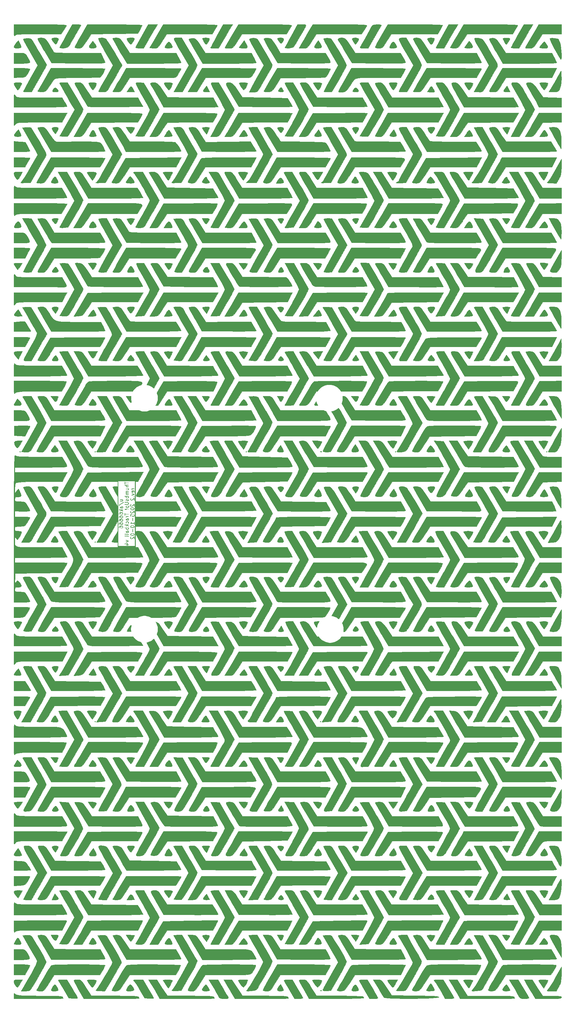
<source format=gbr>
G04 #@! TF.GenerationSoftware,KiCad,Pcbnew,9.0.2*
G04 #@! TF.CreationDate,2025-10-03T15:54:02-04:00*
G04 #@! TF.ProjectId,Trackball,54726163-6b62-4616-9c6c-2e6b69636164,rev?*
G04 #@! TF.SameCoordinates,Original*
G04 #@! TF.FileFunction,Legend,Bot*
G04 #@! TF.FilePolarity,Positive*
%FSLAX46Y46*%
G04 Gerber Fmt 4.6, Leading zero omitted, Abs format (unit mm)*
G04 Created by KiCad (PCBNEW 9.0.2) date 2025-10-03 15:54:02*
%MOMM*%
%LPD*%
G01*
G04 APERTURE LIST*
%ADD10C,0.120000*%
%ADD11C,0.010000*%
G04 APERTURE END LIST*
D10*
X32650000Y-92100000D02*
X37650000Y-92100000D01*
X37650000Y-111100000D01*
X32650000Y-111100000D01*
X32650000Y-92100000D01*
G36*
X32650000Y-92100000D02*
G01*
X37650000Y-92100000D01*
X37650000Y-111100000D01*
X32650000Y-111100000D01*
X32650000Y-92100000D01*
G37*
D11*
X5269473Y-84139474D02*
X5135789Y-84273158D01*
X5002105Y-84139474D01*
X5135789Y-84005790D01*
X5269473Y-84139474D01*
G36*
X5269473Y-84139474D02*
G01*
X5135789Y-84273158D01*
X5002105Y-84139474D01*
X5135789Y-84005790D01*
X5269473Y-84139474D01*
G37*
X26391579Y-84139474D02*
X26257895Y-84273158D01*
X26124210Y-84139474D01*
X26257895Y-84005790D01*
X26391579Y-84139474D01*
G36*
X26391579Y-84139474D02*
G01*
X26257895Y-84273158D01*
X26124210Y-84139474D01*
X26257895Y-84005790D01*
X26391579Y-84139474D01*
G37*
X68903158Y-84139474D02*
X68769473Y-84273158D01*
X68635789Y-84139474D01*
X68769473Y-84005790D01*
X68903158Y-84139474D01*
G36*
X68903158Y-84139474D02*
G01*
X68769473Y-84273158D01*
X68635789Y-84139474D01*
X68769473Y-84005790D01*
X68903158Y-84139474D01*
G37*
X110880000Y-84139474D02*
X110746316Y-84273158D01*
X110612631Y-84139474D01*
X110746316Y-84005790D01*
X110880000Y-84139474D01*
G36*
X110880000Y-84139474D02*
G01*
X110746316Y-84273158D01*
X110612631Y-84139474D01*
X110746316Y-84005790D01*
X110880000Y-84139474D01*
G37*
X153391579Y-84139474D02*
X153257895Y-84273158D01*
X153124210Y-84139474D01*
X153257895Y-84005790D01*
X153391579Y-84139474D01*
G36*
X153391579Y-84139474D02*
G01*
X153257895Y-84273158D01*
X153124210Y-84139474D01*
X153257895Y-84005790D01*
X153391579Y-84139474D01*
G37*
X26391579Y-109539474D02*
X26257895Y-109673158D01*
X26124210Y-109539474D01*
X26257895Y-109405790D01*
X26391579Y-109539474D01*
G36*
X26391579Y-109539474D02*
G01*
X26257895Y-109673158D01*
X26124210Y-109539474D01*
X26257895Y-109405790D01*
X26391579Y-109539474D01*
G37*
X26391579Y-160072105D02*
X26257895Y-160205790D01*
X26124210Y-160072105D01*
X26257895Y-159938421D01*
X26391579Y-160072105D01*
G36*
X26391579Y-160072105D02*
G01*
X26257895Y-160205790D01*
X26124210Y-160072105D01*
X26257895Y-159938421D01*
X26391579Y-160072105D01*
G37*
X89757895Y-160072105D02*
X89624210Y-160205790D01*
X89490526Y-160072105D01*
X89624210Y-159938421D01*
X89757895Y-160072105D01*
G36*
X89757895Y-160072105D02*
G01*
X89624210Y-160205790D01*
X89490526Y-160072105D01*
X89624210Y-159938421D01*
X89757895Y-160072105D01*
G37*
X89899439Y-84025085D02*
X89936140Y-84184035D01*
X89896953Y-84216034D01*
X89579649Y-84184035D01*
X89537820Y-84103615D01*
X89757895Y-84005790D01*
X89899439Y-84025085D01*
G36*
X89899439Y-84025085D02*
G01*
X89936140Y-84184035D01*
X89896953Y-84216034D01*
X89579649Y-84184035D01*
X89537820Y-84103615D01*
X89757895Y-84005790D01*
X89899439Y-84025085D01*
G37*
X89899439Y-235622980D02*
X89936140Y-235781930D01*
X89896953Y-235813929D01*
X89579649Y-235781930D01*
X89537820Y-235701510D01*
X89757895Y-235603684D01*
X89899439Y-235622980D01*
G36*
X89899439Y-235622980D02*
G01*
X89936140Y-235781930D01*
X89896953Y-235813929D01*
X89579649Y-235781930D01*
X89537820Y-235701510D01*
X89757895Y-235603684D01*
X89899439Y-235622980D01*
G37*
X5240910Y-57057569D02*
X4666741Y-58183032D01*
X4033646Y-57391779D01*
X3549762Y-56704023D01*
X3440338Y-56235855D01*
X3784863Y-55998212D01*
X4606486Y-55932105D01*
X5815078Y-55932105D01*
X5240910Y-57057569D01*
G36*
X5240910Y-57057569D02*
G01*
X4666741Y-58183032D01*
X4033646Y-57391779D01*
X3549762Y-56704023D01*
X3440338Y-56235855D01*
X3784863Y-55998212D01*
X4606486Y-55932105D01*
X5815078Y-55932105D01*
X5240910Y-57057569D01*
G37*
X26362566Y-56996040D02*
X26335303Y-57044308D01*
X25926764Y-57655989D01*
X25581615Y-57820751D01*
X25205836Y-57524907D01*
X24705410Y-56754767D01*
X24222399Y-55932105D01*
X26960531Y-55932105D01*
X26362566Y-56996040D01*
G36*
X26362566Y-56996040D02*
G01*
X26335303Y-57044308D01*
X25926764Y-57655989D01*
X25581615Y-57820751D01*
X25205836Y-57524907D01*
X24705410Y-56754767D01*
X24222399Y-55932105D01*
X26960531Y-55932105D01*
X26362566Y-56996040D01*
G37*
X15463964Y-209110410D02*
X15689860Y-209404998D01*
X15925828Y-209894337D01*
X15712291Y-210137754D01*
X15021555Y-210203684D01*
X14078899Y-210203684D01*
X14521309Y-209348158D01*
X14963718Y-208492633D01*
X15463964Y-209110410D01*
G36*
X15463964Y-209110410D02*
G01*
X15689860Y-209404998D01*
X15925828Y-209894337D01*
X15712291Y-210137754D01*
X15021555Y-210203684D01*
X14078899Y-210203684D01*
X14521309Y-209348158D01*
X14963718Y-208492633D01*
X15463964Y-209110410D01*
G37*
X110844573Y-183600526D02*
X110717506Y-183808412D01*
X110350276Y-184326972D01*
X110118327Y-184533006D01*
X110060261Y-184505914D01*
X109753727Y-184177707D01*
X109340173Y-183597217D01*
X108736136Y-182664737D01*
X111396702Y-182664737D01*
X110844573Y-183600526D01*
G36*
X110844573Y-183600526D02*
G01*
X110717506Y-183808412D01*
X110350276Y-184326972D01*
X110118327Y-184533006D01*
X110060261Y-184505914D01*
X109753727Y-184177707D01*
X109340173Y-183597217D01*
X108736136Y-182664737D01*
X111396702Y-182664737D01*
X110844573Y-183600526D01*
G37*
X99861500Y32284626D02*
X100365768Y32086045D01*
X100398687Y31646341D01*
X99963961Y30953126D01*
X99475290Y30349643D01*
X98902386Y31154212D01*
X98653194Y31532836D01*
X98499773Y32007094D01*
X98788599Y32238466D01*
X99561403Y32299474D01*
X99861500Y32284626D01*
G36*
X99861500Y32284626D02*
G01*
X100365768Y32086045D01*
X100398687Y31646341D01*
X99963961Y30953126D01*
X99475290Y30349643D01*
X98902386Y31154212D01*
X98653194Y31532836D01*
X98499773Y32007094D01*
X98788599Y32238466D01*
X99561403Y32299474D01*
X99861500Y32284626D01*
G37*
X5076992Y30795167D02*
X5381773Y30155251D01*
X5469215Y29650244D01*
X5177636Y29415796D01*
X4467368Y29358421D01*
X3832245Y29405375D01*
X3458872Y29623986D01*
X3535130Y30069629D01*
X4045495Y30795167D01*
X4673865Y31563493D01*
X5076992Y30795167D01*
G36*
X5076992Y30795167D02*
G01*
X5381773Y30155251D01*
X5469215Y29650244D01*
X5177636Y29415796D01*
X4467368Y29358421D01*
X3832245Y29405375D01*
X3458872Y29623986D01*
X3535130Y30069629D01*
X4045495Y30795167D01*
X4673865Y31563493D01*
X5076992Y30795167D01*
G37*
X89522545Y30783978D02*
X89859214Y30217713D01*
X89992270Y29694260D01*
X89700287Y29430864D01*
X88955789Y29358421D01*
X88353035Y29394358D01*
X87962774Y29587904D01*
X88005340Y30013497D01*
X88454833Y30742704D01*
X89023351Y31541114D01*
X89522545Y30783978D01*
G36*
X89522545Y30783978D02*
G01*
X89859214Y30217713D01*
X89992270Y29694260D01*
X89700287Y29430864D01*
X88955789Y29358421D01*
X88353035Y29394358D01*
X87962774Y29587904D01*
X88005340Y30013497D01*
X88454833Y30742704D01*
X89023351Y31541114D01*
X89522545Y30783978D01*
G37*
X26127862Y30732485D02*
X26464304Y30283788D01*
X26649415Y29750246D01*
X26361615Y29451515D01*
X25589473Y29358421D01*
X25058230Y29388683D01*
X24600701Y29584308D01*
X24609100Y30003635D01*
X25064334Y30695263D01*
X25596777Y31363684D01*
X26127862Y30732485D01*
G36*
X26127862Y30732485D02*
G01*
X26464304Y30283788D01*
X26649415Y29750246D01*
X26361615Y29451515D01*
X25589473Y29358421D01*
X25058230Y29388683D01*
X24600701Y29584308D01*
X24609100Y30003635D01*
X25064334Y30695263D01*
X25596777Y31363684D01*
X26127862Y30732485D01*
G37*
X15572444Y17955195D02*
X15698784Y17782610D01*
X15919670Y17328482D01*
X15709264Y17113629D01*
X15019014Y17059474D01*
X14416824Y17088841D01*
X14223794Y17234218D01*
X14352031Y17579320D01*
X14700435Y18089419D01*
X15135771Y18283201D01*
X15572444Y17955195D01*
G36*
X15572444Y17955195D02*
G01*
X15698784Y17782610D01*
X15919670Y17328482D01*
X15709264Y17113629D01*
X15019014Y17059474D01*
X14416824Y17088841D01*
X14223794Y17234218D01*
X14352031Y17579320D01*
X14700435Y18089419D01*
X15135771Y18283201D01*
X15572444Y17955195D01*
G37*
X100060865Y17955195D02*
X100187205Y17782610D01*
X100408092Y17328482D01*
X100197685Y17113629D01*
X99507435Y17059474D01*
X98905245Y17088841D01*
X98712215Y17234218D01*
X98840452Y17579320D01*
X99188856Y18089419D01*
X99624193Y18283201D01*
X100060865Y17955195D01*
G36*
X100060865Y17955195D02*
G01*
X100187205Y17782610D01*
X100408092Y17328482D01*
X100197685Y17113629D01*
X99507435Y17059474D01*
X98905245Y17088841D01*
X98712215Y17234218D01*
X98840452Y17579320D01*
X99188856Y18089419D01*
X99624193Y18283201D01*
X100060865Y17955195D01*
G37*
X121037683Y18505515D02*
X121407622Y17929457D01*
X121581282Y17576306D01*
X121683070Y17128269D01*
X121397217Y16965635D01*
X120657202Y17006598D01*
X119707205Y17117504D01*
X120163881Y17890594D01*
X120346329Y18185031D01*
X120718287Y18591780D01*
X121037683Y18505515D01*
G36*
X121037683Y18505515D02*
G01*
X121407622Y17929457D01*
X121581282Y17576306D01*
X121683070Y17128269D01*
X121397217Y16965635D01*
X120657202Y17006598D01*
X119707205Y17117504D01*
X120163881Y17890594D01*
X120346329Y18185031D01*
X120718287Y18591780D01*
X121037683Y18505515D01*
G37*
X15393577Y7153111D02*
X15859615Y7000347D01*
X15890596Y6617540D01*
X15516165Y5929487D01*
X15068119Y5245683D01*
X14586320Y5872052D01*
X14353671Y6198013D01*
X14120135Y6762713D01*
X14340535Y7072425D01*
X15028421Y7166842D01*
X15393577Y7153111D01*
G36*
X15393577Y7153111D02*
G01*
X15859615Y7000347D01*
X15890596Y6617540D01*
X15516165Y5929487D01*
X15068119Y5245683D01*
X14586320Y5872052D01*
X14353671Y6198013D01*
X14120135Y6762713D01*
X14340535Y7072425D01*
X15028421Y7166842D01*
X15393577Y7153111D01*
G37*
X99881998Y7153111D02*
X100348036Y7000347D01*
X100379017Y6617540D01*
X100004586Y5929487D01*
X99556540Y5245683D01*
X99074741Y5872052D01*
X98842092Y6198013D01*
X98608557Y6762713D01*
X98828956Y7072425D01*
X99516842Y7166842D01*
X99881998Y7153111D01*
G36*
X99881998Y7153111D02*
G01*
X100348036Y7000347D01*
X100379017Y6617540D01*
X100004586Y5929487D01*
X99556540Y5245683D01*
X99074741Y5872052D01*
X98842092Y6198013D01*
X98608557Y6762713D01*
X98828956Y7072425D01*
X99516842Y7166842D01*
X99881998Y7153111D01*
G37*
X5089250Y5681569D02*
X5364685Y5143730D01*
X5467462Y4705816D01*
X5188368Y4527201D01*
X4467368Y4493158D01*
X3871043Y4523303D01*
X3474876Y4694339D01*
X3535800Y5075656D01*
X4030481Y5733501D01*
X4663068Y6468927D01*
X5089250Y5681569D01*
G36*
X5089250Y5681569D02*
G01*
X5364685Y5143730D01*
X5467462Y4705816D01*
X5188368Y4527201D01*
X4467368Y4493158D01*
X3871043Y4523303D01*
X3474876Y4694339D01*
X3535800Y5075656D01*
X4030481Y5733501D01*
X4663068Y6468927D01*
X5089250Y5681569D01*
G37*
X110699776Y5681569D02*
X110975211Y5143730D01*
X111077988Y4705816D01*
X110798894Y4527201D01*
X110077895Y4493158D01*
X109481570Y4523303D01*
X109085402Y4694339D01*
X109146326Y5075656D01*
X109641007Y5733501D01*
X110273594Y6468927D01*
X110699776Y5681569D01*
G36*
X110699776Y5681569D02*
G01*
X110975211Y5143730D01*
X111077988Y4705816D01*
X110798894Y4527201D01*
X110077895Y4493158D01*
X109481570Y4523303D01*
X109085402Y4694339D01*
X109146326Y5075656D01*
X109641007Y5733501D01*
X110273594Y6468927D01*
X110699776Y5681569D01*
G37*
X79004204Y-7605263D02*
X79170236Y-7968000D01*
X79258163Y-8396324D01*
X78977602Y-8573209D01*
X78245936Y-8607895D01*
X77161347Y-8607895D01*
X77635162Y-7805790D01*
X77736830Y-7640807D01*
X78211434Y-7107681D01*
X78625439Y-7097071D01*
X79004204Y-7605263D01*
G36*
X79004204Y-7605263D02*
G01*
X79170236Y-7968000D01*
X79258163Y-8396324D01*
X78977602Y-8573209D01*
X78245936Y-8607895D01*
X77161347Y-8607895D01*
X77635162Y-7805790D01*
X77736830Y-7640807D01*
X78211434Y-7107681D01*
X78625439Y-7097071D01*
X79004204Y-7605263D01*
G37*
X57947243Y-18509178D02*
X58372821Y-18601543D01*
X58381608Y-18879755D01*
X58043987Y-19445723D01*
X57851124Y-19726373D01*
X57506149Y-20047272D01*
X57191454Y-19910804D01*
X56780425Y-19302632D01*
X56306610Y-18500526D01*
X57391200Y-18500526D01*
X57947243Y-18509178D01*
G36*
X57947243Y-18509178D02*
G01*
X58372821Y-18601543D01*
X58381608Y-18879755D01*
X58043987Y-19445723D01*
X57851124Y-19726373D01*
X57506149Y-20047272D01*
X57191454Y-19910804D01*
X56780425Y-19302632D01*
X56306610Y-18500526D01*
X57391200Y-18500526D01*
X57947243Y-18509178D01*
G37*
X142435664Y-18509178D02*
X142861242Y-18601543D01*
X142870029Y-18879755D01*
X142532408Y-19445723D01*
X142339545Y-19726373D01*
X141994570Y-20047272D01*
X141679875Y-19910804D01*
X141268846Y-19302632D01*
X140795031Y-18500526D01*
X141879621Y-18500526D01*
X142435664Y-18509178D01*
G36*
X142435664Y-18509178D02*
G01*
X142861242Y-18601543D01*
X142870029Y-18879755D01*
X142532408Y-19445723D01*
X142339545Y-19726373D01*
X141994570Y-20047272D01*
X141679875Y-19910804D01*
X141268846Y-19302632D01*
X140795031Y-18500526D01*
X141879621Y-18500526D01*
X142435664Y-18509178D01*
G37*
X47250519Y-19495405D02*
X47619456Y-20021350D01*
X47909742Y-20599240D01*
X47960562Y-20987679D01*
X47620941Y-21144830D01*
X46819007Y-21174211D01*
X45589593Y-21174211D01*
X46136879Y-20309832D01*
X46475528Y-19813930D01*
X46897060Y-19420846D01*
X47250519Y-19495405D01*
G36*
X47250519Y-19495405D02*
G01*
X47619456Y-20021350D01*
X47909742Y-20599240D01*
X47960562Y-20987679D01*
X47620941Y-21144830D01*
X46819007Y-21174211D01*
X45589593Y-21174211D01*
X46136879Y-20309832D01*
X46475528Y-19813930D01*
X46897060Y-19420846D01*
X47250519Y-19495405D01*
G37*
X68372624Y-19495405D02*
X68741561Y-20021350D01*
X69031847Y-20599240D01*
X69082667Y-20987679D01*
X68743047Y-21144830D01*
X67941112Y-21174211D01*
X66711698Y-21174211D01*
X67258984Y-20309832D01*
X67597634Y-19813930D01*
X68019165Y-19420846D01*
X68372624Y-19495405D01*
G36*
X68372624Y-19495405D02*
G01*
X68741561Y-20021350D01*
X69031847Y-20599240D01*
X69082667Y-20987679D01*
X68743047Y-21144830D01*
X67941112Y-21174211D01*
X66711698Y-21174211D01*
X67258984Y-20309832D01*
X67597634Y-19813930D01*
X68019165Y-19420846D01*
X68372624Y-19495405D01*
G37*
X131738940Y-19495405D02*
X132107877Y-20021350D01*
X132398163Y-20599240D01*
X132448983Y-20987679D01*
X132109362Y-21144830D01*
X131307428Y-21174211D01*
X130078014Y-21174211D01*
X130625300Y-20309832D01*
X130963949Y-19813930D01*
X131385481Y-19420846D01*
X131738940Y-19495405D01*
G36*
X131738940Y-19495405D02*
G01*
X132107877Y-20021350D01*
X132398163Y-20599240D01*
X132448983Y-20987679D01*
X132109362Y-21144830D01*
X131307428Y-21174211D01*
X130078014Y-21174211D01*
X130625300Y-20309832D01*
X130963949Y-19813930D01*
X131385481Y-19420846D01*
X131738940Y-19495405D01*
G37*
X152861045Y-19495405D02*
X153229982Y-20021350D01*
X153520268Y-20599240D01*
X153571088Y-20987679D01*
X153231468Y-21144830D01*
X152429533Y-21174211D01*
X151200119Y-21174211D01*
X151747405Y-20309832D01*
X152086055Y-19813930D01*
X152507586Y-19420846D01*
X152861045Y-19495405D01*
G36*
X152861045Y-19495405D02*
G01*
X153229982Y-20021350D01*
X153520268Y-20599240D01*
X153571088Y-20987679D01*
X153231468Y-21144830D01*
X152429533Y-21174211D01*
X151200119Y-21174211D01*
X151747405Y-20309832D01*
X152086055Y-19813930D01*
X152507586Y-19420846D01*
X152861045Y-19495405D01*
G37*
X57997833Y-43375192D02*
X58381782Y-43481268D01*
X58374529Y-43809721D01*
X58048227Y-44486527D01*
X57620665Y-45313341D01*
X56988369Y-44540091D01*
X56562984Y-43984574D01*
X56404722Y-43582536D01*
X56675463Y-43405409D01*
X57406316Y-43365790D01*
X57997833Y-43375192D01*
G36*
X57997833Y-43375192D02*
G01*
X58381782Y-43481268D01*
X58374529Y-43809721D01*
X58048227Y-44486527D01*
X57620665Y-45313341D01*
X56988369Y-44540091D01*
X56562984Y-43984574D01*
X56404722Y-43582536D01*
X56675463Y-43405409D01*
X57406316Y-43365790D01*
X57997833Y-43375192D01*
G37*
X15393577Y-43379521D02*
X15859615Y-43532285D01*
X15890596Y-43915092D01*
X15516165Y-44603144D01*
X15068119Y-45286948D01*
X14586320Y-44660579D01*
X14353671Y-44334618D01*
X14120135Y-43769919D01*
X14340535Y-43460206D01*
X15028421Y-43365790D01*
X15393577Y-43379521D01*
G36*
X15393577Y-43379521D02*
G01*
X15859615Y-43532285D01*
X15890596Y-43915092D01*
X15516165Y-44603144D01*
X15068119Y-45286948D01*
X14586320Y-44660579D01*
X14353671Y-44334618D01*
X14120135Y-43769919D01*
X14340535Y-43460206D01*
X15028421Y-43365790D01*
X15393577Y-43379521D01*
G37*
X99881998Y-43379521D02*
X100348036Y-43532285D01*
X100379017Y-43915092D01*
X100004586Y-44603144D01*
X99556540Y-45286948D01*
X99074741Y-44660579D01*
X98842092Y-44334618D01*
X98608557Y-43769919D01*
X98828956Y-43460206D01*
X99516842Y-43365790D01*
X99881998Y-43379521D01*
G36*
X99881998Y-43379521D02*
G01*
X100348036Y-43532285D01*
X100379017Y-43915092D01*
X100004586Y-44603144D01*
X99556540Y-45286948D01*
X99074741Y-44660579D01*
X98842092Y-44334618D01*
X98608557Y-43769919D01*
X98828956Y-43460206D01*
X99516842Y-43365790D01*
X99881998Y-43379521D01*
G37*
X89715779Y-57019353D02*
X89104711Y-58106601D01*
X88369022Y-57219879D01*
X88183611Y-56990211D01*
X87787413Y-56445084D01*
X87626140Y-56132632D01*
X87718862Y-56058897D01*
X88206241Y-55967719D01*
X88972897Y-55932105D01*
X90326846Y-55932105D01*
X89715779Y-57019353D01*
G36*
X89715779Y-57019353D02*
G01*
X89104711Y-58106601D01*
X88369022Y-57219879D01*
X88183611Y-56990211D01*
X87787413Y-56445084D01*
X87626140Y-56132632D01*
X87718862Y-56058897D01*
X88206241Y-55967719D01*
X88972897Y-55932105D01*
X90326846Y-55932105D01*
X89715779Y-57019353D01*
G37*
X110837884Y-57019353D02*
X110226817Y-58106601D01*
X109491127Y-57219879D01*
X109305717Y-56990211D01*
X108909518Y-56445084D01*
X108748245Y-56132632D01*
X108840967Y-56058897D01*
X109328346Y-55967719D01*
X110095002Y-55932105D01*
X111448952Y-55932105D01*
X110837884Y-57019353D01*
G36*
X110837884Y-57019353D02*
G01*
X110226817Y-58106601D01*
X109491127Y-57219879D01*
X109305717Y-56990211D01*
X108909518Y-56445084D01*
X108748245Y-56132632D01*
X108840967Y-56058897D01*
X109328346Y-55967719D01*
X110095002Y-55932105D01*
X111448952Y-55932105D01*
X110837884Y-57019353D01*
G37*
X100012088Y-57561071D02*
X100201233Y-57842520D01*
X100413312Y-58328381D01*
X100199835Y-58551893D01*
X99516842Y-58605790D01*
X99151381Y-58597159D01*
X98689165Y-58484995D01*
X98678565Y-58171790D01*
X99082244Y-57568422D01*
X99571545Y-56932107D01*
X100012088Y-57561071D01*
G36*
X100012088Y-57561071D02*
G01*
X100201233Y-57842520D01*
X100413312Y-58328381D01*
X100199835Y-58551893D01*
X99516842Y-58605790D01*
X99151381Y-58597159D01*
X98689165Y-58484995D01*
X98678565Y-58171790D01*
X99082244Y-57568422D01*
X99571545Y-56932107D01*
X100012088Y-57561071D01*
G37*
X142463019Y-57568422D02*
X142693635Y-57881661D01*
X142915431Y-58343370D01*
X142706139Y-58555039D01*
X142028421Y-58605790D01*
X141702631Y-58598987D01*
X141208473Y-58489805D01*
X141166641Y-58174745D01*
X141533175Y-57561071D01*
X141973718Y-56932107D01*
X142463019Y-57568422D01*
G36*
X142463019Y-57568422D02*
G01*
X142693635Y-57881661D01*
X142915431Y-58343370D01*
X142706139Y-58555039D01*
X142028421Y-58605790D01*
X141702631Y-58598987D01*
X141208473Y-58489805D01*
X141166641Y-58174745D01*
X141533175Y-57561071D01*
X141973718Y-56932107D01*
X142463019Y-57568422D01*
G37*
X57982100Y-57578368D02*
X58202530Y-57877311D01*
X58427420Y-58341300D01*
X58219331Y-58554487D01*
X57540000Y-58605790D01*
X57150490Y-58600943D01*
X56708003Y-58516892D01*
X56695158Y-58234754D01*
X57052256Y-57635803D01*
X57500302Y-56951999D01*
X57982100Y-57578368D01*
G36*
X57982100Y-57578368D02*
G01*
X58202530Y-57877311D01*
X58427420Y-58341300D01*
X58219331Y-58554487D01*
X57540000Y-58605790D01*
X57150490Y-58600943D01*
X56708003Y-58516892D01*
X56695158Y-58234754D01*
X57052256Y-57635803D01*
X57500302Y-56951999D01*
X57982100Y-57578368D01*
G37*
X36813002Y-57536316D02*
X37116212Y-57941992D01*
X37297574Y-58369623D01*
X37034790Y-58561462D01*
X36284210Y-58605790D01*
X35773601Y-58592003D01*
X35320439Y-58469924D01*
X35328928Y-58147455D01*
X35755419Y-57536316D01*
X36284210Y-56867895D01*
X36813002Y-57536316D01*
G36*
X36813002Y-57536316D02*
G01*
X37116212Y-57941992D01*
X37297574Y-58369623D01*
X37034790Y-58561462D01*
X36284210Y-58605790D01*
X35773601Y-58592003D01*
X35320439Y-58469924D01*
X35328928Y-58147455D01*
X35755419Y-57536316D01*
X36284210Y-56867895D01*
X36813002Y-57536316D01*
G37*
X121301423Y-57536316D02*
X121604633Y-57941992D01*
X121785995Y-58369623D01*
X121523211Y-58561462D01*
X120772631Y-58605790D01*
X120262022Y-58592003D01*
X119808860Y-58469924D01*
X119817350Y-58147455D01*
X120243840Y-57536316D01*
X120772631Y-56867895D01*
X121301423Y-57536316D01*
G36*
X121301423Y-57536316D02*
G01*
X121604633Y-57941992D01*
X121785995Y-58369623D01*
X121523211Y-58561462D01*
X120772631Y-58605790D01*
X120262022Y-58592003D01*
X119808860Y-58469924D01*
X119817350Y-58147455D01*
X120243840Y-57536316D01*
X120772631Y-56867895D01*
X121301423Y-57536316D01*
G37*
X15449564Y-68503654D02*
X15856828Y-68584087D01*
X15893149Y-68852315D01*
X15653925Y-69421630D01*
X15497349Y-69734743D01*
X15199279Y-70049038D01*
X14853258Y-69907397D01*
X14360000Y-69300526D01*
X13788850Y-68498421D01*
X14876530Y-68498421D01*
X15449564Y-68503654D01*
G36*
X15449564Y-68503654D02*
G01*
X15856828Y-68584087D01*
X15893149Y-68852315D01*
X15653925Y-69421630D01*
X15497349Y-69734743D01*
X15199279Y-70049038D01*
X14853258Y-69907397D01*
X14360000Y-69300526D01*
X13788850Y-68498421D01*
X14876530Y-68498421D01*
X15449564Y-68503654D01*
G37*
X57947243Y-68507073D02*
X58372821Y-68599437D01*
X58381608Y-68877650D01*
X58043987Y-69443618D01*
X57851124Y-69724268D01*
X57506149Y-70045166D01*
X57191454Y-69908699D01*
X56780425Y-69300526D01*
X56306610Y-68498421D01*
X57391200Y-68498421D01*
X57947243Y-68507073D01*
G36*
X57947243Y-68507073D02*
G01*
X58372821Y-68599437D01*
X58381608Y-68877650D01*
X58043987Y-69443618D01*
X57851124Y-69724268D01*
X57506149Y-70045166D01*
X57191454Y-69908699D01*
X56780425Y-69300526D01*
X56306610Y-68498421D01*
X57391200Y-68498421D01*
X57947243Y-68507073D01*
G37*
X78761084Y-68500380D02*
X79211997Y-68566469D01*
X79267037Y-68828380D01*
X79020241Y-69421630D01*
X78878305Y-69713512D01*
X78604187Y-70044851D01*
X78312732Y-69910851D01*
X77902530Y-69300526D01*
X77428715Y-68498421D01*
X78379621Y-68498421D01*
X78761084Y-68500380D01*
G36*
X78761084Y-68500380D02*
G01*
X79211997Y-68566469D01*
X79267037Y-68828380D01*
X79020241Y-69421630D01*
X78878305Y-69713512D01*
X78604187Y-70044851D01*
X78312732Y-69910851D01*
X77902530Y-69300526D01*
X77428715Y-68498421D01*
X78379621Y-68498421D01*
X78761084Y-68500380D01*
G37*
X99937985Y-68503654D02*
X100345249Y-68584087D01*
X100381570Y-68852315D01*
X100142346Y-69421630D01*
X99985770Y-69734743D01*
X99687700Y-70049038D01*
X99341679Y-69907397D01*
X98848421Y-69300526D01*
X98277271Y-68498421D01*
X99364951Y-68498421D01*
X99937985Y-68503654D01*
G36*
X99937985Y-68503654D02*
G01*
X100345249Y-68584087D01*
X100381570Y-68852315D01*
X100142346Y-69421630D01*
X99985770Y-69734743D01*
X99687700Y-70049038D01*
X99341679Y-69907397D01*
X98848421Y-69300526D01*
X98277271Y-68498421D01*
X99364951Y-68498421D01*
X99937985Y-68503654D01*
G37*
X142435664Y-68507073D02*
X142861242Y-68599437D01*
X142870029Y-68877650D01*
X142532408Y-69443618D01*
X142339545Y-69724268D01*
X141994570Y-70045166D01*
X141679875Y-69908699D01*
X141268846Y-69300526D01*
X140795031Y-68498421D01*
X141879621Y-68498421D01*
X142435664Y-68507073D01*
G36*
X142435664Y-68507073D02*
G01*
X142861242Y-68599437D01*
X142870029Y-68877650D01*
X142532408Y-69443618D01*
X142339545Y-69724268D01*
X141994570Y-70045166D01*
X141679875Y-69908699D01*
X141268846Y-69300526D01*
X140795031Y-68498421D01*
X141879621Y-68498421D01*
X142435664Y-68507073D01*
G37*
X68316705Y-69520670D02*
X68699605Y-70034427D01*
X69022550Y-70598138D01*
X69089415Y-70980875D01*
X68750226Y-71140264D01*
X67941112Y-71172105D01*
X66711698Y-71172105D01*
X67258984Y-70307727D01*
X67608149Y-69790609D01*
X67988762Y-69432592D01*
X68316705Y-69520670D01*
G36*
X68316705Y-69520670D02*
G01*
X68699605Y-70034427D01*
X69022550Y-70598138D01*
X69089415Y-70980875D01*
X68750226Y-71140264D01*
X67941112Y-71172105D01*
X66711698Y-71172105D01*
X67258984Y-70307727D01*
X67608149Y-69790609D01*
X67988762Y-69432592D01*
X68316705Y-69520670D01*
G37*
X131683021Y-69520670D02*
X132065921Y-70034427D01*
X132388865Y-70598138D01*
X132455731Y-70980875D01*
X132116541Y-71140264D01*
X131307428Y-71172105D01*
X130078014Y-71172105D01*
X130625300Y-70307727D01*
X130974465Y-69790609D01*
X131355078Y-69432592D01*
X131683021Y-69520670D01*
G36*
X131683021Y-69520670D02*
G01*
X132065921Y-70034427D01*
X132388865Y-70598138D01*
X132455731Y-70980875D01*
X132116541Y-71140264D01*
X131307428Y-71172105D01*
X130078014Y-71172105D01*
X130625300Y-70307727D01*
X130974465Y-69790609D01*
X131355078Y-69432592D01*
X131683021Y-69520670D01*
G37*
X152861045Y-69493300D02*
X153229982Y-70019245D01*
X153520268Y-70597134D01*
X153571088Y-70985573D01*
X153231468Y-71142725D01*
X152429533Y-71172105D01*
X151200119Y-71172105D01*
X151747405Y-70307727D01*
X152086055Y-69811825D01*
X152507586Y-69418741D01*
X152861045Y-69493300D01*
G36*
X152861045Y-69493300D02*
G01*
X153229982Y-70019245D01*
X153520268Y-70597134D01*
X153571088Y-70985573D01*
X153231468Y-71142725D01*
X152429533Y-71172105D01*
X151200119Y-71172105D01*
X151747405Y-70307727D01*
X152086055Y-69811825D01*
X152507586Y-69418741D01*
X152861045Y-69493300D01*
G37*
X5210615Y-82131972D02*
X4862359Y-82683132D01*
X4455770Y-83050762D01*
X4097333Y-82924844D01*
X3716996Y-82313909D01*
X3568962Y-81966329D01*
X3527450Y-81428687D01*
X3908639Y-81146535D01*
X4758499Y-81064737D01*
X5820177Y-81064737D01*
X5210615Y-82131972D01*
G36*
X5210615Y-82131972D02*
G01*
X4862359Y-82683132D01*
X4455770Y-83050762D01*
X4097333Y-82924844D01*
X3716996Y-82313909D01*
X3568962Y-81966329D01*
X3527450Y-81428687D01*
X3908639Y-81146535D01*
X4758499Y-81064737D01*
X5820177Y-81064737D01*
X5210615Y-82131972D01*
G37*
X78886803Y-83092130D02*
X79144586Y-83592248D01*
X79271101Y-84046516D01*
X79036980Y-84235493D01*
X78394737Y-84273158D01*
X78023761Y-84254622D01*
X77551190Y-84069265D01*
X77536996Y-83651075D01*
X77967663Y-82958446D01*
X78464489Y-82312155D01*
X78886803Y-83092130D01*
G36*
X78886803Y-83092130D02*
G01*
X79144586Y-83592248D01*
X79271101Y-84046516D01*
X79036980Y-84235493D01*
X78394737Y-84273158D01*
X78023761Y-84254622D01*
X77551190Y-84069265D01*
X77536996Y-83651075D01*
X77967663Y-82958446D01*
X78464489Y-82312155D01*
X78886803Y-83092130D01*
G37*
X99930374Y-82850069D02*
X100273735Y-83442352D01*
X100400300Y-83954543D01*
X100113176Y-84206162D01*
X99383158Y-84273158D01*
X98782690Y-84237571D01*
X98390603Y-84044556D01*
X98431858Y-83619645D01*
X98880444Y-82891343D01*
X99447205Y-82095401D01*
X99930374Y-82850069D01*
G36*
X99930374Y-82850069D02*
G01*
X100273735Y-83442352D01*
X100400300Y-83954543D01*
X100113176Y-84206162D01*
X99383158Y-84273158D01*
X98782690Y-84237571D01*
X98390603Y-84044556D01*
X98431858Y-83619645D01*
X98880444Y-82891343D01*
X99447205Y-82095401D01*
X99930374Y-82850069D01*
G37*
X15445971Y-82945822D02*
X15759566Y-83396207D01*
X15934605Y-83917626D01*
X15653435Y-84192831D01*
X14894737Y-84273158D01*
X14359521Y-84242004D01*
X13905841Y-84045017D01*
X13922093Y-83627845D01*
X14391338Y-82945822D01*
X14939623Y-82286906D01*
X15445971Y-82945822D01*
G36*
X15445971Y-82945822D02*
G01*
X15759566Y-83396207D01*
X15934605Y-83917626D01*
X15653435Y-84192831D01*
X14894737Y-84273158D01*
X14359521Y-84242004D01*
X13905841Y-84045017D01*
X13922093Y-83627845D01*
X14391338Y-82945822D01*
X14939623Y-82286906D01*
X15445971Y-82945822D01*
G37*
X99881998Y-93912152D02*
X100348036Y-94064916D01*
X100379017Y-94447723D01*
X100004586Y-95135776D01*
X99556540Y-95819580D01*
X99074741Y-95193211D01*
X98842092Y-94867250D01*
X98608557Y-94302550D01*
X98828956Y-93992838D01*
X99516842Y-93898421D01*
X99881998Y-93912152D01*
G36*
X99881998Y-93912152D02*
G01*
X100348036Y-94064916D01*
X100379017Y-94447723D01*
X100004586Y-95135776D01*
X99556540Y-95819580D01*
X99074741Y-95193211D01*
X98842092Y-94867250D01*
X98608557Y-94302550D01*
X98828956Y-93992838D01*
X99516842Y-93898421D01*
X99881998Y-93912152D01*
G37*
X26210852Y-95382734D02*
X26518031Y-96011369D01*
X26610388Y-96529801D01*
X26313318Y-96776649D01*
X25589473Y-96839474D01*
X24946390Y-96791091D01*
X24573516Y-96569163D01*
X24647889Y-96117638D01*
X25153411Y-95382734D01*
X25784167Y-94594416D01*
X26210852Y-95382734D01*
G36*
X26210852Y-95382734D02*
G01*
X26518031Y-96011369D01*
X26610388Y-96529801D01*
X26313318Y-96776649D01*
X25589473Y-96839474D01*
X24946390Y-96791091D01*
X24573516Y-96569163D01*
X24647889Y-96117638D01*
X25153411Y-95382734D01*
X25784167Y-94594416D01*
X26210852Y-95382734D01*
G37*
X89577168Y-95382734D02*
X89884347Y-96011369D01*
X89976704Y-96529801D01*
X89679634Y-96776649D01*
X88955789Y-96839474D01*
X88312706Y-96791091D01*
X87939832Y-96569163D01*
X88014205Y-96117638D01*
X88519727Y-95382734D01*
X89150483Y-94594416D01*
X89577168Y-95382734D01*
G36*
X89577168Y-95382734D02*
G01*
X89884347Y-96011369D01*
X89976704Y-96529801D01*
X89679634Y-96776649D01*
X88955789Y-96839474D01*
X88312706Y-96791091D01*
X87939832Y-96569163D01*
X88014205Y-96117638D01*
X88519727Y-95382734D01*
X89150483Y-94594416D01*
X89577168Y-95382734D01*
G37*
X110699273Y-95382734D02*
X111006452Y-96011369D01*
X111098809Y-96529801D01*
X110801740Y-96776649D01*
X110077895Y-96839474D01*
X109434811Y-96791091D01*
X109061937Y-96569163D01*
X109136310Y-96117638D01*
X109641832Y-95382734D01*
X110272588Y-94594416D01*
X110699273Y-95382734D01*
G36*
X110699273Y-95382734D02*
G01*
X111006452Y-96011369D01*
X111098809Y-96529801D01*
X110801740Y-96776649D01*
X110077895Y-96839474D01*
X109434811Y-96791091D01*
X109061937Y-96569163D01*
X109136310Y-96117638D01*
X109641832Y-95382734D01*
X110272588Y-94594416D01*
X110699273Y-95382734D01*
G37*
X99861500Y-119313269D02*
X100365768Y-119511849D01*
X100398687Y-119951554D01*
X99963961Y-120644769D01*
X99475290Y-121248252D01*
X98902386Y-120443683D01*
X98653194Y-120065059D01*
X98499773Y-119590801D01*
X98788599Y-119359429D01*
X99561403Y-119298421D01*
X99861500Y-119313269D01*
G36*
X99861500Y-119313269D02*
G01*
X100365768Y-119511849D01*
X100398687Y-119951554D01*
X99963961Y-120644769D01*
X99475290Y-121248252D01*
X98902386Y-120443683D01*
X98653194Y-120065059D01*
X98499773Y-119590801D01*
X98788599Y-119359429D01*
X99561403Y-119298421D01*
X99861500Y-119313269D01*
G37*
X25834333Y-120491402D02*
X26242734Y-120962123D01*
X26524452Y-121414833D01*
X26634391Y-121909762D01*
X26292380Y-122166245D01*
X25464806Y-122239474D01*
X24270666Y-122239474D01*
X24822795Y-121303684D01*
X25098977Y-120862992D01*
X25487889Y-120449985D01*
X25834333Y-120491402D01*
G36*
X25834333Y-120491402D02*
G01*
X26242734Y-120962123D01*
X26524452Y-121414833D01*
X26634391Y-121909762D01*
X26292380Y-122166245D01*
X25464806Y-122239474D01*
X24270666Y-122239474D01*
X24822795Y-121303684D01*
X25098977Y-120862992D01*
X25487889Y-120449985D01*
X25834333Y-120491402D01*
G37*
X47250519Y-120560668D02*
X47619456Y-121086613D01*
X47909742Y-121664503D01*
X47960562Y-122052942D01*
X47620941Y-122210093D01*
X46819007Y-122239474D01*
X45589593Y-122239474D01*
X46136879Y-121375095D01*
X46475528Y-120879194D01*
X46897060Y-120486109D01*
X47250519Y-120560668D01*
G36*
X47250519Y-120560668D02*
G01*
X47619456Y-121086613D01*
X47909742Y-121664503D01*
X47960562Y-122052942D01*
X47620941Y-122210093D01*
X46819007Y-122239474D01*
X45589593Y-122239474D01*
X46136879Y-121375095D01*
X46475528Y-120879194D01*
X46897060Y-120486109D01*
X47250519Y-120560668D01*
G37*
X78959124Y-133768945D02*
X79088547Y-134008905D01*
X79284580Y-134527109D01*
X79113550Y-134754992D01*
X78528421Y-134805790D01*
X78290832Y-134800860D01*
X77830039Y-134693328D01*
X77798959Y-134376813D01*
X78166493Y-133761594D01*
X78606670Y-133133153D01*
X78959124Y-133768945D01*
G36*
X78959124Y-133768945D02*
G01*
X79088547Y-134008905D01*
X79284580Y-134527109D01*
X79113550Y-134754992D01*
X78528421Y-134805790D01*
X78290832Y-134800860D01*
X77830039Y-134693328D01*
X77798959Y-134376813D01*
X78166493Y-133761594D01*
X78606670Y-133133153D01*
X78959124Y-133768945D01*
G37*
X99881998Y-144444784D02*
X100348036Y-144597548D01*
X100379017Y-144980355D01*
X100004586Y-145668407D01*
X99556540Y-146352211D01*
X99074741Y-145725843D01*
X98842092Y-145399881D01*
X98608557Y-144835182D01*
X98828956Y-144525470D01*
X99516842Y-144431053D01*
X99881998Y-144444784D01*
G36*
X99881998Y-144444784D02*
G01*
X100348036Y-144597548D01*
X100379017Y-144980355D01*
X100004586Y-145668407D01*
X99556540Y-146352211D01*
X99074741Y-145725843D01*
X98842092Y-145399881D01*
X98608557Y-144835182D01*
X98828956Y-144525470D01*
X99516842Y-144431053D01*
X99881998Y-144444784D01*
G37*
X110699776Y-145916326D02*
X110975211Y-146454165D01*
X111077988Y-146892079D01*
X110798894Y-147070694D01*
X110077895Y-147104737D01*
X109481570Y-147074592D01*
X109085402Y-146903556D01*
X109146326Y-146522239D01*
X109641007Y-145864393D01*
X110273594Y-145128968D01*
X110699776Y-145916326D01*
G36*
X110699776Y-145916326D02*
G01*
X110975211Y-146454165D01*
X111077988Y-146892079D01*
X110798894Y-147070694D01*
X110077895Y-147104737D01*
X109481570Y-147074592D01*
X109085402Y-146903556D01*
X109146326Y-146522239D01*
X109641007Y-145864393D01*
X110273594Y-145128968D01*
X110699776Y-145916326D01*
G37*
X79004204Y-159203158D02*
X79170236Y-159565894D01*
X79258163Y-159994219D01*
X78977602Y-160171104D01*
X78245936Y-160205790D01*
X77161347Y-160205790D01*
X77635162Y-159403684D01*
X77736830Y-159238702D01*
X78211434Y-158705576D01*
X78625439Y-158694966D01*
X79004204Y-159203158D01*
G36*
X79004204Y-159203158D02*
G01*
X79170236Y-159565894D01*
X79258163Y-159994219D01*
X78977602Y-160171104D01*
X78245936Y-160205790D01*
X77161347Y-160205790D01*
X77635162Y-159403684D01*
X77736830Y-159238702D01*
X78211434Y-158705576D01*
X78625439Y-158694966D01*
X79004204Y-159203158D01*
G37*
X100023914Y-170107798D02*
X100370378Y-170213763D01*
X100352193Y-170541484D01*
X100026523Y-171216347D01*
X99600415Y-172040349D01*
X99092496Y-171269911D01*
X98791026Y-170787630D01*
X98629722Y-170337754D01*
X98859529Y-170141509D01*
X99516842Y-170098421D01*
X100023914Y-170107798D01*
G36*
X100023914Y-170107798D02*
G01*
X100370378Y-170213763D01*
X100352193Y-170541484D01*
X100026523Y-171216347D01*
X99600415Y-172040349D01*
X99092496Y-171269911D01*
X98791026Y-170787630D01*
X98629722Y-170337754D01*
X98859529Y-170141509D01*
X99516842Y-170098421D01*
X100023914Y-170107798D01*
G37*
X15449564Y-170103654D02*
X15856828Y-170184087D01*
X15893149Y-170452315D01*
X15653925Y-171021630D01*
X15497349Y-171334743D01*
X15199279Y-171649038D01*
X14853258Y-171507397D01*
X14360000Y-170900526D01*
X13788850Y-170098421D01*
X14876530Y-170098421D01*
X15449564Y-170103654D01*
G36*
X15449564Y-170103654D02*
G01*
X15856828Y-170184087D01*
X15893149Y-170452315D01*
X15653925Y-171021630D01*
X15497349Y-171334743D01*
X15199279Y-171649038D01*
X14853258Y-171507397D01*
X14360000Y-170900526D01*
X13788850Y-170098421D01*
X14876530Y-170098421D01*
X15449564Y-170103654D01*
G37*
X57947243Y-170107073D02*
X58372821Y-170199437D01*
X58381608Y-170477650D01*
X58043987Y-171043618D01*
X57851124Y-171324268D01*
X57506149Y-171645166D01*
X57191454Y-171508699D01*
X56780425Y-170900526D01*
X56306610Y-170098421D01*
X57391200Y-170098421D01*
X57947243Y-170107073D01*
G36*
X57947243Y-170107073D02*
G01*
X58372821Y-170199437D01*
X58381608Y-170477650D01*
X58043987Y-171043618D01*
X57851124Y-171324268D01*
X57506149Y-171645166D01*
X57191454Y-171508699D01*
X56780425Y-170900526D01*
X56306610Y-170098421D01*
X57391200Y-170098421D01*
X57947243Y-170107073D01*
G37*
X78761084Y-170100380D02*
X79211997Y-170166469D01*
X79267037Y-170428380D01*
X79020241Y-171021630D01*
X78878305Y-171313512D01*
X78604187Y-171644851D01*
X78312732Y-171510851D01*
X77902530Y-170900526D01*
X77428715Y-170098421D01*
X78379621Y-170098421D01*
X78761084Y-170100380D01*
G36*
X78761084Y-170100380D02*
G01*
X79211997Y-170166469D01*
X79267037Y-170428380D01*
X79020241Y-171021630D01*
X78878305Y-171313512D01*
X78604187Y-171644851D01*
X78312732Y-171510851D01*
X77902530Y-170900526D01*
X77428715Y-170098421D01*
X78379621Y-170098421D01*
X78761084Y-170100380D01*
G37*
X142349542Y-170109765D02*
X142843863Y-170223839D01*
X142891706Y-170529053D01*
X142547997Y-171108404D01*
X142379974Y-171336866D01*
X142017624Y-171650031D01*
X141687759Y-171511167D01*
X141268846Y-170900526D01*
X140795031Y-170098421D01*
X141879621Y-170098421D01*
X142349542Y-170109765D01*
G36*
X142349542Y-170109765D02*
G01*
X142843863Y-170223839D01*
X142891706Y-170529053D01*
X142547997Y-171108404D01*
X142379974Y-171336866D01*
X142017624Y-171650031D01*
X141687759Y-171511167D01*
X141268846Y-170900526D01*
X140795031Y-170098421D01*
X141879621Y-170098421D01*
X142349542Y-170109765D01*
G37*
X68372624Y-171093300D02*
X68741561Y-171619245D01*
X69031847Y-172197134D01*
X69082667Y-172585573D01*
X68743047Y-172742725D01*
X67941112Y-172772105D01*
X66711698Y-172772105D01*
X67258984Y-171907727D01*
X67597634Y-171411825D01*
X68019165Y-171018741D01*
X68372624Y-171093300D01*
G36*
X68372624Y-171093300D02*
G01*
X68741561Y-171619245D01*
X69031847Y-172197134D01*
X69082667Y-172585573D01*
X68743047Y-172742725D01*
X67941112Y-172772105D01*
X66711698Y-172772105D01*
X67258984Y-171907727D01*
X67597634Y-171411825D01*
X68019165Y-171018741D01*
X68372624Y-171093300D01*
G37*
X131738940Y-171093300D02*
X132107877Y-171619245D01*
X132398163Y-172197134D01*
X132448983Y-172585573D01*
X132109362Y-172742725D01*
X131307428Y-172772105D01*
X130078014Y-172772105D01*
X130625300Y-171907727D01*
X130963949Y-171411825D01*
X131385481Y-171018741D01*
X131738940Y-171093300D01*
G36*
X131738940Y-171093300D02*
G01*
X132107877Y-171619245D01*
X132398163Y-172197134D01*
X132448983Y-172585573D01*
X132109362Y-172742725D01*
X131307428Y-172772105D01*
X130078014Y-172772105D01*
X130625300Y-171907727D01*
X130963949Y-171411825D01*
X131385481Y-171018741D01*
X131738940Y-171093300D01*
G37*
X152861045Y-171093300D02*
X153229982Y-171619245D01*
X153520268Y-172197134D01*
X153571088Y-172585573D01*
X153231468Y-172742725D01*
X152429533Y-172772105D01*
X151200119Y-172772105D01*
X151747405Y-171907727D01*
X152086055Y-171411825D01*
X152507586Y-171018741D01*
X152861045Y-171093300D01*
G36*
X152861045Y-171093300D02*
G01*
X153229982Y-171619245D01*
X153520268Y-172197134D01*
X153571088Y-172585573D01*
X153231468Y-172742725D01*
X152429533Y-172772105D01*
X151200119Y-172772105D01*
X151747405Y-171907727D01*
X152086055Y-171411825D01*
X152507586Y-171018741D01*
X152861045Y-171093300D01*
G37*
X26042169Y-182692738D02*
X26561312Y-182874159D01*
X26616768Y-183272164D01*
X26242734Y-183942088D01*
X25970782Y-184296409D01*
X25654770Y-184483188D01*
X25321635Y-184260010D01*
X24851752Y-183597217D01*
X24247715Y-182664737D01*
X25453331Y-182664737D01*
X26042169Y-182692738D01*
G36*
X26042169Y-182692738D02*
G01*
X26561312Y-182874159D01*
X26616768Y-183272164D01*
X26242734Y-183942088D01*
X25970782Y-184296409D01*
X25654770Y-184483188D01*
X25321635Y-184260010D01*
X24851752Y-183597217D01*
X24247715Y-182664737D01*
X25453331Y-182664737D01*
X26042169Y-182692738D01*
G37*
X89408485Y-182692738D02*
X89927628Y-182874159D01*
X89983084Y-183272164D01*
X89609049Y-183942088D01*
X89337098Y-184296409D01*
X89021086Y-184483188D01*
X88687951Y-184260010D01*
X88218068Y-183597217D01*
X87614031Y-182664737D01*
X88819647Y-182664737D01*
X89408485Y-182692738D01*
G36*
X89408485Y-182692738D02*
G01*
X89927628Y-182874159D01*
X89983084Y-183272164D01*
X89609049Y-183942088D01*
X89337098Y-184296409D01*
X89021086Y-184483188D01*
X88687951Y-184260010D01*
X88218068Y-183597217D01*
X87614031Y-182664737D01*
X88819647Y-182664737D01*
X89408485Y-182692738D01*
G37*
X78959124Y-184301576D02*
X79088547Y-184541536D01*
X79284580Y-185059741D01*
X79113550Y-185287624D01*
X78528421Y-185338421D01*
X78290832Y-185333492D01*
X77830039Y-185225960D01*
X77798959Y-184909445D01*
X78166493Y-184294225D01*
X78606670Y-183665784D01*
X78959124Y-184301576D01*
G36*
X78959124Y-184301576D02*
G01*
X79088547Y-184541536D01*
X79284580Y-185059741D01*
X79113550Y-185287624D01*
X78528421Y-185338421D01*
X78290832Y-185333492D01*
X77830039Y-185225960D01*
X77798959Y-184909445D01*
X78166493Y-184294225D01*
X78606670Y-183665784D01*
X78959124Y-184301576D01*
G37*
X99847398Y-194978064D02*
X100351627Y-195156199D01*
X100400827Y-195573677D01*
X100012088Y-196275771D01*
X99571545Y-196904735D01*
X99082244Y-196268420D01*
X98840684Y-195929361D01*
X98609073Y-195365765D01*
X98829944Y-195057427D01*
X99516842Y-194963684D01*
X99847398Y-194978064D01*
G36*
X99847398Y-194978064D02*
G01*
X100351627Y-195156199D01*
X100400827Y-195573677D01*
X100012088Y-196275771D01*
X99571545Y-196904735D01*
X99082244Y-196268420D01*
X98840684Y-195929361D01*
X98609073Y-195365765D01*
X98829944Y-195057427D01*
X99516842Y-194963684D01*
X99847398Y-194978064D01*
G37*
X15393577Y-194977416D02*
X15859615Y-195130180D01*
X15890596Y-195512986D01*
X15516165Y-196201039D01*
X15068119Y-196884843D01*
X14586320Y-196258474D01*
X14353671Y-195932513D01*
X14120135Y-195367813D01*
X14340535Y-195058101D01*
X15028421Y-194963684D01*
X15393577Y-194977416D01*
G36*
X15393577Y-194977416D02*
G01*
X15859615Y-195130180D01*
X15890596Y-195512986D01*
X15516165Y-196201039D01*
X15068119Y-196884843D01*
X14586320Y-196258474D01*
X14353671Y-195932513D01*
X14120135Y-195367813D01*
X14340535Y-195058101D01*
X15028421Y-194963684D01*
X15393577Y-194977416D01*
G37*
X26210852Y-196447998D02*
X26518031Y-197076632D01*
X26610388Y-197595064D01*
X26313318Y-197841912D01*
X25589473Y-197904737D01*
X24946390Y-197856354D01*
X24573516Y-197634426D01*
X24647889Y-197182901D01*
X25153411Y-196447998D01*
X25784167Y-195659679D01*
X26210852Y-196447998D01*
G36*
X26210852Y-196447998D02*
G01*
X26518031Y-197076632D01*
X26610388Y-197595064D01*
X26313318Y-197841912D01*
X25589473Y-197904737D01*
X24946390Y-197856354D01*
X24573516Y-197634426D01*
X24647889Y-197182901D01*
X25153411Y-196447998D01*
X25784167Y-195659679D01*
X26210852Y-196447998D01*
G37*
X89522545Y-196479180D02*
X89859214Y-197045445D01*
X89992270Y-197568898D01*
X89700287Y-197832294D01*
X88955789Y-197904737D01*
X88353035Y-197868800D01*
X87962774Y-197675254D01*
X88005340Y-197249661D01*
X88454833Y-196520454D01*
X89023351Y-195722044D01*
X89522545Y-196479180D01*
G36*
X89522545Y-196479180D02*
G01*
X89859214Y-197045445D01*
X89992270Y-197568898D01*
X89700287Y-197832294D01*
X88955789Y-197904737D01*
X88353035Y-197868800D01*
X87962774Y-197675254D01*
X88005340Y-197249661D01*
X88454833Y-196520454D01*
X89023351Y-195722044D01*
X89522545Y-196479180D01*
G37*
X110700948Y-196452407D02*
X110868619Y-196783625D01*
X111031544Y-197381882D01*
X110785670Y-197708476D01*
X110090148Y-197857371D01*
X109482452Y-197874842D01*
X109037099Y-197704853D01*
X109055403Y-197284050D01*
X109525667Y-196586091D01*
X110277209Y-195668498D01*
X110700948Y-196452407D01*
G36*
X110700948Y-196452407D02*
G01*
X110868619Y-196783625D01*
X111031544Y-197381882D01*
X110785670Y-197708476D01*
X110090148Y-197857371D01*
X109482452Y-197874842D01*
X109037099Y-197704853D01*
X109055403Y-197284050D01*
X109525667Y-196586091D01*
X110277209Y-195668498D01*
X110700948Y-196452407D01*
G37*
X100030200Y-209184824D02*
X100194583Y-209428498D01*
X100414481Y-209920580D01*
X100204041Y-210148264D01*
X99516842Y-210203684D01*
X99123035Y-210196729D01*
X98678884Y-210101820D01*
X98684021Y-209814707D01*
X99094410Y-209234347D01*
X99607768Y-208581718D01*
X100030200Y-209184824D01*
G36*
X100030200Y-209184824D02*
G01*
X100194583Y-209428498D01*
X100414481Y-209920580D01*
X100204041Y-210148264D01*
X99516842Y-210203684D01*
X99123035Y-210196729D01*
X98678884Y-210101820D01*
X98684021Y-209814707D01*
X99094410Y-209234347D01*
X99607768Y-208581718D01*
X100030200Y-209184824D01*
G37*
X57997833Y-220105719D02*
X58381782Y-220211794D01*
X58374529Y-220540247D01*
X58048227Y-221217053D01*
X57620665Y-222043867D01*
X56988369Y-221270618D01*
X56562984Y-220715101D01*
X56404722Y-220313062D01*
X56675463Y-220135935D01*
X57406316Y-220096316D01*
X57997833Y-220105719D01*
G36*
X57997833Y-220105719D02*
G01*
X58381782Y-220211794D01*
X58374529Y-220540247D01*
X58048227Y-221217053D01*
X57620665Y-222043867D01*
X56988369Y-221270618D01*
X56562984Y-220715101D01*
X56404722Y-220313062D01*
X56675463Y-220135935D01*
X57406316Y-220096316D01*
X57997833Y-220105719D01*
G37*
X15438232Y-220100683D02*
X15854631Y-220178069D01*
X15894787Y-220445107D01*
X15653925Y-221019525D01*
X15548500Y-221230835D01*
X15175434Y-221640253D01*
X14772286Y-221529900D01*
X14305593Y-220896731D01*
X13850134Y-220096316D01*
X14907172Y-220096316D01*
X15438232Y-220100683D01*
G36*
X15438232Y-220100683D02*
G01*
X15854631Y-220178069D01*
X15894787Y-220445107D01*
X15653925Y-221019525D01*
X15548500Y-221230835D01*
X15175434Y-221640253D01*
X14772286Y-221529900D01*
X14305593Y-220896731D01*
X13850134Y-220096316D01*
X14907172Y-220096316D01*
X15438232Y-220100683D01*
G37*
X78761084Y-220098275D02*
X79211997Y-220164364D01*
X79267037Y-220426275D01*
X79020241Y-221019525D01*
X78878305Y-221311406D01*
X78604187Y-221642745D01*
X78312732Y-221508746D01*
X77902530Y-220898421D01*
X77428715Y-220096316D01*
X78379621Y-220096316D01*
X78761084Y-220098275D01*
G36*
X78761084Y-220098275D02*
G01*
X79211997Y-220164364D01*
X79267037Y-220426275D01*
X79020241Y-221019525D01*
X78878305Y-221311406D01*
X78604187Y-221642745D01*
X78312732Y-221508746D01*
X77902530Y-220898421D01*
X77428715Y-220096316D01*
X78379621Y-220096316D01*
X78761084Y-220098275D01*
G37*
X142349542Y-220107659D02*
X142843863Y-220221734D01*
X142891706Y-220526948D01*
X142547997Y-221106298D01*
X142379974Y-221334761D01*
X142017624Y-221647925D01*
X141687759Y-221509062D01*
X141268846Y-220898421D01*
X140795031Y-220096316D01*
X141879621Y-220096316D01*
X142349542Y-220107659D01*
G36*
X142349542Y-220107659D02*
G01*
X142843863Y-220221734D01*
X142891706Y-220526948D01*
X142547997Y-221106298D01*
X142379974Y-221334761D01*
X142017624Y-221647925D01*
X141687759Y-221509062D01*
X141268846Y-220898421D01*
X140795031Y-220096316D01*
X141879621Y-220096316D01*
X142349542Y-220107659D01*
G37*
X68316705Y-221118565D02*
X68699605Y-221632322D01*
X69022550Y-222196033D01*
X69089415Y-222578769D01*
X68750226Y-222738159D01*
X67941112Y-222770000D01*
X66711698Y-222770000D01*
X67258984Y-221905622D01*
X67608149Y-221388504D01*
X67988762Y-221030487D01*
X68316705Y-221118565D01*
G36*
X68316705Y-221118565D02*
G01*
X68699605Y-221632322D01*
X69022550Y-222196033D01*
X69089415Y-222578769D01*
X68750226Y-222738159D01*
X67941112Y-222770000D01*
X66711698Y-222770000D01*
X67258984Y-221905622D01*
X67608149Y-221388504D01*
X67988762Y-221030487D01*
X68316705Y-221118565D01*
G37*
X131683021Y-221118565D02*
X132065921Y-221632322D01*
X132388865Y-222196033D01*
X132455731Y-222578769D01*
X132116541Y-222738159D01*
X131307428Y-222770000D01*
X130078014Y-222770000D01*
X130625300Y-221905622D01*
X130974465Y-221388504D01*
X131355078Y-221030487D01*
X131683021Y-221118565D01*
G36*
X131683021Y-221118565D02*
G01*
X132065921Y-221632322D01*
X132388865Y-222196033D01*
X132455731Y-222578769D01*
X132116541Y-222738159D01*
X131307428Y-222770000D01*
X130078014Y-222770000D01*
X130625300Y-221905622D01*
X130974465Y-221388504D01*
X131355078Y-221030487D01*
X131683021Y-221118565D01*
G37*
X152805126Y-221118565D02*
X153188026Y-221632322D01*
X153510971Y-222196033D01*
X153577836Y-222578769D01*
X153238647Y-222738159D01*
X152429533Y-222770000D01*
X151200119Y-222770000D01*
X151747405Y-221905622D01*
X152096570Y-221388504D01*
X152477183Y-221030487D01*
X152805126Y-221118565D01*
G36*
X152805126Y-221118565D02*
G01*
X153188026Y-221632322D01*
X153510971Y-222196033D01*
X153577836Y-222578769D01*
X153238647Y-222738159D01*
X152429533Y-222770000D01*
X151200119Y-222770000D01*
X151747405Y-221905622D01*
X152096570Y-221388504D01*
X152477183Y-221030487D01*
X152805126Y-221118565D01*
G37*
X78886803Y-234690025D02*
X79144586Y-235190143D01*
X79271101Y-235644410D01*
X79036980Y-235833388D01*
X78394737Y-235871053D01*
X78023761Y-235852516D01*
X77551190Y-235667160D01*
X77536996Y-235248970D01*
X77967663Y-234556341D01*
X78464489Y-233910050D01*
X78886803Y-234690025D01*
G36*
X78886803Y-234690025D02*
G01*
X79144586Y-235190143D01*
X79271101Y-235644410D01*
X79036980Y-235833388D01*
X78394737Y-235871053D01*
X78023761Y-235852516D01*
X77551190Y-235667160D01*
X77536996Y-235248970D01*
X77967663Y-234556341D01*
X78464489Y-233910050D01*
X78886803Y-234690025D01*
G37*
X78920970Y17979523D02*
X78990198Y17886574D01*
X79281445Y17371037D01*
X79139474Y17123355D01*
X78528421Y17059474D01*
X78419147Y17060383D01*
X77872350Y17143800D01*
X77789879Y17422162D01*
X78135871Y17979523D01*
X78370268Y18271043D01*
X78605300Y18340111D01*
X78920970Y17979523D01*
G36*
X78920970Y17979523D02*
G01*
X78990198Y17886574D01*
X79281445Y17371037D01*
X79139474Y17123355D01*
X78528421Y17059474D01*
X78419147Y17060383D01*
X77872350Y17143800D01*
X77789879Y17422162D01*
X78135871Y17979523D01*
X78370268Y18271043D01*
X78605300Y18340111D01*
X78920970Y17979523D01*
G37*
X6089417Y-1390662D02*
X7037427Y-1409194D01*
X7696263Y-1443759D01*
X7943158Y-1488956D01*
X7889825Y-1622794D01*
X7638962Y-2115963D01*
X7251878Y-2825798D01*
X6560598Y-4062632D01*
X3397895Y-4062632D01*
X3397895Y-1388947D01*
X5670526Y-1388947D01*
X6089417Y-1390662D01*
G36*
X6089417Y-1390662D02*
G01*
X7037427Y-1409194D01*
X7696263Y-1443759D01*
X7943158Y-1488956D01*
X7889825Y-1622794D01*
X7638962Y-2115963D01*
X7251878Y-2825798D01*
X6560598Y-4062632D01*
X3397895Y-4062632D01*
X3397895Y-1388947D01*
X5670526Y-1388947D01*
X6089417Y-1390662D01*
G37*
X78660579Y-18504229D02*
X79182316Y-18594342D01*
X79263498Y-18892604D01*
X78971490Y-19514265D01*
X78767767Y-19852104D01*
X78542200Y-19959261D01*
X78219527Y-19647949D01*
X77830302Y-19171208D01*
X77604576Y-18743786D01*
X77783652Y-18547636D01*
X78378957Y-18500526D01*
X78660579Y-18504229D01*
G36*
X78660579Y-18504229D02*
G01*
X79182316Y-18594342D01*
X79263498Y-18892604D01*
X78971490Y-19514265D01*
X78767767Y-19852104D01*
X78542200Y-19959261D01*
X78219527Y-19647949D01*
X77830302Y-19171208D01*
X77604576Y-18743786D01*
X77783652Y-18547636D01*
X78378957Y-18500526D01*
X78660579Y-18504229D01*
G37*
X6089495Y-26791393D02*
X7037468Y-26817812D01*
X7696275Y-26867089D01*
X7943158Y-26931520D01*
X7884384Y-27105612D01*
X7639965Y-27648806D01*
X7270233Y-28402046D01*
X6597307Y-29730000D01*
X3397895Y-29730000D01*
X3397895Y-26788947D01*
X5670526Y-26788947D01*
X6089495Y-26791393D01*
G36*
X6089495Y-26791393D02*
G01*
X7037468Y-26817812D01*
X7696275Y-26867089D01*
X7943158Y-26931520D01*
X7884384Y-27105612D01*
X7639965Y-27648806D01*
X7270233Y-28402046D01*
X6597307Y-29730000D01*
X3397895Y-29730000D01*
X3397895Y-26788947D01*
X5670526Y-26788947D01*
X6089495Y-26791393D01*
G37*
X58149468Y-32737895D02*
X58261029Y-32975389D01*
X58417023Y-33484550D01*
X58202236Y-33697553D01*
X57540000Y-33740526D01*
X57380184Y-33737346D01*
X56767121Y-33594980D01*
X56636268Y-33224812D01*
X56976399Y-32604211D01*
X57346633Y-32235451D01*
X57766094Y-32221419D01*
X58149468Y-32737895D01*
G36*
X58149468Y-32737895D02*
G01*
X58261029Y-32975389D01*
X58417023Y-33484550D01*
X58202236Y-33697553D01*
X57540000Y-33740526D01*
X57380184Y-33737346D01*
X56767121Y-33594980D01*
X56636268Y-33224812D01*
X56976399Y-32604211D01*
X57346633Y-32235451D01*
X57766094Y-32221419D01*
X58149468Y-32737895D01*
G37*
X6089518Y-51924202D02*
X7037480Y-51952539D01*
X7696279Y-52005390D01*
X7943158Y-52074495D01*
X7895783Y-52210728D01*
X7644506Y-52709611D01*
X7249331Y-53411337D01*
X6555504Y-54595263D01*
X3397895Y-54595263D01*
X3397895Y-51921579D01*
X5670526Y-51921579D01*
X6089518Y-51924202D01*
G36*
X6089518Y-51924202D02*
G01*
X7037480Y-51952539D01*
X7696279Y-52005390D01*
X7943158Y-52074495D01*
X7895783Y-52210728D01*
X7644506Y-52709611D01*
X7249331Y-53411337D01*
X6555504Y-54595263D01*
X3397895Y-54595263D01*
X3397895Y-51921579D01*
X5670526Y-51921579D01*
X6089518Y-51924202D01*
G37*
X78929473Y-57654260D02*
X78994191Y-57739416D01*
X79292662Y-58268030D01*
X79147373Y-58533174D01*
X78528421Y-58605790D01*
X78427428Y-58604880D01*
X77867328Y-58512759D01*
X77777275Y-58219533D01*
X78127368Y-57654260D01*
X78368989Y-57360571D01*
X78607891Y-57294235D01*
X78929473Y-57654260D01*
G36*
X78929473Y-57654260D02*
G01*
X78994191Y-57739416D01*
X79292662Y-58268030D01*
X79147373Y-58533174D01*
X78528421Y-58605790D01*
X78427428Y-58604880D01*
X77867328Y-58512759D01*
X77777275Y-58219533D01*
X78127368Y-57654260D01*
X78368989Y-57360571D01*
X78607891Y-57294235D01*
X78929473Y-57654260D01*
G37*
X142536114Y-133778842D02*
X142708256Y-134034331D01*
X142925698Y-134524478D01*
X142714303Y-134750852D01*
X142028421Y-134805790D01*
X141718172Y-134790375D01*
X141183852Y-134594560D01*
X141140996Y-134196966D01*
X141600325Y-133627106D01*
X141916023Y-133370195D01*
X142197731Y-133366759D01*
X142536114Y-133778842D01*
G36*
X142536114Y-133778842D02*
G01*
X142708256Y-134034331D01*
X142925698Y-134524478D01*
X142714303Y-134750852D01*
X142028421Y-134805790D01*
X141718172Y-134790375D01*
X141183852Y-134594560D01*
X141140996Y-134196966D01*
X141600325Y-133627106D01*
X141916023Y-133370195D01*
X142197731Y-133366759D01*
X142536114Y-133778842D01*
G37*
X58036543Y-133762923D02*
X58092461Y-133845034D01*
X58326611Y-134401928D01*
X58099803Y-134710610D01*
X57390536Y-134805790D01*
X57196350Y-134797353D01*
X56694046Y-134603713D01*
X56661577Y-134195353D01*
X57111904Y-133627106D01*
X57418195Y-133375471D01*
X57702569Y-133359897D01*
X58036543Y-133762923D01*
G36*
X58036543Y-133762923D02*
G01*
X58092461Y-133845034D01*
X58326611Y-134401928D01*
X58099803Y-134710610D01*
X57390536Y-134805790D01*
X57196350Y-134797353D01*
X56694046Y-134603713D01*
X56661577Y-134195353D01*
X57111904Y-133627106D01*
X57418195Y-133375471D01*
X57702569Y-133359897D01*
X58036543Y-133762923D01*
G37*
X100025191Y-133602632D02*
X100336046Y-134158762D01*
X100209283Y-134532992D01*
X99587998Y-134725040D01*
X99427014Y-134742152D01*
X98858501Y-134658313D01*
X98745730Y-134302188D01*
X99099886Y-133697324D01*
X99100707Y-133696322D01*
X99477403Y-133276920D01*
X99718656Y-133252537D01*
X100025191Y-133602632D01*
G36*
X100025191Y-133602632D02*
G01*
X100336046Y-134158762D01*
X100209283Y-134532992D01*
X99587998Y-134725040D01*
X99427014Y-134742152D01*
X98858501Y-134658313D01*
X98745730Y-134302188D01*
X99099886Y-133697324D01*
X99100707Y-133696322D01*
X99477403Y-133276920D01*
X99718656Y-133252537D01*
X100025191Y-133602632D01*
G37*
X7367209Y-149978947D02*
X7705666Y-150515628D01*
X8050766Y-151072955D01*
X8191922Y-151315790D01*
X8134663Y-151330781D01*
X7677410Y-151357383D01*
X6861230Y-151375769D01*
X5804210Y-151382632D01*
X3397895Y-151382632D01*
X3397895Y-148708947D01*
X6561101Y-148708947D01*
X7367209Y-149978947D01*
G36*
X7367209Y-149978947D02*
G01*
X7705666Y-150515628D01*
X8050766Y-151072955D01*
X8191922Y-151315790D01*
X8134663Y-151330781D01*
X7677410Y-151357383D01*
X6861230Y-151375769D01*
X5804210Y-151382632D01*
X3397895Y-151382632D01*
X3397895Y-148708947D01*
X6561101Y-148708947D01*
X7367209Y-149978947D01*
G37*
X6089518Y-152989465D02*
X7037480Y-153017802D01*
X7696279Y-153070653D01*
X7943158Y-153139758D01*
X7895783Y-153275991D01*
X7644506Y-153774874D01*
X7249331Y-154476600D01*
X6555504Y-155660526D01*
X3397895Y-155660526D01*
X3397895Y-152986842D01*
X5670526Y-152986842D01*
X6089518Y-152989465D01*
G36*
X6089518Y-152989465D02*
G01*
X7037480Y-153017802D01*
X7696279Y-153070653D01*
X7943158Y-153139758D01*
X7895783Y-153275991D01*
X7644506Y-153774874D01*
X7249331Y-154476600D01*
X6555504Y-155660526D01*
X3397895Y-155660526D01*
X3397895Y-152986842D01*
X5670526Y-152986842D01*
X6089518Y-152989465D01*
G37*
X6089495Y-178389288D02*
X7037468Y-178415707D01*
X7696275Y-178464983D01*
X7943158Y-178529415D01*
X7884384Y-178703507D01*
X7639965Y-179246700D01*
X7270233Y-179999941D01*
X6597307Y-181327895D01*
X3397895Y-181327895D01*
X3397895Y-178386842D01*
X5670526Y-178386842D01*
X6089495Y-178389288D01*
G36*
X6089495Y-178389288D02*
G01*
X7037468Y-178415707D01*
X7696275Y-178464983D01*
X7943158Y-178529415D01*
X7884384Y-178703507D01*
X7639965Y-179246700D01*
X7270233Y-179999941D01*
X6597307Y-181327895D01*
X3397895Y-181327895D01*
X3397895Y-178386842D01*
X5670526Y-178386842D01*
X6089495Y-178389288D01*
G37*
X78929473Y-209252155D02*
X78994191Y-209337311D01*
X79292662Y-209865925D01*
X79147373Y-210131068D01*
X78528421Y-210203684D01*
X78427428Y-210202775D01*
X77867328Y-210110654D01*
X77777275Y-209817428D01*
X78127368Y-209252155D01*
X78368989Y-208958465D01*
X78607891Y-208892130D01*
X78929473Y-209252155D01*
G36*
X78929473Y-209252155D02*
G01*
X78994191Y-209337311D01*
X79292662Y-209865925D01*
X79147373Y-210131068D01*
X78528421Y-210203684D01*
X78427428Y-210202775D01*
X77867328Y-210110654D01*
X77777275Y-209817428D01*
X78127368Y-209252155D01*
X78368989Y-208958465D01*
X78607891Y-208892130D01*
X78929473Y-209252155D01*
G37*
X36605263Y-208825505D02*
X37015532Y-209422693D01*
X37239933Y-209878170D01*
X37349742Y-210136842D01*
X37320736Y-210152417D01*
X36943668Y-210189045D01*
X36269094Y-210203684D01*
X35184505Y-210203684D01*
X35659833Y-209399018D01*
X35780748Y-209204880D01*
X36213121Y-208753240D01*
X36605263Y-208825505D01*
G36*
X36605263Y-208825505D02*
G01*
X37015532Y-209422693D01*
X37239933Y-209878170D01*
X37349742Y-210136842D01*
X37320736Y-210152417D01*
X36943668Y-210189045D01*
X36269094Y-210203684D01*
X35184505Y-210203684D01*
X35659833Y-209399018D01*
X35780748Y-209204880D01*
X36213121Y-208753240D01*
X36605263Y-208825505D01*
G37*
X6089753Y-228388750D02*
X7037603Y-228432060D01*
X7696314Y-228512827D01*
X7943158Y-228618429D01*
X7892718Y-228796073D01*
X7642055Y-229349792D01*
X7251878Y-230088956D01*
X6560598Y-231325790D01*
X3397895Y-231325790D01*
X3397895Y-228384737D01*
X5670526Y-228384737D01*
X6089753Y-228388750D01*
G36*
X6089753Y-228388750D02*
G01*
X7037603Y-228432060D01*
X7696314Y-228512827D01*
X7943158Y-228618429D01*
X7892718Y-228796073D01*
X7642055Y-229349792D01*
X7251878Y-230088956D01*
X6560598Y-231325790D01*
X3397895Y-231325790D01*
X3397895Y-228384737D01*
X5670526Y-228384737D01*
X6089753Y-228388750D01*
G37*
X36853714Y32292010D02*
X37255393Y32193820D01*
X37261857Y31877893D01*
X36945765Y31216722D01*
X36737683Y30842587D01*
X36402154Y30491765D01*
X36044800Y30611308D01*
X35546726Y31199778D01*
X35242778Y31657285D01*
X35155538Y32059171D01*
X35501494Y32250677D01*
X36328772Y32299474D01*
X36853714Y32292010D01*
G36*
X36853714Y32292010D02*
G01*
X37255393Y32193820D01*
X37261857Y31877893D01*
X36945765Y31216722D01*
X36737683Y30842587D01*
X36402154Y30491765D01*
X36044800Y30611308D01*
X35546726Y31199778D01*
X35242778Y31657285D01*
X35155538Y32059171D01*
X35501494Y32250677D01*
X36328772Y32299474D01*
X36853714Y32292010D01*
G37*
X78624227Y32292395D02*
X79201687Y32127975D01*
X79301605Y31730707D01*
X78932817Y31080576D01*
X78919446Y31063141D01*
X78628964Y30744889D01*
X78385676Y30790513D01*
X78002973Y31230000D01*
X77726281Y31594883D01*
X77509572Y32044140D01*
X77721801Y32250095D01*
X78394737Y32299474D01*
X78624227Y32292395D01*
G36*
X78624227Y32292395D02*
G01*
X79201687Y32127975D01*
X79301605Y31730707D01*
X78932817Y31080576D01*
X78919446Y31063141D01*
X78628964Y30744889D01*
X78385676Y30790513D01*
X78002973Y31230000D01*
X77726281Y31594883D01*
X77509572Y32044140D01*
X77721801Y32250095D01*
X78394737Y32299474D01*
X78624227Y32292395D01*
G37*
X15374509Y32291895D02*
X15841382Y32168974D01*
X15916887Y31810779D01*
X15653925Y31108896D01*
X15498730Y30792583D01*
X15224931Y30484176D01*
X14905155Y30617079D01*
X14424620Y31199778D01*
X14177779Y31559945D01*
X14019665Y32018330D01*
X14304053Y32241072D01*
X15072982Y32299474D01*
X15374509Y32291895D01*
G36*
X15374509Y32291895D02*
G01*
X15841382Y32168974D01*
X15916887Y31810779D01*
X15653925Y31108896D01*
X15498730Y30792583D01*
X15224931Y30484176D01*
X14905155Y30617079D01*
X14424620Y31199778D01*
X14177779Y31559945D01*
X14019665Y32018330D01*
X14304053Y32241072D01*
X15072982Y32299474D01*
X15374509Y32291895D01*
G37*
X57837574Y32284011D02*
X58352323Y32134338D01*
X58406974Y31761308D01*
X58043987Y31086909D01*
X57751742Y30671056D01*
X57481148Y30463493D01*
X57214855Y30601165D01*
X56876565Y31130755D01*
X56389982Y32098947D01*
X56400335Y32149093D01*
X56732330Y32256620D01*
X57384035Y32299474D01*
X57837574Y32284011D01*
G36*
X57837574Y32284011D02*
G01*
X58352323Y32134338D01*
X58406974Y31761308D01*
X58043987Y31086909D01*
X57751742Y30671056D01*
X57481148Y30463493D01*
X57214855Y30601165D01*
X56876565Y31130755D01*
X56389982Y32098947D01*
X56400335Y32149093D01*
X56732330Y32256620D01*
X57384035Y32299474D01*
X57837574Y32284011D01*
G37*
X110261816Y31123132D02*
X110699680Y30628421D01*
X110940094Y30253273D01*
X111112959Y29716629D01*
X110835229Y29438097D01*
X110077895Y29358421D01*
X109525027Y29365947D01*
X109110802Y29464263D01*
X109100511Y29780218D01*
X109416340Y30441172D01*
X109527526Y30647724D01*
X109903747Y31134330D01*
X110261816Y31123132D01*
G36*
X110261816Y31123132D02*
G01*
X110699680Y30628421D01*
X110940094Y30253273D01*
X111112959Y29716629D01*
X110835229Y29438097D01*
X110077895Y29358421D01*
X109525027Y29365947D01*
X109110802Y29464263D01*
X109100511Y29780218D01*
X109416340Y30441172D01*
X109527526Y30647724D01*
X109903747Y31134330D01*
X110261816Y31123132D01*
G37*
X132002242Y30695263D02*
X132372622Y30162099D01*
X132500213Y29678373D01*
X132163211Y29429100D01*
X131333684Y29358421D01*
X130973657Y29367670D01*
X130373102Y29439420D01*
X130140141Y29558947D01*
X130152984Y29608798D01*
X130385305Y29999220D01*
X130814644Y30561579D01*
X131479532Y31363684D01*
X132002242Y30695263D01*
G36*
X132002242Y30695263D02*
G01*
X132372622Y30162099D01*
X132500213Y29678373D01*
X132163211Y29429100D01*
X131333684Y29358421D01*
X130973657Y29367670D01*
X130373102Y29439420D01*
X130140141Y29558947D01*
X130152984Y29608798D01*
X130385305Y29999220D01*
X130814644Y30561579D01*
X131479532Y31363684D01*
X132002242Y30695263D01*
G37*
X68673147Y30650488D02*
X69024181Y29944287D01*
X69078631Y29543246D01*
X68746997Y29385737D01*
X67967368Y29358421D01*
X67608408Y29365350D01*
X67003367Y29419548D01*
X66764210Y29509945D01*
X66791584Y29587232D01*
X67046118Y29999774D01*
X67481196Y30601485D01*
X68198182Y31541502D01*
X68673147Y30650488D01*
G36*
X68673147Y30650488D02*
G01*
X69024181Y29944287D01*
X69078631Y29543246D01*
X68746997Y29385737D01*
X67967368Y29358421D01*
X67608408Y29365350D01*
X67003367Y29419548D01*
X66764210Y29509945D01*
X66791584Y29587232D01*
X67046118Y29999774D01*
X67481196Y30601485D01*
X68198182Y31541502D01*
X68673147Y30650488D01*
G37*
X58032066Y17973133D02*
X58064746Y17912635D01*
X58344411Y17381202D01*
X58465084Y17126316D01*
X58458353Y17117512D01*
X58155680Y17076252D01*
X57540000Y17059474D01*
X57161803Y17068829D01*
X56709158Y17183115D01*
X56705005Y17499341D01*
X57112926Y18106817D01*
X57609752Y18753108D01*
X58032066Y17973133D01*
G36*
X58032066Y17973133D02*
G01*
X58064746Y17912635D01*
X58344411Y17381202D01*
X58465084Y17126316D01*
X58458353Y17117512D01*
X58155680Y17076252D01*
X57540000Y17059474D01*
X57161803Y17068829D01*
X56709158Y17183115D01*
X56705005Y17499341D01*
X57112926Y18106817D01*
X57609752Y18753108D01*
X58032066Y17973133D01*
G37*
X142520487Y17973133D02*
X142553167Y17912635D01*
X142832832Y17381202D01*
X142953505Y17126316D01*
X142946774Y17117512D01*
X142644101Y17076252D01*
X142028421Y17059474D01*
X141650224Y17068829D01*
X141197579Y17183115D01*
X141193426Y17499341D01*
X141601347Y18106817D01*
X142098173Y18753108D01*
X142520487Y17973133D01*
G36*
X142520487Y17973133D02*
G01*
X142553167Y17912635D01*
X142832832Y17381202D01*
X142953505Y17126316D01*
X142946774Y17117512D01*
X142644101Y17076252D01*
X142028421Y17059474D01*
X141650224Y17068829D01*
X141197579Y17183115D01*
X141193426Y17499341D01*
X141601347Y18106817D01*
X142098173Y18753108D01*
X142520487Y17973133D01*
G37*
X36556556Y18501275D02*
X36933388Y17928421D01*
X36945515Y17906045D01*
X37222335Y17381493D01*
X37342979Y17126316D01*
X37315320Y17110680D01*
X36941805Y17074094D01*
X36269094Y17059474D01*
X35184505Y17059474D01*
X35658320Y17861579D01*
X35866942Y18196939D01*
X36236327Y18592630D01*
X36556556Y18501275D01*
G36*
X36556556Y18501275D02*
G01*
X36933388Y17928421D01*
X36945515Y17906045D01*
X37222335Y17381493D01*
X37342979Y17126316D01*
X37315320Y17110680D01*
X36941805Y17074094D01*
X36269094Y17059474D01*
X35184505Y17059474D01*
X35658320Y17861579D01*
X35866942Y18196939D01*
X36236327Y18592630D01*
X36556556Y18501275D01*
G37*
X78637324Y7159377D02*
X79196972Y7001236D01*
X79282517Y6613339D01*
X78907600Y5963684D01*
X78888745Y5938862D01*
X78595974Y5611272D01*
X78358142Y5654967D01*
X77986259Y6097368D01*
X77721579Y6457262D01*
X77509148Y6911040D01*
X77722158Y7117783D01*
X78394737Y7166842D01*
X78637324Y7159377D01*
G36*
X78637324Y7159377D02*
G01*
X79196972Y7001236D01*
X79282517Y6613339D01*
X78907600Y5963684D01*
X78888745Y5938862D01*
X78595974Y5611272D01*
X78358142Y5654967D01*
X77986259Y6097368D01*
X77721579Y6457262D01*
X77509148Y6911040D01*
X77722158Y7117783D01*
X78394737Y7166842D01*
X78637324Y7159377D01*
G37*
X121325498Y7159316D02*
X121739724Y7061000D01*
X121750015Y6745045D01*
X121434186Y6084091D01*
X121304664Y5845409D01*
X120930647Y5381288D01*
X120572616Y5420762D01*
X120134960Y5954277D01*
X119905789Y6330643D01*
X119743542Y6847035D01*
X120018859Y7099850D01*
X120772631Y7166842D01*
X121325498Y7159316D01*
G36*
X121325498Y7159316D02*
G01*
X121739724Y7061000D01*
X121750015Y6745045D01*
X121434186Y6084091D01*
X121304664Y5845409D01*
X120930647Y5381288D01*
X120572616Y5420762D01*
X120134960Y5954277D01*
X119905789Y6330643D01*
X119743542Y6847035D01*
X120018859Y7099850D01*
X120772631Y7166842D01*
X121325498Y7159316D01*
G37*
X25919754Y6152803D02*
X26238651Y5629474D01*
X26478521Y5164193D01*
X26592322Y4714038D01*
X26311401Y4529039D01*
X25567193Y4493158D01*
X25297293Y4499547D01*
X24746266Y4570148D01*
X24573140Y4693684D01*
X24995917Y5536396D01*
X25368651Y6145744D01*
X25653175Y6338053D01*
X25919754Y6152803D01*
G36*
X25919754Y6152803D02*
G01*
X26238651Y5629474D01*
X26478521Y5164193D01*
X26592322Y4714038D01*
X26311401Y4529039D01*
X25567193Y4493158D01*
X25297293Y4499547D01*
X24746266Y4570148D01*
X24573140Y4693684D01*
X24995917Y5536396D01*
X25368651Y6145744D01*
X25653175Y6338053D01*
X25919754Y6152803D01*
G37*
X89577168Y5682529D02*
X89853283Y5143292D01*
X89955802Y4705636D01*
X89676613Y4527160D01*
X88955789Y4493158D01*
X88716373Y4498259D01*
X88124096Y4568093D01*
X87887644Y4693684D01*
X87895924Y4735743D01*
X88108994Y5121033D01*
X88519727Y5682529D01*
X89150483Y6470847D01*
X89577168Y5682529D01*
G36*
X89577168Y5682529D02*
G01*
X89853283Y5143292D01*
X89955802Y4705636D01*
X89676613Y4527160D01*
X88955789Y4493158D01*
X88716373Y4498259D01*
X88124096Y4568093D01*
X87887644Y4693684D01*
X87895924Y4735743D01*
X88108994Y5121033D01*
X88519727Y5682529D01*
X89150483Y6470847D01*
X89577168Y5682529D01*
G37*
X46992441Y6360440D02*
X47226905Y6133848D01*
X47578327Y5629474D01*
X47893229Y5082400D01*
X47971370Y4689896D01*
X47642313Y4526056D01*
X46842805Y4493158D01*
X45637189Y4493158D01*
X46241226Y5425638D01*
X46389023Y5647727D01*
X46766478Y6156611D01*
X46983862Y6361427D01*
X46992441Y6360440D01*
G36*
X46992441Y6360440D02*
G01*
X47226905Y6133848D01*
X47578327Y5629474D01*
X47893229Y5082400D01*
X47971370Y4689896D01*
X47642313Y4526056D01*
X46842805Y4493158D01*
X45637189Y4493158D01*
X46241226Y5425638D01*
X46389023Y5647727D01*
X46766478Y6156611D01*
X46983862Y6361427D01*
X46992441Y6360440D01*
G37*
X68114546Y6360440D02*
X68349010Y6133848D01*
X68700432Y5629474D01*
X69015334Y5082400D01*
X69093475Y4689896D01*
X68764418Y4526056D01*
X67964910Y4493158D01*
X66759294Y4493158D01*
X67363331Y5425638D01*
X67511128Y5647727D01*
X67888583Y6156611D01*
X68105967Y6361427D01*
X68114546Y6360440D01*
G36*
X68114546Y6360440D02*
G01*
X68349010Y6133848D01*
X68700432Y5629474D01*
X69015334Y5082400D01*
X69093475Y4689896D01*
X68764418Y4526056D01*
X67964910Y4493158D01*
X66759294Y4493158D01*
X67363331Y5425638D01*
X67511128Y5647727D01*
X67888583Y6156611D01*
X68105967Y6361427D01*
X68114546Y6360440D01*
G37*
X131474753Y6360144D02*
X131701855Y6134597D01*
X132044503Y5628996D01*
X132356469Y5077416D01*
X132439867Y4683416D01*
X132119914Y4523369D01*
X131331226Y4493158D01*
X130125610Y4493158D01*
X130729647Y5425638D01*
X130877555Y5648083D01*
X131253131Y6156545D01*
X131467368Y6360949D01*
X131474753Y6360144D01*
G36*
X131474753Y6360144D02*
G01*
X131701855Y6134597D01*
X132044503Y5628996D01*
X132356469Y5077416D01*
X132439867Y4683416D01*
X132119914Y4523369D01*
X131331226Y4493158D01*
X130125610Y4493158D01*
X130729647Y5425638D01*
X130877555Y5648083D01*
X131253131Y6156545D01*
X131467368Y6360949D01*
X131474753Y6360144D01*
G37*
X152602967Y6360440D02*
X152837431Y6133848D01*
X153188853Y5629474D01*
X153503755Y5082400D01*
X153581896Y4689896D01*
X153252839Y4526056D01*
X152453331Y4493158D01*
X151247715Y4493158D01*
X151851752Y5425638D01*
X151999549Y5647727D01*
X152377005Y6156611D01*
X152594388Y6361427D01*
X152602967Y6360440D01*
G36*
X152602967Y6360440D02*
G01*
X152837431Y6133848D01*
X153188853Y5629474D01*
X153503755Y5082400D01*
X153581896Y4689896D01*
X153252839Y4526056D01*
X152453331Y4493158D01*
X151247715Y4493158D01*
X151851752Y5425638D01*
X151999549Y5647727D01*
X152377005Y6156611D01*
X152594388Y6361427D01*
X152602967Y6360440D01*
G37*
X120895920Y-6916635D02*
X121354666Y-7509738D01*
X121665866Y-8028857D01*
X121752849Y-8414655D01*
X121431435Y-8575612D01*
X120638947Y-8607895D01*
X119943086Y-8586761D01*
X119532905Y-8450816D01*
X119550742Y-8103688D01*
X119938639Y-7449505D01*
X120114672Y-7195865D01*
X120521721Y-6813675D01*
X120895920Y-6916635D01*
G36*
X120895920Y-6916635D02*
G01*
X121354666Y-7509738D01*
X121665866Y-8028857D01*
X121752849Y-8414655D01*
X121431435Y-8575612D01*
X120638947Y-8607895D01*
X119943086Y-8586761D01*
X119532905Y-8450816D01*
X119550742Y-8103688D01*
X119938639Y-7449505D01*
X120114672Y-7195865D01*
X120521721Y-6813675D01*
X120895920Y-6916635D01*
G37*
X15163932Y-6895689D02*
X15543914Y-7471579D01*
X15781937Y-7932888D01*
X15899120Y-8385153D01*
X15625456Y-8571524D01*
X14894737Y-8607895D01*
X14335977Y-8597846D01*
X13923360Y-8491061D01*
X13928052Y-8168888D01*
X14283962Y-7512832D01*
X14470169Y-7212430D01*
X14841514Y-6808144D01*
X15163932Y-6895689D01*
G36*
X15163932Y-6895689D02*
G01*
X15543914Y-7471579D01*
X15781937Y-7932888D01*
X15899120Y-8385153D01*
X15625456Y-8571524D01*
X14894737Y-8607895D01*
X14335977Y-8597846D01*
X13923360Y-8491061D01*
X13928052Y-8168888D01*
X14283962Y-7512832D01*
X14470169Y-7212430D01*
X14841514Y-6808144D01*
X15163932Y-6895689D01*
G37*
X99589662Y-6908129D02*
X99982537Y-7471579D01*
X100255977Y-7936879D01*
X100392101Y-8381083D01*
X100119996Y-8569046D01*
X99383158Y-8607895D01*
X98824398Y-8597846D01*
X98411781Y-8491061D01*
X98416473Y-8168888D01*
X98772383Y-7512832D01*
X98976413Y-7178320D01*
X99301347Y-6808772D01*
X99589662Y-6908129D01*
G36*
X99589662Y-6908129D02*
G01*
X99982537Y-7471579D01*
X100255977Y-7936879D01*
X100392101Y-8381083D01*
X100119996Y-8569046D01*
X99383158Y-8607895D01*
X98824398Y-8597846D01*
X98411781Y-8491061D01*
X98416473Y-8168888D01*
X98772383Y-7512832D01*
X98976413Y-7178320D01*
X99301347Y-6808772D01*
X99589662Y-6908129D01*
G37*
X121064812Y-18506915D02*
X121615839Y-18577517D01*
X121788964Y-18701053D01*
X121330286Y-19622775D01*
X120995836Y-20171777D01*
X120741478Y-20321733D01*
X120489417Y-20115414D01*
X120161857Y-19595589D01*
X119878656Y-19095555D01*
X119762797Y-18686618D01*
X120045564Y-18527458D01*
X120794912Y-18500526D01*
X121064812Y-18506915D01*
G36*
X121064812Y-18506915D02*
G01*
X121615839Y-18577517D01*
X121788964Y-18701053D01*
X121330286Y-19622775D01*
X120995836Y-20171777D01*
X120741478Y-20321733D01*
X120489417Y-20115414D01*
X120161857Y-19595589D01*
X119878656Y-19095555D01*
X119762797Y-18686618D01*
X120045564Y-18527458D01*
X120794912Y-18500526D01*
X121064812Y-18506915D01*
G37*
X15387990Y-18502221D02*
X15844213Y-18566609D01*
X15901600Y-18827646D01*
X15653925Y-19423735D01*
X15626653Y-19482736D01*
X15291164Y-20001484D01*
X14950383Y-20008330D01*
X14508845Y-19510509D01*
X14352993Y-19279802D01*
X14130389Y-18785610D01*
X14339774Y-18556482D01*
X15028421Y-18500526D01*
X15387990Y-18502221D01*
G36*
X15387990Y-18502221D02*
G01*
X15844213Y-18566609D01*
X15901600Y-18827646D01*
X15653925Y-19423735D01*
X15626653Y-19482736D01*
X15291164Y-20001484D01*
X14950383Y-20008330D01*
X14508845Y-19510509D01*
X14352993Y-19279802D01*
X14130389Y-18785610D01*
X14339774Y-18556482D01*
X15028421Y-18500526D01*
X15387990Y-18502221D01*
G37*
X99876411Y-18502221D02*
X100332634Y-18566609D01*
X100390021Y-18827646D01*
X100142346Y-19423735D01*
X100115075Y-19482736D01*
X99779585Y-20001484D01*
X99438805Y-20008330D01*
X98997266Y-19510509D01*
X98841414Y-19279802D01*
X98618810Y-18785610D01*
X98828195Y-18556482D01*
X99516842Y-18500526D01*
X99876411Y-18502221D01*
G36*
X99876411Y-18502221D02*
G01*
X100332634Y-18566609D01*
X100390021Y-18827646D01*
X100142346Y-19423735D01*
X100115075Y-19482736D01*
X99779585Y-20001484D01*
X99438805Y-20008330D01*
X98997266Y-19510509D01*
X98841414Y-19279802D01*
X98618810Y-18785610D01*
X98828195Y-18556482D01*
X99516842Y-18500526D01*
X99876411Y-18502221D01*
G37*
X25773395Y-19409499D02*
X26211259Y-19904211D01*
X26451673Y-20279359D01*
X26624538Y-20816003D01*
X26346808Y-21094535D01*
X25589473Y-21174211D01*
X25036606Y-21166684D01*
X24622381Y-21068369D01*
X24612090Y-20752414D01*
X24927918Y-20091459D01*
X25039105Y-19884908D01*
X25415326Y-19398301D01*
X25773395Y-19409499D01*
G36*
X25773395Y-19409499D02*
G01*
X26211259Y-19904211D01*
X26451673Y-20279359D01*
X26624538Y-20816003D01*
X26346808Y-21094535D01*
X25589473Y-21174211D01*
X25036606Y-21166684D01*
X24622381Y-21068369D01*
X24612090Y-20752414D01*
X24927918Y-20091459D01*
X25039105Y-19884908D01*
X25415326Y-19398301D01*
X25773395Y-19409499D01*
G37*
X5173244Y-19904211D02*
X5361543Y-20313770D01*
X5475812Y-20856267D01*
X5195672Y-21110843D01*
X4467368Y-21174211D01*
X3908609Y-21164161D01*
X3495992Y-21057377D01*
X3500684Y-20735204D01*
X3856594Y-20079148D01*
X3949823Y-19927056D01*
X4405544Y-19404133D01*
X4799867Y-19398309D01*
X5173244Y-19904211D01*
G36*
X5173244Y-19904211D02*
G01*
X5361543Y-20313770D01*
X5475812Y-20856267D01*
X5195672Y-21110843D01*
X4467368Y-21174211D01*
X3908609Y-21164161D01*
X3495992Y-21057377D01*
X3500684Y-20735204D01*
X3856594Y-20079148D01*
X3949823Y-19927056D01*
X4405544Y-19404133D01*
X4799867Y-19398309D01*
X5173244Y-19904211D01*
G37*
X100025739Y-32537369D02*
X100178338Y-32748326D01*
X100427554Y-33320164D01*
X100211415Y-33640590D01*
X99516842Y-33740526D01*
X99152200Y-33728798D01*
X98680763Y-33593085D01*
X98671398Y-33250714D01*
X99098453Y-32633831D01*
X99101303Y-32630354D01*
X99477713Y-32211641D01*
X99719089Y-32187592D01*
X100025739Y-32537369D01*
G36*
X100025739Y-32537369D02*
G01*
X100178338Y-32748326D01*
X100427554Y-33320164D01*
X100211415Y-33640590D01*
X99516842Y-33740526D01*
X99152200Y-33728798D01*
X98680763Y-33593085D01*
X98671398Y-33250714D01*
X99098453Y-32633831D01*
X99101303Y-32630354D01*
X99477713Y-32211641D01*
X99719089Y-32187592D01*
X100025739Y-32537369D01*
G37*
X142637889Y-32737895D02*
X142749450Y-32975389D01*
X142905445Y-33484550D01*
X142690658Y-33697553D01*
X142028421Y-33740526D01*
X141668851Y-33738832D01*
X141212629Y-33674443D01*
X141155242Y-33413407D01*
X141402916Y-32817317D01*
X141420417Y-32779596D01*
X141821372Y-32237915D01*
X142239489Y-32223224D01*
X142637889Y-32737895D01*
G36*
X142637889Y-32737895D02*
G01*
X142749450Y-32975389D01*
X142905445Y-33484550D01*
X142690658Y-33697553D01*
X142028421Y-33740526D01*
X141668851Y-33738832D01*
X141212629Y-33674443D01*
X141155242Y-33413407D01*
X141402916Y-32817317D01*
X141420417Y-32779596D01*
X141821372Y-32237915D01*
X142239489Y-32223224D01*
X142637889Y-32737895D01*
G37*
X78923733Y-32556887D02*
X78980135Y-32633093D01*
X79295992Y-33256444D01*
X79146775Y-33621533D01*
X78528421Y-33740526D01*
X78387448Y-33739871D01*
X77867610Y-33680480D01*
X77773432Y-33429655D01*
X78029900Y-32854002D01*
X78125621Y-32671170D01*
X78402290Y-32229420D01*
X78620606Y-32207188D01*
X78923733Y-32556887D01*
G36*
X78923733Y-32556887D02*
G01*
X78980135Y-32633093D01*
X79295992Y-33256444D01*
X79146775Y-33621533D01*
X78528421Y-33740526D01*
X78387448Y-33739871D01*
X77867610Y-33680480D01*
X77773432Y-33429655D01*
X78029900Y-32854002D01*
X78125621Y-32671170D01*
X78402290Y-32229420D01*
X78620606Y-32207188D01*
X78923733Y-32556887D01*
G37*
X15541284Y-32537369D02*
X15691415Y-32746801D01*
X15939232Y-33320205D01*
X15722781Y-33640779D01*
X15028421Y-33740526D01*
X14622031Y-33729394D01*
X14190743Y-33610165D01*
X14201423Y-33287167D01*
X14619943Y-32671053D01*
X14643881Y-32640021D01*
X15004915Y-32217566D01*
X15241052Y-32192489D01*
X15541284Y-32537369D01*
G36*
X15541284Y-32537369D02*
G01*
X15691415Y-32746801D01*
X15939232Y-33320205D01*
X15722781Y-33640779D01*
X15028421Y-33740526D01*
X14622031Y-33729394D01*
X14190743Y-33610165D01*
X14201423Y-33287167D01*
X14619943Y-32671053D01*
X14643881Y-32640021D01*
X15004915Y-32217566D01*
X15241052Y-32192489D01*
X15541284Y-32537369D01*
G37*
X36553406Y-32028321D02*
X36933388Y-32604211D01*
X37171411Y-33065520D01*
X37288593Y-33517784D01*
X37014929Y-33704156D01*
X36284210Y-33740526D01*
X35725451Y-33730477D01*
X35312834Y-33623692D01*
X35317526Y-33301519D01*
X35673436Y-32645463D01*
X35859643Y-32345061D01*
X36230988Y-31940776D01*
X36553406Y-32028321D01*
G36*
X36553406Y-32028321D02*
G01*
X36933388Y-32604211D01*
X37171411Y-33065520D01*
X37288593Y-33517784D01*
X37014929Y-33704156D01*
X36284210Y-33740526D01*
X35725451Y-33730477D01*
X35312834Y-33623692D01*
X35317526Y-33301519D01*
X35673436Y-32645463D01*
X35859643Y-32345061D01*
X36230988Y-31940776D01*
X36553406Y-32028321D01*
G37*
X121038097Y-32027517D02*
X121407622Y-32603175D01*
X121548478Y-32891353D01*
X121668769Y-33418482D01*
X121379426Y-33673857D01*
X120623168Y-33740526D01*
X120156215Y-33730672D01*
X119787276Y-33623461D01*
X119805655Y-33300889D01*
X120161857Y-32645463D01*
X120347293Y-32346354D01*
X120718997Y-31940745D01*
X121038097Y-32027517D01*
G36*
X121038097Y-32027517D02*
G01*
X121407622Y-32603175D01*
X121548478Y-32891353D01*
X121668769Y-33418482D01*
X121379426Y-33673857D01*
X120623168Y-33740526D01*
X120156215Y-33730672D01*
X119787276Y-33623461D01*
X119805655Y-33300889D01*
X120161857Y-32645463D01*
X120347293Y-32346354D01*
X120718997Y-31940745D01*
X121038097Y-32027517D01*
G37*
X78637324Y-43373255D02*
X79196972Y-43531396D01*
X79282517Y-43919293D01*
X78907600Y-44568947D01*
X78888745Y-44593770D01*
X78595974Y-44921359D01*
X78358142Y-44877665D01*
X77986259Y-44435263D01*
X77721579Y-44075369D01*
X77509148Y-43621592D01*
X77722158Y-43414849D01*
X78394737Y-43365790D01*
X78637324Y-43373255D01*
G36*
X78637324Y-43373255D02*
G01*
X79196972Y-43531396D01*
X79282517Y-43919293D01*
X78907600Y-44568947D01*
X78888745Y-44593770D01*
X78595974Y-44921359D01*
X78358142Y-44877665D01*
X77986259Y-44435263D01*
X77721579Y-44075369D01*
X77509148Y-43621592D01*
X77722158Y-43414849D01*
X78394737Y-43365790D01*
X78637324Y-43373255D01*
G37*
X36837077Y-43373316D02*
X37251303Y-43471631D01*
X37261593Y-43787586D01*
X36945765Y-44448541D01*
X36816243Y-44687222D01*
X36442225Y-45151344D01*
X36084195Y-45111870D01*
X35646539Y-44578354D01*
X35417367Y-44201989D01*
X35255121Y-43685596D01*
X35530438Y-43432782D01*
X36284210Y-43365790D01*
X36837077Y-43373316D01*
G36*
X36837077Y-43373316D02*
G01*
X37251303Y-43471631D01*
X37261593Y-43787586D01*
X36945765Y-44448541D01*
X36816243Y-44687222D01*
X36442225Y-45151344D01*
X36084195Y-45111870D01*
X35646539Y-44578354D01*
X35417367Y-44201989D01*
X35255121Y-43685596D01*
X35530438Y-43432782D01*
X36284210Y-43365790D01*
X36837077Y-43373316D01*
G37*
X121325498Y-43373316D02*
X121739724Y-43471631D01*
X121750015Y-43787586D01*
X121434186Y-44448541D01*
X121304664Y-44687222D01*
X120930647Y-45151344D01*
X120572616Y-45111870D01*
X120134960Y-44578354D01*
X119905789Y-44201989D01*
X119743542Y-43685596D01*
X120018859Y-43432782D01*
X120772631Y-43365790D01*
X121325498Y-43373316D01*
G36*
X121325498Y-43373316D02*
G01*
X121739724Y-43471631D01*
X121750015Y-43787586D01*
X121434186Y-44448541D01*
X121304664Y-44687222D01*
X120930647Y-45151344D01*
X120572616Y-45111870D01*
X120134960Y-44578354D01*
X119905789Y-44201989D01*
X119743542Y-43685596D01*
X120018859Y-43432782D01*
X120772631Y-43365790D01*
X121325498Y-43373316D01*
G37*
X5200052Y-44998043D02*
X5319050Y-45191687D01*
X5641720Y-45725569D01*
X5782060Y-45972632D01*
X5732832Y-45992727D01*
X5313315Y-46026234D01*
X4601052Y-46039474D01*
X3905870Y-46006816D01*
X3483820Y-45837231D01*
X3532213Y-45461595D01*
X4019044Y-44812426D01*
X4640194Y-44090297D01*
X5200052Y-44998043D01*
G36*
X5200052Y-44998043D02*
G01*
X5319050Y-45191687D01*
X5641720Y-45725569D01*
X5782060Y-45972632D01*
X5732832Y-45992727D01*
X5313315Y-46026234D01*
X4601052Y-46039474D01*
X3905870Y-46006816D01*
X3483820Y-45837231D01*
X3532213Y-45461595D01*
X4019044Y-44812426D01*
X4640194Y-44090297D01*
X5200052Y-44998043D01*
G37*
X25749838Y-44168336D02*
X25935185Y-44392399D01*
X26238651Y-44903158D01*
X26518821Y-45459803D01*
X26573678Y-45850540D01*
X26238874Y-46009415D01*
X25442183Y-46039474D01*
X24225418Y-46039474D01*
X24939179Y-45103684D01*
X25141275Y-44843567D01*
X25543485Y-44359786D01*
X25746352Y-44167895D01*
X25749838Y-44168336D01*
G36*
X25749838Y-44168336D02*
G01*
X25935185Y-44392399D01*
X26238651Y-44903158D01*
X26518821Y-45459803D01*
X26573678Y-45850540D01*
X26238874Y-46009415D01*
X25442183Y-46039474D01*
X24225418Y-46039474D01*
X24939179Y-45103684D01*
X25141275Y-44843567D01*
X25543485Y-44359786D01*
X25746352Y-44167895D01*
X25749838Y-44168336D01*
G37*
X46986332Y-44172487D02*
X47213434Y-44398034D01*
X47556082Y-44903636D01*
X47868048Y-45455216D01*
X47951446Y-45849215D01*
X47631493Y-46009262D01*
X46842805Y-46039474D01*
X45637189Y-46039474D01*
X46241226Y-45106994D01*
X46389134Y-44884549D01*
X46764710Y-44376086D01*
X46978947Y-44171682D01*
X46986332Y-44172487D01*
G36*
X46986332Y-44172487D02*
G01*
X47213434Y-44398034D01*
X47556082Y-44903636D01*
X47868048Y-45455216D01*
X47951446Y-45849215D01*
X47631493Y-46009262D01*
X46842805Y-46039474D01*
X45637189Y-46039474D01*
X46241226Y-45106994D01*
X46389134Y-44884549D01*
X46764710Y-44376086D01*
X46978947Y-44171682D01*
X46986332Y-44172487D01*
G37*
X68108437Y-44172487D02*
X68335539Y-44398034D01*
X68678187Y-44903636D01*
X68990154Y-45455216D01*
X69073552Y-45849215D01*
X68753598Y-46009262D01*
X67964910Y-46039474D01*
X66759294Y-46039474D01*
X67363331Y-45106994D01*
X67511239Y-44884549D01*
X67886815Y-44376086D01*
X68101052Y-44171682D01*
X68108437Y-44172487D01*
G36*
X68108437Y-44172487D02*
G01*
X68335539Y-44398034D01*
X68678187Y-44903636D01*
X68990154Y-45455216D01*
X69073552Y-45849215D01*
X68753598Y-46009262D01*
X67964910Y-46039474D01*
X66759294Y-46039474D01*
X67363331Y-45106994D01*
X67511239Y-44884549D01*
X67886815Y-44376086D01*
X68101052Y-44171682D01*
X68108437Y-44172487D01*
G37*
X89116154Y-44168336D02*
X89301501Y-44392399D01*
X89604966Y-44903158D01*
X89885137Y-45459803D01*
X89939994Y-45850540D01*
X89605190Y-46009415D01*
X88808498Y-46039474D01*
X87591734Y-46039474D01*
X88305495Y-45103684D01*
X88507591Y-44843567D01*
X88909801Y-44359786D01*
X89112668Y-44167895D01*
X89116154Y-44168336D01*
G36*
X89116154Y-44168336D02*
G01*
X89301501Y-44392399D01*
X89604966Y-44903158D01*
X89885137Y-45459803D01*
X89939994Y-45850540D01*
X89605190Y-46009415D01*
X88808498Y-46039474D01*
X87591734Y-46039474D01*
X88305495Y-45103684D01*
X88507591Y-44843567D01*
X88909801Y-44359786D01*
X89112668Y-44167895D01*
X89116154Y-44168336D01*
G37*
X110238259Y-44168336D02*
X110423606Y-44392399D01*
X110727072Y-44903158D01*
X111007242Y-45459803D01*
X111062099Y-45850540D01*
X110727295Y-46009415D01*
X109930604Y-46039474D01*
X108713839Y-46039474D01*
X109427600Y-45103684D01*
X109629696Y-44843567D01*
X110031906Y-44359786D01*
X110234773Y-44167895D01*
X110238259Y-44168336D01*
G36*
X110238259Y-44168336D02*
G01*
X110423606Y-44392399D01*
X110727072Y-44903158D01*
X111007242Y-45459803D01*
X111062099Y-45850540D01*
X110727295Y-46009415D01*
X109930604Y-46039474D01*
X108713839Y-46039474D01*
X109427600Y-45103684D01*
X109629696Y-44843567D01*
X110031906Y-44359786D01*
X110234773Y-44167895D01*
X110238259Y-44168336D01*
G37*
X131480862Y-44172192D02*
X131715326Y-44398784D01*
X132066748Y-44903158D01*
X132381650Y-45450232D01*
X132459791Y-45842735D01*
X132130734Y-46006576D01*
X131331226Y-46039474D01*
X130125610Y-46039474D01*
X130729647Y-45106994D01*
X130877444Y-44884905D01*
X131254899Y-44376021D01*
X131472283Y-44171204D01*
X131480862Y-44172192D01*
G36*
X131480862Y-44172192D02*
G01*
X131715326Y-44398784D01*
X132066748Y-44903158D01*
X132381650Y-45450232D01*
X132459791Y-45842735D01*
X132130734Y-46006576D01*
X131331226Y-46039474D01*
X130125610Y-46039474D01*
X130729647Y-45106994D01*
X130877444Y-44884905D01*
X131254899Y-44376021D01*
X131472283Y-44171204D01*
X131480862Y-44172192D01*
G37*
X152602967Y-44172192D02*
X152837431Y-44398784D01*
X153188853Y-44903158D01*
X153503755Y-45450232D01*
X153581896Y-45842735D01*
X153252839Y-46006576D01*
X152453331Y-46039474D01*
X151247715Y-46039474D01*
X151851752Y-45106994D01*
X151999549Y-44884905D01*
X152377005Y-44376021D01*
X152594388Y-44171204D01*
X152602967Y-44172192D01*
G36*
X152602967Y-44172192D02*
G01*
X152837431Y-44398784D01*
X153188853Y-44903158D01*
X153503755Y-45450232D01*
X153581896Y-45842735D01*
X153252839Y-46006576D01*
X152453331Y-46039474D01*
X151247715Y-46039474D01*
X151851752Y-45106994D01*
X151999549Y-44884905D01*
X152377005Y-44376021D01*
X152594388Y-44171204D01*
X152602967Y-44172192D01*
G37*
X15315290Y-57105418D02*
X15637889Y-57603158D01*
X15749450Y-57840652D01*
X15905445Y-58349813D01*
X15690658Y-58562817D01*
X15028421Y-58605790D01*
X14672464Y-58601956D01*
X14204578Y-58522941D01*
X14176490Y-58249017D01*
X14524434Y-57660593D01*
X14584078Y-57570950D01*
X14996039Y-57093030D01*
X15315290Y-57105418D01*
G36*
X15315290Y-57105418D02*
G01*
X15637889Y-57603158D01*
X15749450Y-57840652D01*
X15905445Y-58349813D01*
X15690658Y-58562817D01*
X15028421Y-58605790D01*
X14672464Y-58601956D01*
X14204578Y-58522941D01*
X14176490Y-58249017D01*
X14524434Y-57660593D01*
X14584078Y-57570950D01*
X14996039Y-57093030D01*
X15315290Y-57105418D01*
G37*
X110347090Y-69459900D02*
X110727072Y-70035790D01*
X110965095Y-70497099D01*
X111082278Y-70949363D01*
X110808613Y-71135735D01*
X110077895Y-71172105D01*
X109519135Y-71162056D01*
X109106518Y-71055271D01*
X109111210Y-70733098D01*
X109467120Y-70077042D01*
X109653327Y-69776640D01*
X110024672Y-69372355D01*
X110347090Y-69459900D01*
G36*
X110347090Y-69459900D02*
G01*
X110727072Y-70035790D01*
X110965095Y-70497099D01*
X111082278Y-70949363D01*
X110808613Y-71135735D01*
X110077895Y-71172105D01*
X109519135Y-71162056D01*
X109106518Y-71055271D01*
X109111210Y-70733098D01*
X109467120Y-70077042D01*
X109653327Y-69776640D01*
X110024672Y-69372355D01*
X110347090Y-69459900D01*
G37*
X7696862Y-76857053D02*
X7943158Y-76918602D01*
X7882447Y-77101601D01*
X7635630Y-77653670D01*
X7263639Y-78412953D01*
X6584120Y-79753918D01*
X5057850Y-79674064D01*
X3531579Y-79594211D01*
X3531579Y-76920526D01*
X5737368Y-76842871D01*
X6099655Y-76832200D01*
X7040900Y-76826829D01*
X7696862Y-76857053D01*
G36*
X7696862Y-76857053D02*
G01*
X7943158Y-76918602D01*
X7882447Y-77101601D01*
X7635630Y-77653670D01*
X7263639Y-78412953D01*
X6584120Y-79753918D01*
X5057850Y-79674064D01*
X3531579Y-79594211D01*
X3531579Y-76920526D01*
X5737368Y-76842871D01*
X6099655Y-76832200D01*
X7040900Y-76826829D01*
X7696862Y-76857053D01*
G37*
X36403106Y-82530586D02*
X36850835Y-83114769D01*
X37194399Y-83676372D01*
X37283317Y-84071833D01*
X36954679Y-84238805D01*
X36150526Y-84273158D01*
X35454665Y-84252024D01*
X35044484Y-84116079D01*
X35062321Y-83768951D01*
X35450217Y-83114769D01*
X35666957Y-82800422D01*
X36054428Y-82425803D01*
X36403106Y-82530586D01*
G36*
X36403106Y-82530586D02*
G01*
X36850835Y-83114769D01*
X37194399Y-83676372D01*
X37283317Y-84071833D01*
X36954679Y-84238805D01*
X36150526Y-84273158D01*
X35454665Y-84252024D01*
X35044484Y-84116079D01*
X35062321Y-83768951D01*
X35450217Y-83114769D01*
X35666957Y-82800422D01*
X36054428Y-82425803D01*
X36403106Y-82530586D01*
G37*
X120891528Y-82530586D02*
X121339256Y-83114769D01*
X121682820Y-83676372D01*
X121771738Y-84071833D01*
X121443100Y-84238805D01*
X120638947Y-84273158D01*
X119943086Y-84252024D01*
X119532905Y-84116079D01*
X119550742Y-83768951D01*
X119938639Y-83114769D01*
X120155378Y-82800422D01*
X120542849Y-82425803D01*
X120891528Y-82530586D01*
G36*
X120891528Y-82530586D02*
G01*
X121339256Y-83114769D01*
X121682820Y-83676372D01*
X121771738Y-84071833D01*
X121443100Y-84238805D01*
X120638947Y-84273158D01*
X119943086Y-84252024D01*
X119532905Y-84116079D01*
X119550742Y-83768951D01*
X119938639Y-83114769D01*
X120155378Y-82800422D01*
X120542849Y-82425803D01*
X120891528Y-82530586D01*
G37*
X36837077Y-93905947D02*
X37251303Y-94004263D01*
X37261593Y-94320218D01*
X36945765Y-94981172D01*
X36816243Y-95219854D01*
X36442225Y-95683975D01*
X36084195Y-95644501D01*
X35646539Y-95110986D01*
X35417367Y-94734620D01*
X35255121Y-94218228D01*
X35530438Y-93965413D01*
X36284210Y-93898421D01*
X36837077Y-93905947D01*
G36*
X36837077Y-93905947D02*
G01*
X37251303Y-94004263D01*
X37261593Y-94320218D01*
X36945765Y-94981172D01*
X36816243Y-95219854D01*
X36442225Y-95683975D01*
X36084195Y-95644501D01*
X35646539Y-95110986D01*
X35417367Y-94734620D01*
X35255121Y-94218228D01*
X35530438Y-93965413D01*
X36284210Y-93898421D01*
X36837077Y-93905947D01*
G37*
X121325498Y-93905947D02*
X121739724Y-94004263D01*
X121750015Y-94320218D01*
X121434186Y-94981172D01*
X121304664Y-95219854D01*
X120930647Y-95683975D01*
X120572616Y-95644501D01*
X120134960Y-95110986D01*
X119905789Y-94734620D01*
X119743542Y-94218228D01*
X120018859Y-93965413D01*
X120772631Y-93898421D01*
X121325498Y-93905947D01*
G36*
X121325498Y-93905947D02*
G01*
X121739724Y-94004263D01*
X121750015Y-94320218D01*
X121434186Y-94981172D01*
X121304664Y-95219854D01*
X120930647Y-95683975D01*
X120572616Y-95644501D01*
X120134960Y-95110986D01*
X119905789Y-94734620D01*
X119743542Y-94218228D01*
X120018859Y-93965413D01*
X120772631Y-93898421D01*
X121325498Y-93905947D01*
G37*
X15409685Y-93906886D02*
X15851732Y-94019972D01*
X15904434Y-94360177D01*
X15630000Y-95046189D01*
X15544894Y-95224160D01*
X15236910Y-95681215D01*
X14936112Y-95641184D01*
X14524434Y-95110986D01*
X14326337Y-94790003D01*
X14127020Y-94245371D01*
X14350801Y-93972831D01*
X15028421Y-93898421D01*
X15409685Y-93906886D01*
G36*
X15409685Y-93906886D02*
G01*
X15851732Y-94019972D01*
X15904434Y-94360177D01*
X15630000Y-95046189D01*
X15544894Y-95224160D01*
X15236910Y-95681215D01*
X14936112Y-95641184D01*
X14524434Y-95110986D01*
X14326337Y-94790003D01*
X14127020Y-94245371D01*
X14350801Y-93972831D01*
X15028421Y-93898421D01*
X15409685Y-93906886D01*
G37*
X78619175Y-93899476D02*
X79193266Y-94051376D01*
X79298139Y-94458346D01*
X78932817Y-95117319D01*
X78929157Y-95122095D01*
X78633612Y-95450993D01*
X78392727Y-95411837D01*
X78017939Y-94975370D01*
X77890197Y-94804768D01*
X77634901Y-94269412D01*
X77845125Y-93983211D01*
X78544200Y-93898421D01*
X78619175Y-93899476D01*
G36*
X78619175Y-93899476D02*
G01*
X79193266Y-94051376D01*
X79298139Y-94458346D01*
X78932817Y-95117319D01*
X78929157Y-95122095D01*
X78633612Y-95450993D01*
X78392727Y-95411837D01*
X78017939Y-94975370D01*
X77890197Y-94804768D01*
X77634901Y-94269412D01*
X77845125Y-93983211D01*
X78544200Y-93898421D01*
X78619175Y-93899476D01*
G37*
X68654686Y-95426995D02*
X68978457Y-95981852D01*
X69121102Y-96507636D01*
X68852376Y-96768846D01*
X68145614Y-96839474D01*
X67969756Y-96837069D01*
X67306902Y-96780642D01*
X66954019Y-96672791D01*
X66934786Y-96595926D01*
X67093269Y-96185547D01*
X67482635Y-95594523D01*
X68177935Y-94682938D01*
X68654686Y-95426995D01*
G36*
X68654686Y-95426995D02*
G01*
X68978457Y-95981852D01*
X69121102Y-96507636D01*
X68852376Y-96768846D01*
X68145614Y-96839474D01*
X67969756Y-96837069D01*
X67306902Y-96780642D01*
X66954019Y-96672791D01*
X66934786Y-96595926D01*
X67093269Y-96185547D01*
X67482635Y-95594523D01*
X68177935Y-94682938D01*
X68654686Y-95426995D01*
G37*
X132021002Y-95426995D02*
X132344773Y-95981852D01*
X132487418Y-96507636D01*
X132218692Y-96768846D01*
X131511930Y-96839474D01*
X131336071Y-96837069D01*
X130673217Y-96780642D01*
X130320334Y-96672791D01*
X130301101Y-96595926D01*
X130459584Y-96185547D01*
X130848951Y-95594523D01*
X131544251Y-94682938D01*
X132021002Y-95426995D01*
G36*
X132021002Y-95426995D02*
G01*
X132344773Y-95981852D01*
X132487418Y-96507636D01*
X132218692Y-96768846D01*
X131511930Y-96839474D01*
X131336071Y-96837069D01*
X130673217Y-96780642D01*
X130320334Y-96672791D01*
X130301101Y-96595926D01*
X130459584Y-96185547D01*
X130848951Y-95594523D01*
X131544251Y-94682938D01*
X132021002Y-95426995D01*
G37*
X15225017Y-108013512D02*
X15543914Y-108536842D01*
X15783784Y-109002123D01*
X15897585Y-109452277D01*
X15616664Y-109637277D01*
X14872456Y-109673158D01*
X14602556Y-109666769D01*
X14051529Y-109596168D01*
X13878403Y-109472632D01*
X14301180Y-108629920D01*
X14673914Y-108020572D01*
X14958438Y-107828263D01*
X15225017Y-108013512D01*
G36*
X15225017Y-108013512D02*
G01*
X15543914Y-108536842D01*
X15783784Y-109002123D01*
X15897585Y-109452277D01*
X15616664Y-109637277D01*
X14872456Y-109673158D01*
X14602556Y-109666769D01*
X14051529Y-109596168D01*
X13878403Y-109472632D01*
X14301180Y-108629920D01*
X14673914Y-108020572D01*
X14958438Y-107828263D01*
X15225017Y-108013512D01*
G37*
X100004536Y-108483787D02*
X100280652Y-109023024D01*
X100383170Y-109460680D01*
X100103981Y-109639156D01*
X99383158Y-109673158D01*
X99143742Y-109668057D01*
X98551465Y-109598222D01*
X98315012Y-109472632D01*
X98323292Y-109430573D01*
X98536362Y-109045283D01*
X98947096Y-108483787D01*
X99577851Y-107695469D01*
X100004536Y-108483787D01*
G36*
X100004536Y-108483787D02*
G01*
X100280652Y-109023024D01*
X100383170Y-109460680D01*
X100103981Y-109639156D01*
X99383158Y-109673158D01*
X99143742Y-109668057D01*
X98551465Y-109598222D01*
X98315012Y-109472632D01*
X98323292Y-109430573D01*
X98536362Y-109045283D01*
X98947096Y-108483787D01*
X99577851Y-107695469D01*
X100004536Y-108483787D01*
G37*
X79004204Y-108670526D02*
X79115766Y-108908020D01*
X79271760Y-109417181D01*
X79056973Y-109630185D01*
X78394737Y-109673158D01*
X78035167Y-109671463D01*
X77578945Y-109607075D01*
X77521558Y-109346039D01*
X77769232Y-108749949D01*
X77786733Y-108712228D01*
X78187688Y-108170547D01*
X78605804Y-108155856D01*
X79004204Y-108670526D01*
G36*
X79004204Y-108670526D02*
G01*
X79115766Y-108908020D01*
X79271760Y-109417181D01*
X79056973Y-109630185D01*
X78394737Y-109673158D01*
X78035167Y-109671463D01*
X77578945Y-109607075D01*
X77521558Y-109346039D01*
X77769232Y-108749949D01*
X77786733Y-108712228D01*
X78187688Y-108170547D01*
X78605804Y-108155856D01*
X79004204Y-108670526D01*
G37*
X15394677Y-119368897D02*
X15846562Y-119485177D01*
X15913150Y-119817223D01*
X15653925Y-120488999D01*
X15507309Y-120784318D01*
X15207045Y-121114418D01*
X14862281Y-120984521D01*
X14373366Y-120386666D01*
X14138692Y-120027156D01*
X14014282Y-119591653D01*
X14322838Y-119389082D01*
X15110035Y-119355511D01*
X15394677Y-119368897D01*
G36*
X15394677Y-119368897D02*
G01*
X15846562Y-119485177D01*
X15913150Y-119817223D01*
X15653925Y-120488999D01*
X15507309Y-120784318D01*
X15207045Y-121114418D01*
X14862281Y-120984521D01*
X14373366Y-120386666D01*
X14138692Y-120027156D01*
X14014282Y-119591653D01*
X14322838Y-119389082D01*
X15110035Y-119355511D01*
X15394677Y-119368897D01*
G37*
X142874136Y-119430781D02*
X142871180Y-119729338D01*
X142556292Y-120381172D01*
X142403475Y-120660132D01*
X142041302Y-121095716D01*
X141723099Y-121019513D01*
X141378193Y-120434737D01*
X141219747Y-120079615D01*
X141104372Y-119638585D01*
X141342667Y-119456904D01*
X142024685Y-119388888D01*
X142500379Y-119364584D01*
X142874136Y-119430781D01*
G36*
X142874136Y-119430781D02*
G01*
X142871180Y-119729338D01*
X142556292Y-120381172D01*
X142403475Y-120660132D01*
X142041302Y-121095716D01*
X141723099Y-121019513D01*
X141378193Y-120434737D01*
X141219747Y-120079615D01*
X141104372Y-119638585D01*
X141342667Y-119456904D01*
X142024685Y-119388888D01*
X142500379Y-119364584D01*
X142874136Y-119430781D01*
G37*
X57887209Y-119308559D02*
X58366125Y-119454708D01*
X58409247Y-119831401D01*
X58043987Y-120510986D01*
X57878378Y-120754091D01*
X57522141Y-121107788D01*
X57206679Y-120995229D01*
X56802586Y-120405411D01*
X56626214Y-120082071D01*
X56509455Y-119596065D01*
X56811016Y-119360171D01*
X57584561Y-119298421D01*
X57887209Y-119308559D01*
G36*
X57887209Y-119308559D02*
G01*
X58366125Y-119454708D01*
X58409247Y-119831401D01*
X58043987Y-120510986D01*
X57878378Y-120754091D01*
X57522141Y-121107788D01*
X57206679Y-120995229D01*
X56802586Y-120405411D01*
X56626214Y-120082071D01*
X56509455Y-119596065D01*
X56811016Y-119360171D01*
X57584561Y-119298421D01*
X57887209Y-119308559D01*
G37*
X78619175Y-119299476D02*
X79193266Y-119451376D01*
X79298139Y-119858346D01*
X78932817Y-120517319D01*
X78929157Y-120522095D01*
X78633612Y-120850993D01*
X78392727Y-120811837D01*
X78017939Y-120375370D01*
X77890197Y-120204768D01*
X77634901Y-119669412D01*
X77845125Y-119383211D01*
X78544200Y-119298421D01*
X78619175Y-119299476D01*
G36*
X78619175Y-119299476D02*
G01*
X79193266Y-119451376D01*
X79298139Y-119858346D01*
X78932817Y-120517319D01*
X78929157Y-120522095D01*
X78633612Y-120850993D01*
X78392727Y-120811837D01*
X78017939Y-120375370D01*
X77890197Y-120204768D01*
X77634901Y-119669412D01*
X77845125Y-119383211D01*
X78544200Y-119298421D01*
X78619175Y-119299476D01*
G37*
X110282883Y-120469237D02*
X110731155Y-120962123D01*
X110958617Y-121316757D01*
X111131320Y-121863911D01*
X110846576Y-122154216D01*
X110077895Y-122239474D01*
X109525027Y-122231948D01*
X109110802Y-122133632D01*
X109100511Y-121817677D01*
X109416340Y-121156723D01*
X109516928Y-120969848D01*
X109907564Y-120467457D01*
X110282883Y-120469237D01*
G36*
X110282883Y-120469237D02*
G01*
X110731155Y-120962123D01*
X110958617Y-121316757D01*
X111131320Y-121863911D01*
X110846576Y-122154216D01*
X110077895Y-122239474D01*
X109525027Y-122231948D01*
X109110802Y-122133632D01*
X109100511Y-121817677D01*
X109416340Y-121156723D01*
X109516928Y-120969848D01*
X109907564Y-120467457D01*
X110282883Y-120469237D01*
G37*
X15537318Y-133602632D02*
X15697996Y-133825170D01*
X15940457Y-134384303D01*
X15721576Y-134684266D01*
X15028421Y-134754326D01*
X14658800Y-134731862D01*
X14193379Y-134602419D01*
X14189204Y-134288633D01*
X14610032Y-133699094D01*
X14612882Y-133695617D01*
X14989292Y-133276904D01*
X15230667Y-133252855D01*
X15537318Y-133602632D01*
G36*
X15537318Y-133602632D02*
G01*
X15697996Y-133825170D01*
X15940457Y-134384303D01*
X15721576Y-134684266D01*
X15028421Y-134754326D01*
X14658800Y-134731862D01*
X14193379Y-134602419D01*
X14189204Y-134288633D01*
X14610032Y-133699094D01*
X14612882Y-133695617D01*
X14989292Y-133276904D01*
X15230667Y-133252855D01*
X15537318Y-133602632D01*
G37*
X120973020Y-133101521D02*
X121357975Y-133662384D01*
X121452264Y-133823534D01*
X121673934Y-134414623D01*
X121468031Y-134719346D01*
X120801413Y-134805790D01*
X120596948Y-134802315D01*
X120005234Y-134685154D01*
X119877542Y-134343550D01*
X120168902Y-133698800D01*
X120360592Y-133384116D01*
X120687110Y-133007339D01*
X120973020Y-133101521D01*
G36*
X120973020Y-133101521D02*
G01*
X121357975Y-133662384D01*
X121452264Y-133823534D01*
X121673934Y-134414623D01*
X121468031Y-134719346D01*
X120801413Y-134805790D01*
X120596948Y-134802315D01*
X120005234Y-134685154D01*
X119877542Y-134343550D01*
X120168902Y-133698800D01*
X120360592Y-133384116D01*
X120687110Y-133007339D01*
X120973020Y-133101521D01*
G37*
X78637324Y-144438518D02*
X79196972Y-144596659D01*
X79282517Y-144984556D01*
X78907600Y-145634211D01*
X78888745Y-145659033D01*
X78595974Y-145986623D01*
X78358142Y-145942928D01*
X77986259Y-145500526D01*
X77721579Y-145140633D01*
X77509148Y-144686855D01*
X77722158Y-144480112D01*
X78394737Y-144431053D01*
X78637324Y-144438518D01*
G36*
X78637324Y-144438518D02*
G01*
X79196972Y-144596659D01*
X79282517Y-144984556D01*
X78907600Y-145634211D01*
X78888745Y-145659033D01*
X78595974Y-145986623D01*
X78358142Y-145942928D01*
X77986259Y-145500526D01*
X77721579Y-145140633D01*
X77509148Y-144686855D01*
X77722158Y-144480112D01*
X78394737Y-144431053D01*
X78637324Y-144438518D01*
G37*
X36837077Y-144438579D02*
X37251303Y-144536894D01*
X37261593Y-144852850D01*
X36945765Y-145513804D01*
X36816243Y-145752485D01*
X36442225Y-146216607D01*
X36084195Y-146177133D01*
X35646539Y-145643618D01*
X35417367Y-145267252D01*
X35255121Y-144750860D01*
X35530438Y-144498045D01*
X36284210Y-144431053D01*
X36837077Y-144438579D01*
G36*
X36837077Y-144438579D02*
G01*
X37251303Y-144536894D01*
X37261593Y-144852850D01*
X36945765Y-145513804D01*
X36816243Y-145752485D01*
X36442225Y-146216607D01*
X36084195Y-146177133D01*
X35646539Y-145643618D01*
X35417367Y-145267252D01*
X35255121Y-144750860D01*
X35530438Y-144498045D01*
X36284210Y-144431053D01*
X36837077Y-144438579D01*
G37*
X121325498Y-144438579D02*
X121739724Y-144536894D01*
X121750015Y-144852850D01*
X121434186Y-145513804D01*
X121304664Y-145752485D01*
X120930647Y-146216607D01*
X120572616Y-146177133D01*
X120134960Y-145643618D01*
X119905789Y-145267252D01*
X119743542Y-144750860D01*
X120018859Y-144498045D01*
X120772631Y-144431053D01*
X121325498Y-144438579D01*
G36*
X121325498Y-144438579D02*
G01*
X121739724Y-144536894D01*
X121750015Y-144852850D01*
X121434186Y-145513804D01*
X121304664Y-145752485D01*
X120930647Y-146216607D01*
X120572616Y-146177133D01*
X120134960Y-145643618D01*
X119905789Y-145267252D01*
X119743542Y-144750860D01*
X120018859Y-144498045D01*
X120772631Y-144431053D01*
X121325498Y-144438579D01*
G37*
X15409685Y-144439517D02*
X15851732Y-144552604D01*
X15904434Y-144892809D01*
X15630000Y-145578821D01*
X15544894Y-145756791D01*
X15236910Y-146213847D01*
X14936112Y-146173816D01*
X14524434Y-145643618D01*
X14326337Y-145322634D01*
X14127020Y-144778002D01*
X14350801Y-144505463D01*
X15028421Y-144431053D01*
X15409685Y-144439517D01*
G36*
X15409685Y-144439517D02*
G01*
X15851732Y-144552604D01*
X15904434Y-144892809D01*
X15630000Y-145578821D01*
X15544894Y-145756791D01*
X15236910Y-146213847D01*
X14936112Y-146173816D01*
X14524434Y-145643618D01*
X14326337Y-145322634D01*
X14127020Y-144778002D01*
X14350801Y-144505463D01*
X15028421Y-144431053D01*
X15409685Y-144439517D01*
G37*
X5088747Y-145915366D02*
X5364862Y-146454603D01*
X5467381Y-146892259D01*
X5188192Y-147070735D01*
X4467368Y-147104737D01*
X4227952Y-147099636D01*
X3635675Y-147029801D01*
X3399223Y-146904211D01*
X3407503Y-146862152D01*
X3620573Y-146476862D01*
X4031306Y-145915366D01*
X4662062Y-145127048D01*
X5088747Y-145915366D01*
G36*
X5088747Y-145915366D02*
G01*
X5364862Y-146454603D01*
X5467381Y-146892259D01*
X5188192Y-147070735D01*
X4467368Y-147104737D01*
X4227952Y-147099636D01*
X3635675Y-147029801D01*
X3399223Y-146904211D01*
X3407503Y-146862152D01*
X3620573Y-146476862D01*
X4031306Y-145915366D01*
X4662062Y-145127048D01*
X5088747Y-145915366D01*
G37*
X26210852Y-145915366D02*
X26486967Y-146454603D01*
X26589486Y-146892259D01*
X26310297Y-147070735D01*
X25589473Y-147104737D01*
X25350058Y-147099636D01*
X24757781Y-147029801D01*
X24521328Y-146904211D01*
X24529608Y-146862152D01*
X24742678Y-146476862D01*
X25153411Y-145915366D01*
X25784167Y-145127048D01*
X26210852Y-145915366D01*
G36*
X26210852Y-145915366D02*
G01*
X26486967Y-146454603D01*
X26589486Y-146892259D01*
X26310297Y-147070735D01*
X25589473Y-147104737D01*
X25350058Y-147099636D01*
X24757781Y-147029801D01*
X24521328Y-146904211D01*
X24529608Y-146862152D01*
X24742678Y-146476862D01*
X25153411Y-145915366D01*
X25784167Y-145127048D01*
X26210852Y-145915366D01*
G37*
X89522545Y-145946548D02*
X89830757Y-146442085D01*
X89969458Y-146878196D01*
X89694432Y-147065095D01*
X88955789Y-147104737D01*
X88716763Y-147100700D01*
X88123733Y-147045250D01*
X87886316Y-146945484D01*
X87892066Y-146914806D01*
X88081266Y-146551904D01*
X88454833Y-145987822D01*
X89023351Y-145189412D01*
X89522545Y-145946548D01*
G36*
X89522545Y-145946548D02*
G01*
X89830757Y-146442085D01*
X89969458Y-146878196D01*
X89694432Y-147065095D01*
X88955789Y-147104737D01*
X88716763Y-147100700D01*
X88123733Y-147045250D01*
X87886316Y-146945484D01*
X87892066Y-146914806D01*
X88081266Y-146551904D01*
X88454833Y-145987822D01*
X89023351Y-145189412D01*
X89522545Y-145946548D01*
G37*
X68316030Y-145488762D02*
X68659075Y-145966883D01*
X68999323Y-146538001D01*
X69075022Y-146917804D01*
X68740800Y-147074241D01*
X67934630Y-147104737D01*
X67473116Y-147103076D01*
X67019330Y-147053157D01*
X66928175Y-146864204D01*
X67190648Y-146443797D01*
X67797746Y-145699515D01*
X68077564Y-145423254D01*
X68316030Y-145488762D01*
G36*
X68316030Y-145488762D02*
G01*
X68659075Y-145966883D01*
X68999323Y-146538001D01*
X69075022Y-146917804D01*
X68740800Y-147074241D01*
X67934630Y-147104737D01*
X67473116Y-147103076D01*
X67019330Y-147053157D01*
X66928175Y-146864204D01*
X67190648Y-146443797D01*
X67797746Y-145699515D01*
X68077564Y-145423254D01*
X68316030Y-145488762D01*
G37*
X131682345Y-145488762D02*
X132025391Y-145966883D01*
X132365638Y-146538001D01*
X132441338Y-146917804D01*
X132107116Y-147074241D01*
X131300946Y-147104737D01*
X130839432Y-147103076D01*
X130385646Y-147053157D01*
X130294491Y-146864204D01*
X130556964Y-146443797D01*
X131164062Y-145699515D01*
X131443880Y-145423254D01*
X131682345Y-145488762D01*
G36*
X131682345Y-145488762D02*
G01*
X132025391Y-145966883D01*
X132365638Y-146538001D01*
X132441338Y-146917804D01*
X132107116Y-147074241D01*
X131300946Y-147104737D01*
X130839432Y-147103076D01*
X130385646Y-147053157D01*
X130294491Y-146864204D01*
X130556964Y-146443797D01*
X131164062Y-145699515D01*
X131443880Y-145423254D01*
X131682345Y-145488762D01*
G37*
X47035276Y-145236565D02*
X47280349Y-145455325D01*
X47604417Y-145968421D01*
X47879441Y-146524083D01*
X47944399Y-146920627D01*
X47623639Y-147077199D01*
X46842805Y-147104737D01*
X45637189Y-147104737D01*
X46241226Y-146172257D01*
X46388251Y-145953237D01*
X46783571Y-145442245D01*
X47031200Y-145236468D01*
X47035276Y-145236565D01*
G36*
X47035276Y-145236565D02*
G01*
X47280349Y-145455325D01*
X47604417Y-145968421D01*
X47879441Y-146524083D01*
X47944399Y-146920627D01*
X47623639Y-147077199D01*
X46842805Y-147104737D01*
X45637189Y-147104737D01*
X46241226Y-146172257D01*
X46388251Y-145953237D01*
X46783571Y-145442245D01*
X47031200Y-145236468D01*
X47035276Y-145236565D01*
G37*
X152596858Y-145237751D02*
X152823960Y-145463298D01*
X153166608Y-145968899D01*
X153478575Y-146520479D01*
X153561973Y-146914479D01*
X153242019Y-147074525D01*
X152453331Y-147104737D01*
X151247715Y-147104737D01*
X151851752Y-146172257D01*
X151999660Y-145949812D01*
X152375236Y-145441349D01*
X152589473Y-145236945D01*
X152596858Y-145237751D01*
G36*
X152596858Y-145237751D02*
G01*
X152823960Y-145463298D01*
X153166608Y-145968899D01*
X153478575Y-146520479D01*
X153561973Y-146914479D01*
X153242019Y-147074525D01*
X152453331Y-147104737D01*
X151247715Y-147104737D01*
X151851752Y-146172257D01*
X151999660Y-145949812D01*
X152375236Y-145441349D01*
X152589473Y-145236945D01*
X152596858Y-145237751D01*
G37*
X15225017Y-158546144D02*
X15543914Y-159069474D01*
X15783784Y-159534755D01*
X15897585Y-159984909D01*
X15616664Y-160169909D01*
X14872456Y-160205790D01*
X14602556Y-160199401D01*
X14051529Y-160128799D01*
X13878403Y-160005263D01*
X14301180Y-159162551D01*
X14673914Y-158553204D01*
X14958438Y-158360894D01*
X15225017Y-158546144D01*
G36*
X15225017Y-158546144D02*
G01*
X15543914Y-159069474D01*
X15783784Y-159534755D01*
X15897585Y-159984909D01*
X15616664Y-160169909D01*
X14872456Y-160205790D01*
X14602556Y-160199401D01*
X14051529Y-160128799D01*
X13878403Y-160005263D01*
X14301180Y-159162551D01*
X14673914Y-158553204D01*
X14958438Y-158360894D01*
X15225017Y-158546144D01*
G37*
X99655851Y-158574993D02*
X99982537Y-159069474D01*
X100258324Y-159539204D01*
X100390629Y-159981066D01*
X100111048Y-160167493D01*
X99360877Y-160205790D01*
X99090977Y-160199401D01*
X98539950Y-160128799D01*
X98366825Y-160005263D01*
X98821426Y-159090374D01*
X99153689Y-158540038D01*
X99405699Y-158383379D01*
X99655851Y-158574993D01*
G36*
X99655851Y-158574993D02*
G01*
X99982537Y-159069474D01*
X100258324Y-159539204D01*
X100390629Y-159981066D01*
X100111048Y-160167493D01*
X99360877Y-160205790D01*
X99090977Y-160199401D01*
X98539950Y-160128799D01*
X98366825Y-160005263D01*
X98821426Y-159090374D01*
X99153689Y-158540038D01*
X99405699Y-158383379D01*
X99655851Y-158574993D01*
G37*
X142135774Y-158599058D02*
X142495051Y-159197880D01*
X142560241Y-159329270D01*
X142829199Y-159880707D01*
X142947111Y-160138947D01*
X142890410Y-160159871D01*
X142457453Y-160192804D01*
X141734796Y-160205790D01*
X140505383Y-160205790D01*
X141052668Y-159341411D01*
X141434062Y-158784334D01*
X141814208Y-158458015D01*
X142135774Y-158599058D01*
G36*
X142135774Y-158599058D02*
G01*
X142495051Y-159197880D01*
X142560241Y-159329270D01*
X142829199Y-159880707D01*
X142947111Y-160138947D01*
X142890410Y-160159871D01*
X142457453Y-160192804D01*
X141734796Y-160205790D01*
X140505383Y-160205790D01*
X141052668Y-159341411D01*
X141434062Y-158784334D01*
X141814208Y-158458015D01*
X142135774Y-158599058D01*
G37*
X121047967Y-170109095D02*
X121610859Y-170181220D01*
X121788964Y-170298947D01*
X121692691Y-170495691D01*
X121248934Y-171364456D01*
X120965036Y-171829897D01*
X120796557Y-171966690D01*
X120742030Y-171939334D01*
X120444535Y-171610972D01*
X120034910Y-171030901D01*
X119430873Y-170098421D01*
X120658770Y-170098421D01*
X121047967Y-170109095D01*
G36*
X121047967Y-170109095D02*
G01*
X121610859Y-170181220D01*
X121788964Y-170298947D01*
X121692691Y-170495691D01*
X121248934Y-171364456D01*
X120965036Y-171829897D01*
X120796557Y-171966690D01*
X120742030Y-171939334D01*
X120444535Y-171610972D01*
X120034910Y-171030901D01*
X119430873Y-170098421D01*
X120658770Y-170098421D01*
X121047967Y-170109095D01*
G37*
X47273741Y-171066394D02*
X47628124Y-171635790D01*
X47866148Y-172097099D01*
X47983330Y-172549363D01*
X47709666Y-172735735D01*
X46978947Y-172772105D01*
X46504064Y-172748354D01*
X46005518Y-172563276D01*
X45986297Y-172161165D01*
X46429121Y-171502105D01*
X46589350Y-171313489D01*
X46981245Y-170964955D01*
X47273741Y-171066394D01*
G36*
X47273741Y-171066394D02*
G01*
X47628124Y-171635790D01*
X47866148Y-172097099D01*
X47983330Y-172549363D01*
X47709666Y-172735735D01*
X46978947Y-172772105D01*
X46504064Y-172748354D01*
X46005518Y-172563276D01*
X45986297Y-172161165D01*
X46429121Y-171502105D01*
X46589350Y-171313489D01*
X46981245Y-170964955D01*
X47273741Y-171066394D01*
G37*
X110347090Y-171059900D02*
X110727072Y-171635790D01*
X110965095Y-172097099D01*
X111082278Y-172549363D01*
X110808613Y-172735735D01*
X110077895Y-172772105D01*
X109519135Y-172762056D01*
X109106518Y-172655271D01*
X109111210Y-172333098D01*
X109467120Y-171677042D01*
X109653327Y-171376640D01*
X110024672Y-170972355D01*
X110347090Y-171059900D01*
G36*
X110347090Y-171059900D02*
G01*
X110727072Y-171635790D01*
X110965095Y-172097099D01*
X111082278Y-172549363D01*
X110808613Y-172735735D01*
X110077895Y-172772105D01*
X109519135Y-172762056D01*
X109106518Y-172655271D01*
X109111210Y-172333098D01*
X109467120Y-171677042D01*
X109653327Y-171376640D01*
X110024672Y-170972355D01*
X110347090Y-171059900D01*
G37*
X100025739Y-184135263D02*
X100178338Y-184346220D01*
X100427554Y-184918059D01*
X100211415Y-185238484D01*
X99516842Y-185338421D01*
X99152200Y-185326693D01*
X98680763Y-185190980D01*
X98671398Y-184848608D01*
X99098453Y-184231725D01*
X99101303Y-184228248D01*
X99477713Y-183809536D01*
X99719089Y-183785487D01*
X100025739Y-184135263D01*
G36*
X100025739Y-184135263D02*
G01*
X100178338Y-184346220D01*
X100427554Y-184918059D01*
X100211415Y-185238484D01*
X99516842Y-185338421D01*
X99152200Y-185326693D01*
X98680763Y-185190980D01*
X98671398Y-184848608D01*
X99098453Y-184231725D01*
X99101303Y-184228248D01*
X99477713Y-183809536D01*
X99719089Y-183785487D01*
X100025739Y-184135263D01*
G37*
X57811825Y-183831766D02*
X58149468Y-184335790D01*
X58261029Y-184573283D01*
X58417023Y-185082444D01*
X58202236Y-185295448D01*
X57540000Y-185338421D01*
X57263031Y-185333695D01*
X56733881Y-185232004D01*
X56668769Y-184927549D01*
X57020424Y-184328439D01*
X57021959Y-184326247D01*
X57466291Y-183828782D01*
X57811825Y-183831766D01*
G36*
X57811825Y-183831766D02*
G01*
X58149468Y-184335790D01*
X58261029Y-184573283D01*
X58417023Y-185082444D01*
X58202236Y-185295448D01*
X57540000Y-185338421D01*
X57263031Y-185333695D01*
X56733881Y-185232004D01*
X56668769Y-184927549D01*
X57020424Y-184328439D01*
X57021959Y-184326247D01*
X57466291Y-183828782D01*
X57811825Y-183831766D01*
G37*
X142300247Y-183831766D02*
X142637889Y-184335790D01*
X142749450Y-184573283D01*
X142905445Y-185082444D01*
X142690658Y-185295448D01*
X142028421Y-185338421D01*
X141751452Y-185333695D01*
X141222302Y-185232004D01*
X141157190Y-184927549D01*
X141508845Y-184328439D01*
X141510380Y-184326247D01*
X141954712Y-183828782D01*
X142300247Y-183831766D01*
G36*
X142300247Y-183831766D02*
G01*
X142637889Y-184335790D01*
X142749450Y-184573283D01*
X142905445Y-185082444D01*
X142690658Y-185295448D01*
X142028421Y-185338421D01*
X141751452Y-185333695D01*
X141222302Y-185232004D01*
X141157190Y-184927549D01*
X141508845Y-184328439D01*
X141510380Y-184326247D01*
X141954712Y-183828782D01*
X142300247Y-183831766D01*
G37*
X15541284Y-184135263D02*
X15691415Y-184344696D01*
X15939232Y-184918099D01*
X15722781Y-185238674D01*
X15028421Y-185338421D01*
X14622031Y-185327289D01*
X14190743Y-185208059D01*
X14201423Y-184885062D01*
X14619943Y-184268947D01*
X14643881Y-184237916D01*
X15004915Y-183815461D01*
X15241052Y-183790384D01*
X15541284Y-184135263D01*
G36*
X15541284Y-184135263D02*
G01*
X15691415Y-184344696D01*
X15939232Y-184918099D01*
X15722781Y-185238674D01*
X15028421Y-185338421D01*
X14622031Y-185327289D01*
X14190743Y-185208059D01*
X14201423Y-184885062D01*
X14619943Y-184268947D01*
X14643881Y-184237916D01*
X15004915Y-183815461D01*
X15241052Y-183790384D01*
X15541284Y-184135263D01*
G37*
X36553406Y-183626216D02*
X36933388Y-184202105D01*
X37171411Y-184663415D01*
X37288593Y-185115679D01*
X37014929Y-185302051D01*
X36284210Y-185338421D01*
X35725451Y-185328372D01*
X35312834Y-185221587D01*
X35317526Y-184899414D01*
X35673436Y-184243358D01*
X35859643Y-183942956D01*
X36230988Y-183538670D01*
X36553406Y-183626216D01*
G36*
X36553406Y-183626216D02*
G01*
X36933388Y-184202105D01*
X37171411Y-184663415D01*
X37288593Y-185115679D01*
X37014929Y-185302051D01*
X36284210Y-185338421D01*
X35725451Y-185328372D01*
X35312834Y-185221587D01*
X35317526Y-184899414D01*
X35673436Y-184243358D01*
X35859643Y-183942956D01*
X36230988Y-183538670D01*
X36553406Y-183626216D01*
G37*
X121041827Y-183626216D02*
X121421809Y-184202105D01*
X121659832Y-184663415D01*
X121777014Y-185115679D01*
X121503350Y-185302051D01*
X120772631Y-185338421D01*
X120213872Y-185328372D01*
X119801255Y-185221587D01*
X119805947Y-184899414D01*
X120161857Y-184243358D01*
X120348064Y-183942956D01*
X120719409Y-183538670D01*
X121041827Y-183626216D01*
G36*
X121041827Y-183626216D02*
G01*
X121421809Y-184202105D01*
X121659832Y-184663415D01*
X121777014Y-185115679D01*
X121503350Y-185302051D01*
X120772631Y-185338421D01*
X120213872Y-185328372D01*
X119801255Y-185221587D01*
X119805947Y-184899414D01*
X120161857Y-184243358D01*
X120348064Y-183942956D01*
X120719409Y-183538670D01*
X121041827Y-183626216D01*
G37*
X78637324Y-194971150D02*
X79196972Y-195129291D01*
X79282517Y-195517188D01*
X78907600Y-196166842D01*
X78888745Y-196191665D01*
X78595974Y-196519254D01*
X78358142Y-196475559D01*
X77986259Y-196033158D01*
X77721579Y-195673264D01*
X77509148Y-195219487D01*
X77722158Y-195012743D01*
X78394737Y-194963684D01*
X78637324Y-194971150D01*
G36*
X78637324Y-194971150D02*
G01*
X79196972Y-195129291D01*
X79282517Y-195517188D01*
X78907600Y-196166842D01*
X78888745Y-196191665D01*
X78595974Y-196519254D01*
X78358142Y-196475559D01*
X77986259Y-196033158D01*
X77721579Y-195673264D01*
X77509148Y-195219487D01*
X77722158Y-195012743D01*
X78394737Y-194963684D01*
X78637324Y-194971150D01*
G37*
X36837077Y-194971211D02*
X37251303Y-195069526D01*
X37261593Y-195385481D01*
X36945765Y-196046435D01*
X36816243Y-196285117D01*
X36442225Y-196749238D01*
X36084195Y-196709765D01*
X35646539Y-196176249D01*
X35417367Y-195799884D01*
X35255121Y-195283491D01*
X35530438Y-195030677D01*
X36284210Y-194963684D01*
X36837077Y-194971211D01*
G36*
X36837077Y-194971211D02*
G01*
X37251303Y-195069526D01*
X37261593Y-195385481D01*
X36945765Y-196046435D01*
X36816243Y-196285117D01*
X36442225Y-196749238D01*
X36084195Y-196709765D01*
X35646539Y-196176249D01*
X35417367Y-195799884D01*
X35255121Y-195283491D01*
X35530438Y-195030677D01*
X36284210Y-194963684D01*
X36837077Y-194971211D01*
G37*
X121325498Y-194971211D02*
X121739724Y-195069526D01*
X121750015Y-195385481D01*
X121434186Y-196046435D01*
X121304664Y-196285117D01*
X120930647Y-196749238D01*
X120572616Y-196709765D01*
X120134960Y-196176249D01*
X119905789Y-195799884D01*
X119743542Y-195283491D01*
X120018859Y-195030677D01*
X120772631Y-194963684D01*
X121325498Y-194971211D01*
G36*
X121325498Y-194971211D02*
G01*
X121739724Y-195069526D01*
X121750015Y-195385481D01*
X121434186Y-196046435D01*
X121304664Y-196285117D01*
X120930647Y-196749238D01*
X120572616Y-196709765D01*
X120134960Y-196176249D01*
X119905789Y-195799884D01*
X119743542Y-195283491D01*
X120018859Y-195030677D01*
X120772631Y-194963684D01*
X121325498Y-194971211D01*
G37*
X68649376Y-196483480D02*
X68987426Y-197065471D01*
X69119156Y-197581967D01*
X68838370Y-197836604D01*
X68116832Y-197904737D01*
X67909085Y-197900649D01*
X67258781Y-197827436D01*
X66931357Y-197691513D01*
X66919644Y-197616170D01*
X67087246Y-197193862D01*
X67483446Y-196604466D01*
X68167315Y-195730643D01*
X68649376Y-196483480D01*
G36*
X68649376Y-196483480D02*
G01*
X68987426Y-197065471D01*
X69119156Y-197581967D01*
X68838370Y-197836604D01*
X68116832Y-197904737D01*
X67909085Y-197900649D01*
X67258781Y-197827436D01*
X66931357Y-197691513D01*
X66919644Y-197616170D01*
X67087246Y-197193862D01*
X67483446Y-196604466D01*
X68167315Y-195730643D01*
X68649376Y-196483480D01*
G37*
X132015692Y-196483480D02*
X132353741Y-197065471D01*
X132485472Y-197581967D01*
X132204686Y-197836604D01*
X131483147Y-197904737D01*
X131275401Y-197900649D01*
X130625097Y-197827436D01*
X130297673Y-197691513D01*
X130285960Y-197616170D01*
X130453562Y-197193862D01*
X130849762Y-196604466D01*
X131533631Y-195730643D01*
X132015692Y-196483480D01*
G36*
X132015692Y-196483480D02*
G01*
X132353741Y-197065471D01*
X132485472Y-197581967D01*
X132204686Y-197836604D01*
X131483147Y-197904737D01*
X131275401Y-197900649D01*
X130625097Y-197827436D01*
X130297673Y-197691513D01*
X130285960Y-197616170D01*
X130453562Y-197193862D01*
X130849762Y-196604466D01*
X131533631Y-195730643D01*
X132015692Y-196483480D01*
G37*
X5183127Y-196595624D02*
X5289589Y-196781363D01*
X5561517Y-197368529D01*
X5615856Y-197704211D01*
X5573135Y-197743878D01*
X5147500Y-197858605D01*
X4451589Y-197904737D01*
X3835648Y-197859551D01*
X3453664Y-197640613D01*
X3520400Y-197192209D01*
X4020189Y-196461940D01*
X4639827Y-195687564D01*
X5183127Y-196595624D01*
G36*
X5183127Y-196595624D02*
G01*
X5289589Y-196781363D01*
X5561517Y-197368529D01*
X5615856Y-197704211D01*
X5573135Y-197743878D01*
X5147500Y-197858605D01*
X4451589Y-197904737D01*
X3835648Y-197859551D01*
X3453664Y-197640613D01*
X3520400Y-197192209D01*
X4020189Y-196461940D01*
X4639827Y-195687564D01*
X5183127Y-196595624D01*
G37*
X110641559Y-207570172D02*
X111074318Y-207771563D01*
X111062802Y-208209640D01*
X110643036Y-208958018D01*
X110142228Y-209717615D01*
X109441640Y-208799096D01*
X109262373Y-208558211D01*
X108889507Y-208007508D01*
X108741052Y-207705289D01*
X108796100Y-207652978D01*
X109226466Y-207564839D01*
X109944210Y-207530000D01*
X110641559Y-207570172D01*
G36*
X110641559Y-207570172D02*
G01*
X111074318Y-207771563D01*
X111062802Y-208209640D01*
X110643036Y-208958018D01*
X110142228Y-209717615D01*
X109441640Y-208799096D01*
X109262373Y-208558211D01*
X108889507Y-208007508D01*
X108741052Y-207705289D01*
X108796100Y-207652978D01*
X109226466Y-207564839D01*
X109944210Y-207530000D01*
X110641559Y-207570172D01*
G37*
X26151135Y-207562439D02*
X26562269Y-207741722D01*
X26567708Y-208167339D01*
X26221101Y-208937992D01*
X25783255Y-209784693D01*
X25017943Y-208867972D01*
X24807606Y-208607883D01*
X24410305Y-208057167D01*
X24252631Y-207740626D01*
X24307732Y-207677739D01*
X24738115Y-207571853D01*
X25455789Y-207530000D01*
X26151135Y-207562439D01*
G36*
X26151135Y-207562439D02*
G01*
X26562269Y-207741722D01*
X26567708Y-208167339D01*
X26221101Y-208937992D01*
X25783255Y-209784693D01*
X25017943Y-208867972D01*
X24807606Y-208607883D01*
X24410305Y-208057167D01*
X24252631Y-207740626D01*
X24307732Y-207677739D01*
X24738115Y-207571853D01*
X25455789Y-207530000D01*
X26151135Y-207562439D01*
G37*
X4959901Y-207535411D02*
X5565019Y-207577761D01*
X5804210Y-207648401D01*
X5784680Y-207711843D01*
X5578863Y-208123663D01*
X5220998Y-208755274D01*
X4637785Y-209743746D01*
X4017840Y-209023016D01*
X3538008Y-208376369D01*
X3415487Y-207880580D01*
X3764838Y-207611249D01*
X4601052Y-207530000D01*
X4959901Y-207535411D01*
G36*
X4959901Y-207535411D02*
G01*
X5565019Y-207577761D01*
X5804210Y-207648401D01*
X5784680Y-207711843D01*
X5578863Y-208123663D01*
X5220998Y-208755274D01*
X4637785Y-209743746D01*
X4017840Y-209023016D01*
X3538008Y-208376369D01*
X3415487Y-207880580D01*
X3764838Y-207611249D01*
X4601052Y-207530000D01*
X4959901Y-207535411D01*
G37*
X142516725Y-209282844D02*
X142552730Y-209349530D01*
X142832827Y-209882002D01*
X142953505Y-210136842D01*
X142946774Y-210145646D01*
X142644101Y-210186906D01*
X142028421Y-210203684D01*
X141686152Y-210193560D01*
X141198618Y-210062024D01*
X141176201Y-209724197D01*
X141591640Y-209111938D01*
X142090649Y-208495689D01*
X142516725Y-209282844D01*
G36*
X142516725Y-209282844D02*
G01*
X142552730Y-209349530D01*
X142832827Y-209882002D01*
X142953505Y-210136842D01*
X142946774Y-210145646D01*
X142644101Y-210186906D01*
X142028421Y-210203684D01*
X141686152Y-210193560D01*
X141198618Y-210062024D01*
X141176201Y-209724197D01*
X141591640Y-209111938D01*
X142090649Y-208495689D01*
X142516725Y-209282844D01*
G37*
X58032066Y-209290025D02*
X58064746Y-209350523D01*
X58344411Y-209881956D01*
X58465084Y-210136842D01*
X58458353Y-210145646D01*
X58155680Y-210186906D01*
X57540000Y-210203684D01*
X57161803Y-210194329D01*
X56709158Y-210080043D01*
X56705005Y-209763817D01*
X57112926Y-209156341D01*
X57609752Y-208510050D01*
X58032066Y-209290025D01*
G36*
X58032066Y-209290025D02*
G01*
X58064746Y-209350523D01*
X58344411Y-209881956D01*
X58465084Y-210136842D01*
X58458353Y-210145646D01*
X58155680Y-210186906D01*
X57540000Y-210203684D01*
X57161803Y-210194329D01*
X56709158Y-210080043D01*
X56705005Y-209763817D01*
X57112926Y-209156341D01*
X57609752Y-208510050D01*
X58032066Y-209290025D01*
G37*
X121046609Y-208765445D02*
X121410324Y-209334737D01*
X121490135Y-209487129D01*
X121651967Y-209900876D01*
X121473020Y-210075924D01*
X120857304Y-210154581D01*
X120379031Y-210185500D01*
X119873451Y-210119507D01*
X119812108Y-209842741D01*
X120144777Y-209294583D01*
X120318891Y-209063324D01*
X120725126Y-208676317D01*
X121046609Y-208765445D01*
G36*
X121046609Y-208765445D02*
G01*
X121410324Y-209334737D01*
X121490135Y-209487129D01*
X121651967Y-209900876D01*
X121473020Y-210075924D01*
X120857304Y-210154581D01*
X120379031Y-210185500D01*
X119873451Y-210119507D01*
X119812108Y-209842741D01*
X120144777Y-209294583D01*
X120318891Y-209063324D01*
X120725126Y-208676317D01*
X121046609Y-208765445D01*
G37*
X4797648Y-221110354D02*
X5116545Y-221633684D01*
X5356416Y-222098965D01*
X5470217Y-222549119D01*
X5189296Y-222734119D01*
X4445087Y-222770000D01*
X4175187Y-222763611D01*
X3624160Y-222693010D01*
X3451035Y-222569474D01*
X3873812Y-221726762D01*
X4246546Y-221117414D01*
X4531070Y-220925105D01*
X4797648Y-221110354D01*
G36*
X4797648Y-221110354D02*
G01*
X5116545Y-221633684D01*
X5356416Y-222098965D01*
X5470217Y-222549119D01*
X5189296Y-222734119D01*
X4445087Y-222770000D01*
X4175187Y-222763611D01*
X3624160Y-222693010D01*
X3451035Y-222569474D01*
X3873812Y-221726762D01*
X4246546Y-221117414D01*
X4531070Y-220925105D01*
X4797648Y-221110354D01*
G37*
X110347090Y-221057795D02*
X110727072Y-221633684D01*
X110965095Y-222094994D01*
X111082278Y-222547258D01*
X110808613Y-222733630D01*
X110077895Y-222770000D01*
X109519135Y-222759951D01*
X109106518Y-222653166D01*
X109111210Y-222330993D01*
X109467120Y-221674937D01*
X109653327Y-221374535D01*
X110024672Y-220970249D01*
X110347090Y-221057795D01*
G36*
X110347090Y-221057795D02*
G01*
X110727072Y-221633684D01*
X110965095Y-222094994D01*
X111082278Y-222547258D01*
X110808613Y-222733630D01*
X110077895Y-222770000D01*
X109519135Y-222759951D01*
X109106518Y-222653166D01*
X109111210Y-222330993D01*
X109467120Y-221674937D01*
X109653327Y-221374535D01*
X110024672Y-220970249D01*
X110347090Y-221057795D01*
G37*
X99620685Y-234147028D02*
X100032335Y-234734737D01*
X100270358Y-235196046D01*
X100387541Y-235648311D01*
X100113877Y-235834682D01*
X99383158Y-235871053D01*
X98830291Y-235863526D01*
X98416065Y-235765211D01*
X98405774Y-235449256D01*
X98721603Y-234788302D01*
X98868848Y-234521341D01*
X99255944Y-234074952D01*
X99620685Y-234147028D01*
G36*
X99620685Y-234147028D02*
G01*
X100032335Y-234734737D01*
X100270358Y-235196046D01*
X100387541Y-235648311D01*
X100113877Y-235834682D01*
X99383158Y-235871053D01*
X98830291Y-235863526D01*
X98416065Y-235765211D01*
X98405774Y-235449256D01*
X98721603Y-234788302D01*
X98868848Y-234521341D01*
X99255944Y-234074952D01*
X99620685Y-234147028D01*
G37*
X36397391Y-234122374D02*
X36837373Y-234695984D01*
X37083795Y-235116671D01*
X37171913Y-235578204D01*
X36826102Y-235808449D01*
X36001063Y-235871053D01*
X35452818Y-235855038D01*
X35041372Y-235725414D01*
X35056644Y-235378559D01*
X35450217Y-234712663D01*
X35662429Y-234404578D01*
X36050996Y-234024695D01*
X36397391Y-234122374D01*
G36*
X36397391Y-234122374D02*
G01*
X36837373Y-234695984D01*
X37083795Y-235116671D01*
X37171913Y-235578204D01*
X36826102Y-235808449D01*
X36001063Y-235871053D01*
X35452818Y-235855038D01*
X35041372Y-235725414D01*
X35056644Y-235378559D01*
X35450217Y-234712663D01*
X35662429Y-234404578D01*
X36050996Y-234024695D01*
X36397391Y-234122374D01*
G37*
X15163932Y-234158847D02*
X15543914Y-234734737D01*
X15781937Y-235196046D01*
X15899120Y-235648311D01*
X15625456Y-235834682D01*
X14894737Y-235871053D01*
X14335977Y-235861004D01*
X13923360Y-235754219D01*
X13928052Y-235432046D01*
X14283962Y-234775990D01*
X14470169Y-234475587D01*
X14841514Y-234071302D01*
X15163932Y-234158847D01*
G36*
X15163932Y-234158847D02*
G01*
X15543914Y-234734737D01*
X15781937Y-235196046D01*
X15899120Y-235648311D01*
X15625456Y-235834682D01*
X14894737Y-235871053D01*
X14335977Y-235861004D01*
X13923360Y-235754219D01*
X13928052Y-235432046D01*
X14283962Y-234775990D01*
X14470169Y-234475587D01*
X14841514Y-234071302D01*
X15163932Y-234158847D01*
G37*
X142864866Y32164747D02*
X142868058Y31860810D01*
X142556292Y31216722D01*
X142402577Y30935930D01*
X142041081Y30502546D01*
X141714986Y30579462D01*
X141344653Y31163158D01*
X141060664Y31728274D01*
X140888964Y32067267D01*
X140900119Y32108595D01*
X141232391Y32205295D01*
X141883016Y32251035D01*
X142466088Y32252396D01*
X142864866Y32164747D01*
G36*
X142864866Y32164747D02*
G01*
X142868058Y31860810D01*
X142556292Y31216722D01*
X142402577Y30935930D01*
X142041081Y30502546D01*
X141714986Y30579462D01*
X141344653Y31163158D01*
X141060664Y31728274D01*
X140888964Y32067267D01*
X140900119Y32108595D01*
X141232391Y32205295D01*
X141883016Y32251035D01*
X142466088Y32252396D01*
X142864866Y32164747D01*
G37*
X47122330Y31136474D02*
X47504395Y30695263D01*
X47885978Y30154135D01*
X48011096Y29675768D01*
X47670133Y29428682D01*
X46835856Y29358421D01*
X46608764Y29360143D01*
X46008232Y29420426D01*
X45809798Y29629246D01*
X45997397Y30070716D01*
X46554960Y30828947D01*
X46582637Y30864378D01*
X46878872Y31183863D01*
X47122330Y31136474D01*
G36*
X47122330Y31136474D02*
G01*
X47504395Y30695263D01*
X47885978Y30154135D01*
X48011096Y29675768D01*
X47670133Y29428682D01*
X46835856Y29358421D01*
X46608764Y29360143D01*
X46008232Y29420426D01*
X45809798Y29629246D01*
X45997397Y30070716D01*
X46554960Y30828947D01*
X46582637Y30864378D01*
X46878872Y31183863D01*
X47122330Y31136474D01*
G37*
X36507043Y7159506D02*
X37114217Y7106765D01*
X37353684Y7019880D01*
X37350044Y6968281D01*
X37183978Y6507168D01*
X36861812Y5955594D01*
X36509955Y5505698D01*
X36254819Y5349622D01*
X36205322Y5374900D01*
X35862371Y5718792D01*
X35442142Y6302464D01*
X34894856Y7166842D01*
X36124270Y7166842D01*
X36507043Y7159506D01*
G36*
X36507043Y7159506D02*
G01*
X37114217Y7106765D01*
X37353684Y7019880D01*
X37350044Y6968281D01*
X37183978Y6507168D01*
X36861812Y5955594D01*
X36509955Y5505698D01*
X36254819Y5349622D01*
X36205322Y5374900D01*
X35862371Y5718792D01*
X35442142Y6302464D01*
X34894856Y7166842D01*
X36124270Y7166842D01*
X36507043Y7159506D01*
G37*
X5376608Y-6268421D02*
X5282306Y-6452911D01*
X4851946Y-7222234D01*
X4535276Y-7562084D01*
X4247080Y-7523953D01*
X3902140Y-7159332D01*
X3559271Y-6573303D01*
X3397895Y-5958881D01*
X3399289Y-5886696D01*
X3499324Y-5573476D01*
X3856192Y-5432339D01*
X4607918Y-5399474D01*
X5817942Y-5399474D01*
X5376608Y-6268421D01*
G36*
X5376608Y-6268421D02*
G01*
X5282306Y-6452911D01*
X4851946Y-7222234D01*
X4535276Y-7562084D01*
X4247080Y-7523953D01*
X3902140Y-7159332D01*
X3559271Y-6573303D01*
X3397895Y-5958881D01*
X3399289Y-5886696D01*
X3499324Y-5573476D01*
X3856192Y-5432339D01*
X4607918Y-5399474D01*
X5817942Y-5399474D01*
X5376608Y-6268421D01*
G37*
X5234047Y-32002632D02*
X5107353Y-32209649D01*
X4736567Y-32730015D01*
X4498605Y-32938421D01*
X4461373Y-32925878D01*
X4190823Y-32639451D01*
X3836850Y-32126051D01*
X3529269Y-31587625D01*
X3397895Y-31226116D01*
X3450799Y-31179323D01*
X3877395Y-31098725D01*
X4592035Y-31066842D01*
X5786176Y-31066842D01*
X5234047Y-32002632D01*
G36*
X5234047Y-32002632D02*
G01*
X5107353Y-32209649D01*
X4736567Y-32730015D01*
X4498605Y-32938421D01*
X4461373Y-32925878D01*
X4190823Y-32639451D01*
X3836850Y-32126051D01*
X3529269Y-31587625D01*
X3397895Y-31226116D01*
X3450799Y-31179323D01*
X3877395Y-31098725D01*
X4592035Y-31066842D01*
X5786176Y-31066842D01*
X5234047Y-32002632D01*
G37*
X68323931Y-31074795D02*
X68931073Y-31131955D01*
X69170526Y-31226116D01*
X69162417Y-31293957D01*
X68973577Y-31734019D01*
X68633372Y-32270227D01*
X68274132Y-32712203D01*
X68028186Y-32869571D01*
X67983912Y-32845409D01*
X67667179Y-32509483D01*
X67258984Y-31931220D01*
X66711698Y-31066842D01*
X67941112Y-31066842D01*
X68323931Y-31074795D01*
G36*
X68323931Y-31074795D02*
G01*
X68931073Y-31131955D01*
X69170526Y-31226116D01*
X69162417Y-31293957D01*
X68973577Y-31734019D01*
X68633372Y-32270227D01*
X68274132Y-32712203D01*
X68028186Y-32869571D01*
X67983912Y-32845409D01*
X67667179Y-32509483D01*
X67258984Y-31931220D01*
X66711698Y-31066842D01*
X67941112Y-31066842D01*
X68323931Y-31074795D01*
G37*
X131690246Y-31074795D02*
X132297389Y-31131955D01*
X132536842Y-31226116D01*
X132528733Y-31293957D01*
X132339893Y-31734019D01*
X131999688Y-32270227D01*
X131640448Y-32712203D01*
X131394502Y-32869571D01*
X131350227Y-32845409D01*
X131033495Y-32509483D01*
X130625300Y-31931220D01*
X130078014Y-31066842D01*
X131307428Y-31066842D01*
X131690246Y-31074795D01*
G36*
X131690246Y-31074795D02*
G01*
X132297389Y-31131955D01*
X132536842Y-31226116D01*
X132528733Y-31293957D01*
X132339893Y-31734019D01*
X131999688Y-32270227D01*
X131640448Y-32712203D01*
X131394502Y-32869571D01*
X131350227Y-32845409D01*
X131033495Y-32509483D01*
X130625300Y-31931220D01*
X130078014Y-31066842D01*
X131307428Y-31066842D01*
X131690246Y-31074795D01*
G37*
X89019219Y-31069857D02*
X89768550Y-31168149D01*
X90019318Y-31401053D01*
X89995887Y-31527166D01*
X89778722Y-31979757D01*
X89436842Y-32479995D01*
X89097385Y-32855634D01*
X88887491Y-32934427D01*
X88856534Y-32893820D01*
X88590443Y-32521283D01*
X88182578Y-31935790D01*
X87582535Y-31066842D01*
X88803899Y-31066842D01*
X89019219Y-31069857D01*
G36*
X89019219Y-31069857D02*
G01*
X89768550Y-31168149D01*
X90019318Y-31401053D01*
X89995887Y-31527166D01*
X89778722Y-31979757D01*
X89436842Y-32479995D01*
X89097385Y-32855634D01*
X88887491Y-32934427D01*
X88856534Y-32893820D01*
X88590443Y-32521283D01*
X88182578Y-31935790D01*
X87582535Y-31066842D01*
X88803899Y-31066842D01*
X89019219Y-31069857D01*
G37*
X26534837Y-31084023D02*
X26653002Y-31332284D01*
X26625113Y-31488287D01*
X26406237Y-31969541D01*
X26069183Y-32484376D01*
X25734109Y-32862701D01*
X25521175Y-32934427D01*
X25495409Y-32900816D01*
X25236779Y-32539147D01*
X24835381Y-31962639D01*
X24254456Y-31120542D01*
X25456702Y-31024923D01*
X26094864Y-30998083D01*
X26534837Y-31084023D01*
G36*
X26534837Y-31084023D02*
G01*
X26653002Y-31332284D01*
X26625113Y-31488287D01*
X26406237Y-31969541D01*
X26069183Y-32484376D01*
X25734109Y-32862701D01*
X25521175Y-32934427D01*
X25495409Y-32900816D01*
X25236779Y-32539147D01*
X24835381Y-31962639D01*
X24254456Y-31120542D01*
X25456702Y-31024923D01*
X26094864Y-30998083D01*
X26534837Y-31084023D01*
G37*
X110302923Y-31073619D02*
X110908177Y-31126203D01*
X111147368Y-31213804D01*
X111143197Y-31258541D01*
X110984037Y-31683330D01*
X110682524Y-32242308D01*
X110360015Y-32728546D01*
X110137871Y-32935111D01*
X110075661Y-32908331D01*
X109758394Y-32580308D01*
X109340173Y-31999322D01*
X108736136Y-31066842D01*
X109941752Y-31066842D01*
X110302923Y-31073619D01*
G36*
X110302923Y-31073619D02*
G01*
X110908177Y-31126203D01*
X111147368Y-31213804D01*
X111143197Y-31258541D01*
X110984037Y-31683330D01*
X110682524Y-32242308D01*
X110360015Y-32728546D01*
X110137871Y-32935111D01*
X110075661Y-32908331D01*
X109758394Y-32580308D01*
X109340173Y-31999322D01*
X108736136Y-31066842D01*
X109941752Y-31066842D01*
X110302923Y-31073619D01*
G37*
X157402105Y-42028947D02*
X152148068Y-42028947D01*
X150877783Y-44034211D01*
X149607498Y-46039474D01*
X147197966Y-46039474D01*
X147955299Y-44752629D01*
X148044840Y-44600439D01*
X148589972Y-43672883D01*
X149254926Y-42540329D01*
X149915789Y-41413803D01*
X151118947Y-39361822D01*
X154260526Y-39358542D01*
X157402105Y-39355263D01*
X157402105Y-42028947D01*
G36*
X157402105Y-42028947D02*
G01*
X152148068Y-42028947D01*
X150877783Y-44034211D01*
X149607498Y-46039474D01*
X147197966Y-46039474D01*
X147955299Y-44752629D01*
X148044840Y-44600439D01*
X148589972Y-43672883D01*
X149254926Y-42540329D01*
X149915789Y-41413803D01*
X151118947Y-39361822D01*
X154260526Y-39358542D01*
X157402105Y-39355263D01*
X157402105Y-42028947D01*
G37*
X36509285Y-68505768D02*
X37114507Y-68562758D01*
X37353684Y-68657695D01*
X37341824Y-68725215D01*
X37153496Y-69141955D01*
X36832349Y-69689252D01*
X36503836Y-70164899D01*
X36293406Y-70366690D01*
X36242068Y-70339096D01*
X35952617Y-70010597D01*
X35546489Y-69430901D01*
X34942452Y-68498421D01*
X36148068Y-68498421D01*
X36509285Y-68505768D01*
G36*
X36509285Y-68505768D02*
G01*
X37114507Y-68562758D01*
X37353684Y-68657695D01*
X37341824Y-68725215D01*
X37153496Y-69141955D01*
X36832349Y-69689252D01*
X36503836Y-70164899D01*
X36293406Y-70366690D01*
X36242068Y-70339096D01*
X35952617Y-70010597D01*
X35546489Y-69430901D01*
X34942452Y-68498421D01*
X36148068Y-68498421D01*
X36509285Y-68505768D01*
G37*
X47264050Y-69462362D02*
X47628124Y-70035790D01*
X47907115Y-70589592D01*
X47963905Y-70982186D01*
X47630864Y-71141869D01*
X46835856Y-71172105D01*
X46657832Y-71171210D01*
X46032386Y-71119683D01*
X45815911Y-70926342D01*
X45989943Y-70504737D01*
X46536013Y-69768421D01*
X46612318Y-69673332D01*
X46969308Y-69352281D01*
X47264050Y-69462362D01*
G36*
X47264050Y-69462362D02*
G01*
X47628124Y-70035790D01*
X47907115Y-70589592D01*
X47963905Y-70982186D01*
X47630864Y-71141869D01*
X46835856Y-71172105D01*
X46657832Y-71171210D01*
X46032386Y-71119683D01*
X45815911Y-70926342D01*
X45989943Y-70504737D01*
X46536013Y-69768421D01*
X46612318Y-69673332D01*
X46969308Y-69352281D01*
X47264050Y-69462362D01*
G37*
X89102535Y-120445730D02*
X89490704Y-120865410D01*
X89883676Y-121399235D01*
X90009573Y-121890740D01*
X89658676Y-122158467D01*
X88812698Y-122239474D01*
X88590119Y-122237774D01*
X87986508Y-122176981D01*
X87786636Y-121967383D01*
X87974805Y-121525774D01*
X88535323Y-120768947D01*
X88546758Y-120754421D01*
X88855348Y-120415546D01*
X89102535Y-120445730D01*
G36*
X89102535Y-120445730D02*
G01*
X89490704Y-120865410D01*
X89883676Y-121399235D01*
X90009573Y-121890740D01*
X89658676Y-122158467D01*
X88812698Y-122239474D01*
X88590119Y-122237774D01*
X87986508Y-122176981D01*
X87786636Y-121967383D01*
X87974805Y-121525774D01*
X88535323Y-120768947D01*
X88546758Y-120754421D01*
X88855348Y-120415546D01*
X89102535Y-120445730D01*
G37*
X5309437Y-183529115D02*
X5215801Y-183673190D01*
X4815623Y-184211824D01*
X4540235Y-184467466D01*
X4500424Y-184466366D01*
X4216561Y-184226361D01*
X3849965Y-183745715D01*
X3532967Y-183214805D01*
X3397895Y-182824010D01*
X3459280Y-182774415D01*
X3900491Y-182695759D01*
X4627308Y-182664737D01*
X5856722Y-182664737D01*
X5309437Y-183529115D01*
G36*
X5309437Y-183529115D02*
G01*
X5215801Y-183673190D01*
X4815623Y-184211824D01*
X4540235Y-184467466D01*
X4500424Y-184466366D01*
X4216561Y-184226361D01*
X3849965Y-183745715D01*
X3532967Y-183214805D01*
X3397895Y-182824010D01*
X3459280Y-182774415D01*
X3900491Y-182695759D01*
X4627308Y-182664737D01*
X5856722Y-182664737D01*
X5309437Y-183529115D01*
G37*
X47201780Y-182672073D02*
X47808954Y-182724814D01*
X48048421Y-182811699D01*
X48044781Y-182863298D01*
X47878714Y-183324411D01*
X47556548Y-183875985D01*
X47204692Y-184325881D01*
X46949556Y-184481957D01*
X46900059Y-184456679D01*
X46557107Y-184112787D01*
X46136879Y-183529115D01*
X45589593Y-182664737D01*
X46819007Y-182664737D01*
X47201780Y-182672073D01*
G36*
X47201780Y-182672073D02*
G01*
X47808954Y-182724814D01*
X48048421Y-182811699D01*
X48044781Y-182863298D01*
X47878714Y-183324411D01*
X47556548Y-183875985D01*
X47204692Y-184325881D01*
X46949556Y-184481957D01*
X46900059Y-184456679D01*
X46557107Y-184112787D01*
X46136879Y-183529115D01*
X45589593Y-182664737D01*
X46819007Y-182664737D01*
X47201780Y-182672073D01*
G37*
X68323885Y-182672073D02*
X68931059Y-182724814D01*
X69170526Y-182811699D01*
X69166886Y-182863298D01*
X69000820Y-183324411D01*
X68678654Y-183875985D01*
X68326798Y-184325881D01*
X68071661Y-184481957D01*
X68022164Y-184456679D01*
X67679213Y-184112787D01*
X67258984Y-183529115D01*
X66711698Y-182664737D01*
X67941112Y-182664737D01*
X68323885Y-182672073D01*
G36*
X68323885Y-182672073D02*
G01*
X68931059Y-182724814D01*
X69170526Y-182811699D01*
X69166886Y-182863298D01*
X69000820Y-183324411D01*
X68678654Y-183875985D01*
X68326798Y-184325881D01*
X68071661Y-184481957D01*
X68022164Y-184456679D01*
X67679213Y-184112787D01*
X67258984Y-183529115D01*
X66711698Y-182664737D01*
X67941112Y-182664737D01*
X68323885Y-182672073D01*
G37*
X131690201Y-182672073D02*
X132297375Y-182724814D01*
X132536842Y-182811699D01*
X132533202Y-182863298D01*
X132367135Y-183324411D01*
X132044969Y-183875985D01*
X131693113Y-184325881D01*
X131437977Y-184481957D01*
X131388480Y-184456679D01*
X131045528Y-184112787D01*
X130625300Y-183529115D01*
X130078014Y-182664737D01*
X131307428Y-182664737D01*
X131690201Y-182672073D01*
G36*
X131690201Y-182672073D02*
G01*
X132297375Y-182724814D01*
X132536842Y-182811699D01*
X132533202Y-182863298D01*
X132367135Y-183324411D01*
X132044969Y-183875985D01*
X131693113Y-184325881D01*
X131437977Y-184481957D01*
X131388480Y-184456679D01*
X131045528Y-184112787D01*
X130625300Y-183529115D01*
X130078014Y-182664737D01*
X131307428Y-182664737D01*
X131690201Y-182672073D01*
G37*
X152812306Y-182672073D02*
X153419480Y-182724814D01*
X153658947Y-182811699D01*
X153655307Y-182863298D01*
X153489241Y-183324411D01*
X153167075Y-183875985D01*
X152815219Y-184325881D01*
X152560082Y-184481957D01*
X152510585Y-184456679D01*
X152167634Y-184112787D01*
X151747405Y-183529115D01*
X151200119Y-182664737D01*
X152429533Y-182664737D01*
X152812306Y-182672073D01*
G36*
X152812306Y-182672073D02*
G01*
X153419480Y-182724814D01*
X153658947Y-182811699D01*
X153655307Y-182863298D01*
X153489241Y-183324411D01*
X153167075Y-183875985D01*
X152815219Y-184325881D01*
X152560082Y-184481957D01*
X152510585Y-184456679D01*
X152167634Y-184112787D01*
X151747405Y-183529115D01*
X151200119Y-182664737D01*
X152429533Y-182664737D01*
X152812306Y-182672073D01*
G37*
X99620111Y-220100427D02*
X100214942Y-220151846D01*
X100452631Y-220243278D01*
X100422655Y-220370291D01*
X100231324Y-220811425D01*
X99951644Y-221346468D01*
X99687863Y-221782325D01*
X99544227Y-221925899D01*
X99519041Y-221890446D01*
X99274395Y-221539109D01*
X98877315Y-220965263D01*
X98277271Y-220096316D01*
X99364951Y-220096316D01*
X99620111Y-220100427D01*
G36*
X99620111Y-220100427D02*
G01*
X100214942Y-220151846D01*
X100452631Y-220243278D01*
X100422655Y-220370291D01*
X100231324Y-220811425D01*
X99951644Y-221346468D01*
X99687863Y-221782325D01*
X99544227Y-221925899D01*
X99519041Y-221890446D01*
X99274395Y-221539109D01*
X98877315Y-220965263D01*
X98277271Y-220096316D01*
X99364951Y-220096316D01*
X99620111Y-220100427D01*
G37*
X36509285Y-220103663D02*
X37114507Y-220160652D01*
X37353684Y-220255589D01*
X37341824Y-220323109D01*
X37153496Y-220739850D01*
X36832349Y-221287146D01*
X36503836Y-221762793D01*
X36293406Y-221964585D01*
X36242068Y-221936990D01*
X35952617Y-221608492D01*
X35546489Y-221028796D01*
X34942452Y-220096316D01*
X36148068Y-220096316D01*
X36509285Y-220103663D01*
G36*
X36509285Y-220103663D02*
G01*
X37114507Y-220160652D01*
X37353684Y-220255589D01*
X37341824Y-220323109D01*
X37153496Y-220739850D01*
X36832349Y-221287146D01*
X36503836Y-221762793D01*
X36293406Y-221964585D01*
X36242068Y-221936990D01*
X35952617Y-221608492D01*
X35546489Y-221028796D01*
X34942452Y-220096316D01*
X36148068Y-220096316D01*
X36509285Y-220103663D01*
G37*
X47264050Y-221060257D02*
X47628124Y-221633684D01*
X47907115Y-222187486D01*
X47963905Y-222580081D01*
X47630864Y-222739764D01*
X46835856Y-222770000D01*
X46657832Y-222769105D01*
X46032386Y-222717578D01*
X45815911Y-222524237D01*
X45989943Y-222102632D01*
X46536013Y-221366316D01*
X46612318Y-221271227D01*
X46969308Y-220950175D01*
X47264050Y-221060257D01*
G36*
X47264050Y-221060257D02*
G01*
X47628124Y-221633684D01*
X47907115Y-222187486D01*
X47963905Y-222580081D01*
X47630864Y-222739764D01*
X46835856Y-222770000D01*
X46657832Y-222769105D01*
X46032386Y-222717578D01*
X45815911Y-222524237D01*
X45989943Y-222102632D01*
X46536013Y-221366316D01*
X46612318Y-221271227D01*
X46969308Y-220950175D01*
X47264050Y-221060257D01*
G37*
X110816910Y-233732105D02*
X110640046Y-234040548D01*
X110247581Y-234584443D01*
X109961449Y-234798269D01*
X109805490Y-234710188D01*
X109421749Y-234306371D01*
X108983457Y-233734668D01*
X108623230Y-233173194D01*
X108473684Y-232800066D01*
X108600199Y-232744208D01*
X109129416Y-232685436D01*
X109930724Y-232662632D01*
X111387764Y-232662632D01*
X110816910Y-233732105D01*
G36*
X110816910Y-233732105D02*
G01*
X110640046Y-234040548D01*
X110247581Y-234584443D01*
X109961449Y-234798269D01*
X109805490Y-234710188D01*
X109421749Y-234306371D01*
X108983457Y-233734668D01*
X108623230Y-233173194D01*
X108473684Y-232800066D01*
X108600199Y-232744208D01*
X109129416Y-232685436D01*
X109930724Y-232662632D01*
X111387764Y-232662632D01*
X110816910Y-233732105D01*
G37*
X121276055Y32268150D02*
X121653196Y32131891D01*
X121679968Y32083594D01*
X121624423Y31686668D01*
X121385501Y31132879D01*
X121072950Y30640523D01*
X120796515Y30427895D01*
X120552129Y30580084D01*
X120176896Y31034248D01*
X119845697Y31585438D01*
X119703158Y32022698D01*
X119733083Y32089167D01*
X120092122Y32234251D01*
X120681072Y32298091D01*
X121276055Y32268150D01*
G36*
X121276055Y32268150D02*
G01*
X121653196Y32131891D01*
X121679968Y32083594D01*
X121624423Y31686668D01*
X121385501Y31132879D01*
X121072950Y30640523D01*
X120796515Y30427895D01*
X120552129Y30580084D01*
X120176896Y31034248D01*
X119845697Y31585438D01*
X119703158Y32022698D01*
X119733083Y32089167D01*
X120092122Y32234251D01*
X120681072Y32298091D01*
X121276055Y32268150D01*
G37*
X5210133Y28021419D02*
X6014413Y27994133D01*
X6502824Y27856163D01*
X6856619Y27516783D01*
X7257053Y26885263D01*
X7434381Y26586845D01*
X7810506Y25872542D01*
X7878893Y25429270D01*
X7582832Y25192516D01*
X6865614Y25097772D01*
X5670526Y25080526D01*
X3397895Y25080526D01*
X3397895Y28021579D01*
X4986951Y28021579D01*
X5210133Y28021419D01*
G36*
X5210133Y28021419D02*
G01*
X6014413Y27994133D01*
X6502824Y27856163D01*
X6856619Y27516783D01*
X7257053Y26885263D01*
X7434381Y26586845D01*
X7810506Y25872542D01*
X7878893Y25429270D01*
X7582832Y25192516D01*
X6865614Y25097772D01*
X5670526Y25080526D01*
X3397895Y25080526D01*
X3397895Y28021579D01*
X4986951Y28021579D01*
X5210133Y28021419D01*
G37*
X57645284Y7163119D02*
X58238354Y7111949D01*
X58475789Y7019880D01*
X58472763Y6996728D01*
X58330040Y6628619D01*
X58039634Y6029487D01*
X57603479Y5186056D01*
X56971488Y5975923D01*
X56869785Y6105623D01*
X56491798Y6645020D01*
X56338170Y6966316D01*
X56365078Y7011213D01*
X56736793Y7122351D01*
X57406316Y7166842D01*
X57645284Y7163119D01*
G36*
X57645284Y7163119D02*
G01*
X58238354Y7111949D01*
X58475789Y7019880D01*
X58472763Y6996728D01*
X58330040Y6628619D01*
X58039634Y6029487D01*
X57603479Y5186056D01*
X56971488Y5975923D01*
X56869785Y6105623D01*
X56491798Y6645020D01*
X56338170Y6966316D01*
X56365078Y7011213D01*
X56736793Y7122351D01*
X57406316Y7166842D01*
X57645284Y7163119D01*
G37*
X142133705Y7163119D02*
X142726775Y7111949D01*
X142964210Y7019880D01*
X142961184Y6996728D01*
X142818461Y6628619D01*
X142528055Y6029487D01*
X142091900Y5186056D01*
X141459909Y5975923D01*
X141358206Y6105623D01*
X140980219Y6645020D01*
X140826591Y6966316D01*
X140853499Y7011213D01*
X141225214Y7122351D01*
X141894737Y7166842D01*
X142133705Y7163119D01*
G36*
X142133705Y7163119D02*
G01*
X142726775Y7111949D01*
X142964210Y7019880D01*
X142961184Y6996728D01*
X142818461Y6628619D01*
X142528055Y6029487D01*
X142091900Y5186056D01*
X141459909Y5975923D01*
X141358206Y6105623D01*
X140980219Y6645020D01*
X140826591Y6966316D01*
X140853499Y7011213D01*
X141225214Y7122351D01*
X141894737Y7166842D01*
X142133705Y7163119D01*
G37*
X89918821Y-6134737D02*
X89564065Y-6754107D01*
X89161959Y-7362949D01*
X89008386Y-7549532D01*
X88787563Y-7640255D01*
X88513364Y-7400162D01*
X88072109Y-6767102D01*
X87830846Y-6394442D01*
X87486746Y-5824190D01*
X87351579Y-5538890D01*
X87484697Y-5481221D01*
X88021318Y-5422305D01*
X88828971Y-5399474D01*
X90306363Y-5399474D01*
X89918821Y-6134737D01*
G36*
X89918821Y-6134737D02*
G01*
X89564065Y-6754107D01*
X89161959Y-7362949D01*
X89008386Y-7549532D01*
X88787563Y-7640255D01*
X88513364Y-7400162D01*
X88072109Y-6767102D01*
X87830846Y-6394442D01*
X87486746Y-5824190D01*
X87351579Y-5538890D01*
X87484697Y-5481221D01*
X88021318Y-5422305D01*
X88828971Y-5399474D01*
X90306363Y-5399474D01*
X89918821Y-6134737D01*
G37*
X57588412Y-6898927D02*
X57728839Y-7179574D01*
X58075876Y-7701032D01*
X58273379Y-7978340D01*
X58424331Y-8377202D01*
X58153439Y-8562499D01*
X57406316Y-8607895D01*
X57293320Y-8606735D01*
X56588268Y-8510797D01*
X56345737Y-8273684D01*
X56396477Y-8062018D01*
X56660581Y-7600995D01*
X57034935Y-7156491D01*
X57388045Y-6873977D01*
X57588412Y-6898927D01*
G36*
X57588412Y-6898927D02*
G01*
X57728839Y-7179574D01*
X58075876Y-7701032D01*
X58273379Y-7978340D01*
X58424331Y-8377202D01*
X58153439Y-8562499D01*
X57406316Y-8607895D01*
X57293320Y-8606735D01*
X56588268Y-8510797D01*
X56345737Y-8273684D01*
X56396477Y-8062018D01*
X56660581Y-7600995D01*
X57034935Y-7156491D01*
X57388045Y-6873977D01*
X57588412Y-6898927D01*
G37*
X142068744Y-6898927D02*
X142213744Y-7179081D01*
X142564297Y-7701032D01*
X142817037Y-8068229D01*
X142894658Y-8412372D01*
X142559389Y-8570096D01*
X141751645Y-8607895D01*
X141470045Y-8606248D01*
X140888236Y-8564180D01*
X140703416Y-8426055D01*
X140811341Y-8140000D01*
X140986816Y-7852439D01*
X141465934Y-7201907D01*
X141854218Y-6856788D01*
X142068744Y-6898927D01*
G36*
X142068744Y-6898927D02*
G01*
X142213744Y-7179081D01*
X142564297Y-7701032D01*
X142817037Y-8068229D01*
X142894658Y-8412372D01*
X142559389Y-8570096D01*
X141751645Y-8607895D01*
X141470045Y-8606248D01*
X140888236Y-8564180D01*
X140703416Y-8426055D01*
X140811341Y-8140000D01*
X140986816Y-7852439D01*
X141465934Y-7201907D01*
X141854218Y-6856788D01*
X142068744Y-6898927D01*
G37*
X89122050Y-19419957D02*
X89502867Y-19841363D01*
X89821262Y-20298989D01*
X89995265Y-20819703D01*
X89713851Y-21094203D01*
X88955789Y-21174211D01*
X88716489Y-21168929D01*
X88123647Y-21096539D01*
X87886316Y-20966333D01*
X87912429Y-20866905D01*
X88142930Y-20413648D01*
X88509145Y-19823975D01*
X88885418Y-19306626D01*
X88891931Y-19300589D01*
X89122050Y-19419957D01*
G36*
X89122050Y-19419957D02*
G01*
X89502867Y-19841363D01*
X89821262Y-20298989D01*
X89995265Y-20819703D01*
X89713851Y-21094203D01*
X88955789Y-21174211D01*
X88716489Y-21168929D01*
X88123647Y-21096539D01*
X87886316Y-20966333D01*
X87912429Y-20866905D01*
X88142930Y-20413648D01*
X88509145Y-19823975D01*
X88885418Y-19306626D01*
X88891931Y-19300589D01*
X89122050Y-19419957D01*
G37*
X110244155Y-19419957D02*
X110624972Y-19841363D01*
X110943367Y-20298989D01*
X111117370Y-20819703D01*
X110835956Y-21094203D01*
X110077895Y-21174211D01*
X109838595Y-21168929D01*
X109245752Y-21096539D01*
X109008421Y-20966333D01*
X109034535Y-20866905D01*
X109265035Y-20413648D01*
X109631250Y-19823975D01*
X110007523Y-19306626D01*
X110014037Y-19300589D01*
X110244155Y-19419957D01*
G36*
X110244155Y-19419957D02*
G01*
X110624972Y-19841363D01*
X110943367Y-20298989D01*
X111117370Y-20819703D01*
X110835956Y-21094203D01*
X110077895Y-21174211D01*
X109838595Y-21168929D01*
X109245752Y-21096539D01*
X109008421Y-20966333D01*
X109034535Y-20866905D01*
X109265035Y-20413648D01*
X109631250Y-19823975D01*
X110007523Y-19306626D01*
X110014037Y-19300589D01*
X110244155Y-19419957D01*
G37*
X5205396Y-22511203D02*
X6006996Y-22538253D01*
X6491299Y-22675920D01*
X6838291Y-23015270D01*
X7227960Y-23647369D01*
X7406862Y-23956538D01*
X7779172Y-24675097D01*
X7849994Y-25116375D01*
X7561028Y-25347931D01*
X6853972Y-25437321D01*
X5670526Y-25452105D01*
X3397895Y-25452105D01*
X3397895Y-22511053D01*
X4982073Y-22511053D01*
X5205396Y-22511203D01*
G36*
X5205396Y-22511203D02*
G01*
X6006996Y-22538253D01*
X6491299Y-22675920D01*
X6838291Y-23015270D01*
X7227960Y-23647369D01*
X7406862Y-23956538D01*
X7779172Y-24675097D01*
X7849994Y-25116375D01*
X7561028Y-25347931D01*
X6853972Y-25437321D01*
X5670526Y-25452105D01*
X3397895Y-25452105D01*
X3397895Y-22511053D01*
X4982073Y-22511053D01*
X5205396Y-22511203D01*
G37*
X142133705Y-43369513D02*
X142726775Y-43420683D01*
X142964210Y-43512751D01*
X142961184Y-43535903D01*
X142818461Y-43904013D01*
X142528055Y-44503144D01*
X142091900Y-45346576D01*
X141459909Y-44556709D01*
X141358206Y-44427008D01*
X140980219Y-43887611D01*
X140826591Y-43566316D01*
X140853499Y-43521419D01*
X141225214Y-43410280D01*
X141894737Y-43365790D01*
X142133705Y-43369513D01*
G36*
X142133705Y-43369513D02*
G01*
X142726775Y-43420683D01*
X142964210Y-43512751D01*
X142961184Y-43535903D01*
X142818461Y-43904013D01*
X142528055Y-44503144D01*
X142091900Y-45346576D01*
X141459909Y-44556709D01*
X141358206Y-44427008D01*
X140980219Y-43887611D01*
X140826591Y-43566316D01*
X140853499Y-43521419D01*
X141225214Y-43410280D01*
X141894737Y-43365790D01*
X142133705Y-43369513D01*
G37*
X4633629Y-69417852D02*
X5014446Y-69839258D01*
X5332841Y-70296884D01*
X5506844Y-70817598D01*
X5225429Y-71092098D01*
X4467368Y-71172105D01*
X4228068Y-71166824D01*
X3635226Y-71094434D01*
X3397895Y-70964228D01*
X3424008Y-70864800D01*
X3654509Y-70411543D01*
X4020723Y-69821870D01*
X4396997Y-69304521D01*
X4403510Y-69298484D01*
X4633629Y-69417852D01*
G36*
X4633629Y-69417852D02*
G01*
X5014446Y-69839258D01*
X5332841Y-70296884D01*
X5506844Y-70817598D01*
X5225429Y-71092098D01*
X4467368Y-71172105D01*
X4228068Y-71166824D01*
X3635226Y-71094434D01*
X3397895Y-70964228D01*
X3424008Y-70864800D01*
X3654509Y-70411543D01*
X4020723Y-69821870D01*
X4396997Y-69304521D01*
X4403510Y-69298484D01*
X4633629Y-69417852D01*
G37*
X25755734Y-69417852D02*
X26136551Y-69839258D01*
X26454946Y-70296884D01*
X26628949Y-70817598D01*
X26347535Y-71092098D01*
X25589473Y-71172105D01*
X25350174Y-71166824D01*
X24757331Y-71094434D01*
X24520000Y-70964228D01*
X24546114Y-70864800D01*
X24776614Y-70411543D01*
X25142829Y-69821870D01*
X25519102Y-69304521D01*
X25525616Y-69298484D01*
X25755734Y-69417852D01*
G36*
X25755734Y-69417852D02*
G01*
X26136551Y-69839258D01*
X26454946Y-70296884D01*
X26628949Y-70817598D01*
X26347535Y-71092098D01*
X25589473Y-71172105D01*
X25350174Y-71166824D01*
X24757331Y-71094434D01*
X24520000Y-70964228D01*
X24546114Y-70864800D01*
X24776614Y-70411543D01*
X25142829Y-69821870D01*
X25519102Y-69304521D01*
X25525616Y-69298484D01*
X25755734Y-69417852D01*
G37*
X89122050Y-69417852D02*
X89502867Y-69839258D01*
X89821262Y-70296884D01*
X89995265Y-70817598D01*
X89713851Y-71092098D01*
X88955789Y-71172105D01*
X88716489Y-71166824D01*
X88123647Y-71094434D01*
X87886316Y-70964228D01*
X87912429Y-70864800D01*
X88142930Y-70411543D01*
X88509145Y-69821870D01*
X88885418Y-69304521D01*
X88891931Y-69298484D01*
X89122050Y-69417852D01*
G36*
X89122050Y-69417852D02*
G01*
X89502867Y-69839258D01*
X89821262Y-70296884D01*
X89995265Y-70817598D01*
X89713851Y-71092098D01*
X88955789Y-71172105D01*
X88716489Y-71166824D01*
X88123647Y-71094434D01*
X87886316Y-70964228D01*
X87912429Y-70864800D01*
X88142930Y-70411543D01*
X88509145Y-69821870D01*
X88885418Y-69304521D01*
X88891931Y-69298484D01*
X89122050Y-69417852D01*
G37*
X5205396Y-72509097D02*
X6006996Y-72536148D01*
X6491299Y-72673815D01*
X6838291Y-73013165D01*
X7227960Y-73645263D01*
X7406862Y-73954433D01*
X7779172Y-74672992D01*
X7849994Y-75114270D01*
X7561028Y-75345825D01*
X6853972Y-75435216D01*
X5670526Y-75450000D01*
X3397895Y-75450000D01*
X3397895Y-72508947D01*
X4982073Y-72508947D01*
X5205396Y-72509097D01*
G36*
X5205396Y-72509097D02*
G01*
X6006996Y-72536148D01*
X6491299Y-72673815D01*
X6838291Y-73013165D01*
X7227960Y-73645263D01*
X7406862Y-73954433D01*
X7779172Y-74672992D01*
X7849994Y-75114270D01*
X7561028Y-75345825D01*
X6853972Y-75435216D01*
X5670526Y-75450000D01*
X3397895Y-75450000D01*
X3397895Y-72508947D01*
X4982073Y-72508947D01*
X5205396Y-72509097D01*
G37*
X47192884Y-81078260D02*
X47807322Y-81150864D01*
X48047051Y-81265263D01*
X48022960Y-81359337D01*
X47802571Y-81826476D01*
X47426994Y-82487816D01*
X46808307Y-83509841D01*
X46091522Y-82426706D01*
X45853727Y-82059440D01*
X45509877Y-81489595D01*
X45374737Y-81204154D01*
X45464743Y-81153990D01*
X45948753Y-81089831D01*
X46711579Y-81064737D01*
X47192884Y-81078260D01*
G36*
X47192884Y-81078260D02*
G01*
X47807322Y-81150864D01*
X48047051Y-81265263D01*
X48022960Y-81359337D01*
X47802571Y-81826476D01*
X47426994Y-82487816D01*
X46808307Y-83509841D01*
X46091522Y-82426706D01*
X45853727Y-82059440D01*
X45509877Y-81489595D01*
X45374737Y-81204154D01*
X45464743Y-81153990D01*
X45948753Y-81089831D01*
X46711579Y-81064737D01*
X47192884Y-81078260D01*
G37*
X152803411Y-81078260D02*
X153417849Y-81150864D01*
X153657577Y-81265263D01*
X153633486Y-81359337D01*
X153413098Y-81826476D01*
X153037520Y-82487816D01*
X152418833Y-83509841D01*
X151702048Y-82426706D01*
X151464253Y-82059440D01*
X151120403Y-81489595D01*
X150985263Y-81204154D01*
X151075270Y-81153990D01*
X151559279Y-81089831D01*
X152322105Y-81064737D01*
X152803411Y-81078260D01*
G36*
X152803411Y-81078260D02*
G01*
X153417849Y-81150864D01*
X153657577Y-81265263D01*
X153633486Y-81359337D01*
X153413098Y-81826476D01*
X153037520Y-82487816D01*
X152418833Y-83509841D01*
X151702048Y-82426706D01*
X151464253Y-82059440D01*
X151120403Y-81489595D01*
X150985263Y-81204154D01*
X151075270Y-81153990D01*
X151559279Y-81089831D01*
X152322105Y-81064737D01*
X152803411Y-81078260D01*
G37*
X131681305Y-81078260D02*
X132295743Y-81150864D01*
X132535472Y-81265263D01*
X132511532Y-81358948D01*
X132291431Y-81825707D01*
X131916085Y-82486706D01*
X131298067Y-83507622D01*
X130580613Y-82472335D01*
X130358648Y-82142867D01*
X130003338Y-81563380D01*
X129863158Y-81250892D01*
X129953226Y-81183889D01*
X130437242Y-81098238D01*
X131200000Y-81064737D01*
X131681305Y-81078260D01*
G36*
X131681305Y-81078260D02*
G01*
X132295743Y-81150864D01*
X132535472Y-81265263D01*
X132511532Y-81358948D01*
X132291431Y-81825707D01*
X131916085Y-82486706D01*
X131298067Y-83507622D01*
X130580613Y-82472335D01*
X130358648Y-82142867D01*
X130003338Y-81563380D01*
X129863158Y-81250892D01*
X129953226Y-81183889D01*
X130437242Y-81098238D01*
X131200000Y-81064737D01*
X131681305Y-81078260D01*
G37*
X89167450Y-81083004D02*
X89784464Y-81174402D01*
X90025263Y-81316823D01*
X90010856Y-81397593D01*
X89813035Y-81872650D01*
X89457140Y-82531806D01*
X89434887Y-82569615D01*
X89143049Y-83055262D01*
X88923578Y-83261575D01*
X88682827Y-83148102D01*
X88327144Y-82674394D01*
X87762882Y-81800000D01*
X87290079Y-81064737D01*
X88657671Y-81064737D01*
X89167450Y-81083004D01*
G36*
X89167450Y-81083004D02*
G01*
X89784464Y-81174402D01*
X90025263Y-81316823D01*
X90010856Y-81397593D01*
X89813035Y-81872650D01*
X89457140Y-82531806D01*
X89434887Y-82569615D01*
X89143049Y-83055262D01*
X88923578Y-83261575D01*
X88682827Y-83148102D01*
X88327144Y-82674394D01*
X87762882Y-81800000D01*
X87290079Y-81064737D01*
X88657671Y-81064737D01*
X89167450Y-81083004D01*
G37*
X57569397Y-82564190D02*
X57720557Y-82843679D01*
X58075876Y-83366295D01*
X58273379Y-83643603D01*
X58424331Y-84042465D01*
X58153439Y-84227762D01*
X57406316Y-84273158D01*
X57292410Y-84271970D01*
X56587667Y-84175760D01*
X56342787Y-83938947D01*
X56382754Y-83745456D01*
X56633539Y-83279166D01*
X57002571Y-82828607D01*
X57358356Y-82541157D01*
X57569397Y-82564190D01*
G36*
X57569397Y-82564190D02*
G01*
X57720557Y-82843679D01*
X58075876Y-83366295D01*
X58273379Y-83643603D01*
X58424331Y-84042465D01*
X58153439Y-84227762D01*
X57406316Y-84273158D01*
X57292410Y-84271970D01*
X56587667Y-84175760D01*
X56342787Y-83938947D01*
X56382754Y-83745456D01*
X56633539Y-83279166D01*
X57002571Y-82828607D01*
X57358356Y-82541157D01*
X57569397Y-82564190D01*
G37*
X142165464Y-82682482D02*
X142518131Y-83196333D01*
X142766045Y-83585870D01*
X142916784Y-84030073D01*
X142644404Y-84227981D01*
X141894737Y-84273158D01*
X141780831Y-84271970D01*
X141076088Y-84175760D01*
X140831208Y-83938947D01*
X140854091Y-83814327D01*
X141070743Y-83361578D01*
X141413086Y-82860983D01*
X141753686Y-82484872D01*
X141965108Y-82405574D01*
X142165464Y-82682482D01*
G36*
X142165464Y-82682482D02*
G01*
X142518131Y-83196333D01*
X142766045Y-83585870D01*
X142916784Y-84030073D01*
X142644404Y-84227981D01*
X141894737Y-84273158D01*
X141780831Y-84271970D01*
X141076088Y-84175760D01*
X140831208Y-83938947D01*
X140854091Y-83814327D01*
X141070743Y-83361578D01*
X141413086Y-82860983D01*
X141753686Y-82484872D01*
X141965108Y-82405574D01*
X142165464Y-82682482D01*
G37*
X57645284Y-93902144D02*
X58238354Y-93953314D01*
X58475789Y-94045383D01*
X58472763Y-94068535D01*
X58330040Y-94436644D01*
X58039634Y-95035776D01*
X57603479Y-95879207D01*
X56971488Y-95089341D01*
X56869785Y-94959640D01*
X56491798Y-94420243D01*
X56338170Y-94098947D01*
X56365078Y-94054051D01*
X56736793Y-93942912D01*
X57406316Y-93898421D01*
X57645284Y-93902144D01*
G36*
X57645284Y-93902144D02*
G01*
X58238354Y-93953314D01*
X58475789Y-94045383D01*
X58472763Y-94068535D01*
X58330040Y-94436644D01*
X58039634Y-95035776D01*
X57603479Y-95879207D01*
X56971488Y-95089341D01*
X56869785Y-94959640D01*
X56491798Y-94420243D01*
X56338170Y-94098947D01*
X56365078Y-94054051D01*
X56736793Y-93942912D01*
X57406316Y-93898421D01*
X57645284Y-93902144D01*
G37*
X142133705Y-93902144D02*
X142726775Y-93953314D01*
X142964210Y-94045383D01*
X142961184Y-94068535D01*
X142818461Y-94436644D01*
X142528055Y-95035776D01*
X142091900Y-95879207D01*
X141459909Y-95089341D01*
X141358206Y-94959640D01*
X140980219Y-94420243D01*
X140826591Y-94098947D01*
X140853499Y-94054051D01*
X141225214Y-93942912D01*
X141894737Y-93898421D01*
X142133705Y-93902144D01*
G36*
X142133705Y-93902144D02*
G01*
X142726775Y-93953314D01*
X142964210Y-94045383D01*
X142961184Y-94068535D01*
X142818461Y-94436644D01*
X142528055Y-95035776D01*
X142091900Y-95879207D01*
X141459909Y-95089341D01*
X141358206Y-94959640D01*
X140980219Y-94420243D01*
X140826591Y-94098947D01*
X140853499Y-94054051D01*
X141225214Y-93942912D01*
X141894737Y-93898421D01*
X142133705Y-93902144D01*
G37*
X142174541Y-108092215D02*
X142518131Y-108596333D01*
X142766045Y-108985870D01*
X142916784Y-109430073D01*
X142644404Y-109627981D01*
X141894737Y-109673158D01*
X141781741Y-109671999D01*
X141076689Y-109576060D01*
X140834158Y-109338947D01*
X140860907Y-109216477D01*
X141088432Y-108779866D01*
X141440271Y-108288764D01*
X141784721Y-107915036D01*
X141990080Y-107830545D01*
X142174541Y-108092215D01*
G36*
X142174541Y-108092215D02*
G01*
X142518131Y-108596333D01*
X142766045Y-108985870D01*
X142916784Y-109430073D01*
X142644404Y-109627981D01*
X141894737Y-109673158D01*
X141781741Y-109671999D01*
X141076689Y-109576060D01*
X140834158Y-109338947D01*
X140860907Y-109216477D01*
X141088432Y-108779866D01*
X141440271Y-108288764D01*
X141784721Y-107915036D01*
X141990080Y-107830545D01*
X142174541Y-108092215D01*
G37*
X36771653Y-119334384D02*
X37146359Y-119447587D01*
X37204939Y-119585246D01*
X37173995Y-120049166D01*
X37019444Y-120434411D01*
X36713581Y-120949188D01*
X36399166Y-121335196D01*
X36200389Y-121417850D01*
X35973250Y-121117365D01*
X35473857Y-120367152D01*
X35170456Y-119774707D01*
X35133513Y-119468767D01*
X35498438Y-119349536D01*
X36133981Y-119302630D01*
X36771653Y-119334384D01*
G36*
X36771653Y-119334384D02*
G01*
X37146359Y-119447587D01*
X37204939Y-119585246D01*
X37173995Y-120049166D01*
X37019444Y-120434411D01*
X36713581Y-120949188D01*
X36399166Y-121335196D01*
X36200389Y-121417850D01*
X35973250Y-121117365D01*
X35473857Y-120367152D01*
X35170456Y-119774707D01*
X35133513Y-119468767D01*
X35498438Y-119349536D01*
X36133981Y-119302630D01*
X36771653Y-119334384D01*
G37*
X57645284Y-144434776D02*
X58238354Y-144485946D01*
X58475789Y-144578014D01*
X58472763Y-144601166D01*
X58330040Y-144969276D01*
X58039634Y-145568408D01*
X57603479Y-146411839D01*
X56971488Y-145621972D01*
X56869785Y-145492272D01*
X56491798Y-144952874D01*
X56338170Y-144631579D01*
X56365078Y-144586682D01*
X56736793Y-144475544D01*
X57406316Y-144431053D01*
X57645284Y-144434776D01*
G36*
X57645284Y-144434776D02*
G01*
X58238354Y-144485946D01*
X58475789Y-144578014D01*
X58472763Y-144601166D01*
X58330040Y-144969276D01*
X58039634Y-145568408D01*
X57603479Y-146411839D01*
X56971488Y-145621972D01*
X56869785Y-145492272D01*
X56491798Y-144952874D01*
X56338170Y-144631579D01*
X56365078Y-144586682D01*
X56736793Y-144475544D01*
X57406316Y-144431053D01*
X57645284Y-144434776D01*
G37*
X142133705Y-144434776D02*
X142726775Y-144485946D01*
X142964210Y-144578014D01*
X142961184Y-144601166D01*
X142818461Y-144969276D01*
X142528055Y-145568408D01*
X142091900Y-146411839D01*
X141459909Y-145621972D01*
X141358206Y-145492272D01*
X140980219Y-144952874D01*
X140826591Y-144631579D01*
X140853499Y-144586682D01*
X141225214Y-144475544D01*
X141894737Y-144431053D01*
X142133705Y-144434776D01*
G36*
X142133705Y-144434776D02*
G01*
X142726775Y-144485946D01*
X142964210Y-144578014D01*
X142961184Y-144601166D01*
X142818461Y-144969276D01*
X142528055Y-145568408D01*
X142091900Y-146411839D01*
X141459909Y-145621972D01*
X141358206Y-145492272D01*
X140980219Y-144952874D01*
X140826591Y-144631579D01*
X140853499Y-144586682D01*
X141225214Y-144475544D01*
X141894737Y-144431053D01*
X142133705Y-144434776D01*
G37*
X36481210Y-158598198D02*
X36866245Y-159107633D01*
X37177445Y-159626752D01*
X37264428Y-160012549D01*
X36943014Y-160173507D01*
X36150526Y-160205790D01*
X35791651Y-160199975D01*
X35186551Y-160154470D01*
X34947368Y-160078568D01*
X34969205Y-159969205D01*
X35196507Y-159515268D01*
X35564058Y-158970675D01*
X35938373Y-158521364D01*
X36185965Y-158353272D01*
X36481210Y-158598198D01*
G36*
X36481210Y-158598198D02*
G01*
X36866245Y-159107633D01*
X37177445Y-159626752D01*
X37264428Y-160012549D01*
X36943014Y-160173507D01*
X36150526Y-160205790D01*
X35791651Y-160199975D01*
X35186551Y-160154470D01*
X34947368Y-160078568D01*
X34969205Y-159969205D01*
X35196507Y-159515268D01*
X35564058Y-158970675D01*
X35938373Y-158521364D01*
X36185965Y-158353272D01*
X36481210Y-158598198D01*
G37*
X57580323Y-158496821D02*
X57725323Y-158776976D01*
X58075876Y-159298927D01*
X58328615Y-159666124D01*
X58406237Y-160010267D01*
X58070968Y-160167991D01*
X57263224Y-160205790D01*
X56981624Y-160204143D01*
X56399815Y-160162075D01*
X56214995Y-160023949D01*
X56322920Y-159737895D01*
X56498395Y-159450334D01*
X56977513Y-158799802D01*
X57365797Y-158454683D01*
X57580323Y-158496821D01*
G36*
X57580323Y-158496821D02*
G01*
X57725323Y-158776976D01*
X58075876Y-159298927D01*
X58328615Y-159666124D01*
X58406237Y-160010267D01*
X58070968Y-160167991D01*
X57263224Y-160205790D01*
X56981624Y-160204143D01*
X56399815Y-160162075D01*
X56214995Y-160023949D01*
X56322920Y-159737895D01*
X56498395Y-159450334D01*
X56977513Y-158799802D01*
X57365797Y-158454683D01*
X57580323Y-158496821D01*
G37*
X155399248Y-154318936D02*
X154724225Y-155651029D01*
X148252920Y-155722620D01*
X141781614Y-155794211D01*
X140325476Y-158000000D01*
X138869338Y-160205790D01*
X136517059Y-160205790D01*
X137209712Y-159069474D01*
X137435817Y-158692447D01*
X137977635Y-157767886D01*
X138629857Y-156637383D01*
X139296972Y-155465840D01*
X140691579Y-152998522D01*
X156074271Y-152986842D01*
X155399248Y-154318936D01*
G36*
X155399248Y-154318936D02*
G01*
X154724225Y-155651029D01*
X148252920Y-155722620D01*
X141781614Y-155794211D01*
X140325476Y-158000000D01*
X138869338Y-160205790D01*
X136517059Y-160205790D01*
X137209712Y-159069474D01*
X137435817Y-158692447D01*
X137977635Y-157767886D01*
X138629857Y-156637383D01*
X139296972Y-155465840D01*
X140691579Y-152998522D01*
X156074271Y-152986842D01*
X155399248Y-154318936D01*
G37*
X4633629Y-171017852D02*
X5014446Y-171439258D01*
X5332841Y-171896884D01*
X5506844Y-172417598D01*
X5225429Y-172692098D01*
X4467368Y-172772105D01*
X4228068Y-172766824D01*
X3635226Y-172694434D01*
X3397895Y-172564228D01*
X3424008Y-172464800D01*
X3654509Y-172011543D01*
X4020723Y-171421870D01*
X4396997Y-170904521D01*
X4403510Y-170898484D01*
X4633629Y-171017852D01*
G36*
X4633629Y-171017852D02*
G01*
X5014446Y-171439258D01*
X5332841Y-171896884D01*
X5506844Y-172417598D01*
X5225429Y-172692098D01*
X4467368Y-172772105D01*
X4228068Y-172766824D01*
X3635226Y-172694434D01*
X3397895Y-172564228D01*
X3424008Y-172464800D01*
X3654509Y-172011543D01*
X4020723Y-171421870D01*
X4396997Y-170904521D01*
X4403510Y-170898484D01*
X4633629Y-171017852D01*
G37*
X25755734Y-171017852D02*
X26136551Y-171439258D01*
X26454946Y-171896884D01*
X26628949Y-172417598D01*
X26347535Y-172692098D01*
X25589473Y-172772105D01*
X25350174Y-172766824D01*
X24757331Y-172694434D01*
X24520000Y-172564228D01*
X24546114Y-172464800D01*
X24776614Y-172011543D01*
X25142829Y-171421870D01*
X25519102Y-170904521D01*
X25525616Y-170898484D01*
X25755734Y-171017852D01*
G36*
X25755734Y-171017852D02*
G01*
X26136551Y-171439258D01*
X26454946Y-171896884D01*
X26628949Y-172417598D01*
X26347535Y-172692098D01*
X25589473Y-172772105D01*
X25350174Y-172766824D01*
X24757331Y-172694434D01*
X24520000Y-172564228D01*
X24546114Y-172464800D01*
X24776614Y-172011543D01*
X25142829Y-171421870D01*
X25519102Y-170904521D01*
X25525616Y-170898484D01*
X25755734Y-171017852D01*
G37*
X89122050Y-171017852D02*
X89502867Y-171439258D01*
X89821262Y-171896884D01*
X89995265Y-172417598D01*
X89713851Y-172692098D01*
X88955789Y-172772105D01*
X88716489Y-172766824D01*
X88123647Y-172694434D01*
X87886316Y-172564228D01*
X87912429Y-172464800D01*
X88142930Y-172011543D01*
X88509145Y-171421870D01*
X88885418Y-170904521D01*
X88891931Y-170898484D01*
X89122050Y-171017852D01*
G36*
X89122050Y-171017852D02*
G01*
X89502867Y-171439258D01*
X89821262Y-171896884D01*
X89995265Y-172417598D01*
X89713851Y-172692098D01*
X88955789Y-172772105D01*
X88716489Y-172766824D01*
X88123647Y-172694434D01*
X87886316Y-172564228D01*
X87912429Y-172464800D01*
X88142930Y-172011543D01*
X88509145Y-171421870D01*
X88885418Y-170904521D01*
X88891931Y-170898484D01*
X89122050Y-171017852D01*
G37*
X5205396Y-174109097D02*
X6006996Y-174136148D01*
X6491299Y-174273815D01*
X6838291Y-174613165D01*
X7227960Y-175245263D01*
X7406862Y-175554433D01*
X7779172Y-176272992D01*
X7849994Y-176714270D01*
X7561028Y-176945825D01*
X6853972Y-177035216D01*
X5670526Y-177050000D01*
X3397895Y-177050000D01*
X3397895Y-174108947D01*
X4982073Y-174108947D01*
X5205396Y-174109097D01*
G36*
X5205396Y-174109097D02*
G01*
X6006996Y-174136148D01*
X6491299Y-174273815D01*
X6838291Y-174613165D01*
X7227960Y-175245263D01*
X7406862Y-175554433D01*
X7779172Y-176272992D01*
X7849994Y-176714270D01*
X7561028Y-176945825D01*
X6853972Y-177035216D01*
X5670526Y-177050000D01*
X3397895Y-177050000D01*
X3397895Y-174108947D01*
X4982073Y-174108947D01*
X5205396Y-174109097D01*
G37*
X57645284Y-194967408D02*
X58238354Y-195018578D01*
X58475789Y-195110646D01*
X58472763Y-195133798D01*
X58330040Y-195501908D01*
X58039634Y-196101039D01*
X57603479Y-196944471D01*
X56971488Y-196154604D01*
X56869785Y-196024903D01*
X56491798Y-195485506D01*
X56338170Y-195164211D01*
X56365078Y-195119314D01*
X56736793Y-195008175D01*
X57406316Y-194963684D01*
X57645284Y-194967408D01*
G36*
X57645284Y-194967408D02*
G01*
X58238354Y-195018578D01*
X58475789Y-195110646D01*
X58472763Y-195133798D01*
X58330040Y-195501908D01*
X58039634Y-196101039D01*
X57603479Y-196944471D01*
X56971488Y-196154604D01*
X56869785Y-196024903D01*
X56491798Y-195485506D01*
X56338170Y-195164211D01*
X56365078Y-195119314D01*
X56736793Y-195008175D01*
X57406316Y-194963684D01*
X57645284Y-194967408D01*
G37*
X142133705Y-194967408D02*
X142726775Y-195018578D01*
X142964210Y-195110646D01*
X142961184Y-195133798D01*
X142818461Y-195501908D01*
X142528055Y-196101039D01*
X142091900Y-196944471D01*
X141459909Y-196154604D01*
X141358206Y-196024903D01*
X140980219Y-195485506D01*
X140826591Y-195164211D01*
X140853499Y-195119314D01*
X141225214Y-195008175D01*
X141894737Y-194963684D01*
X142133705Y-194967408D01*
G36*
X142133705Y-194967408D02*
G01*
X142726775Y-195018578D01*
X142964210Y-195110646D01*
X142961184Y-195133798D01*
X142818461Y-195501908D01*
X142528055Y-196101039D01*
X142091900Y-196944471D01*
X141459909Y-196154604D01*
X141358206Y-196024903D01*
X140980219Y-195485506D01*
X140826591Y-195164211D01*
X140853499Y-195119314D01*
X141225214Y-195008175D01*
X141894737Y-194963684D01*
X142133705Y-194967408D01*
G37*
X152596751Y-195770359D02*
X152823372Y-195995761D01*
X153165136Y-196501531D01*
X153282435Y-196704292D01*
X153523979Y-197334833D01*
X153353937Y-197691773D01*
X152746795Y-197857833D01*
X152072006Y-197901293D01*
X151562218Y-197773071D01*
X151498415Y-197390181D01*
X151847851Y-196710840D01*
X151999398Y-196483008D01*
X152375410Y-195974034D01*
X152589473Y-195769577D01*
X152596751Y-195770359D01*
G36*
X152596751Y-195770359D02*
G01*
X152823372Y-195995761D01*
X153165136Y-196501531D01*
X153282435Y-196704292D01*
X153523979Y-197334833D01*
X153353937Y-197691773D01*
X152746795Y-197857833D01*
X152072006Y-197901293D01*
X151562218Y-197773071D01*
X151498415Y-197390181D01*
X151847851Y-196710840D01*
X151999398Y-196483008D01*
X152375410Y-195974034D01*
X152589473Y-195769577D01*
X152596751Y-195770359D01*
G37*
X25758060Y-221015917D02*
X26136551Y-221437153D01*
X26454946Y-221894779D01*
X26628949Y-222415492D01*
X26347535Y-222689993D01*
X25589473Y-222770000D01*
X25350522Y-222766375D01*
X24757440Y-222716554D01*
X24520000Y-222626909D01*
X24605111Y-222419650D01*
X24878736Y-221920941D01*
X25226038Y-221346582D01*
X25526838Y-220902416D01*
X25533051Y-220896293D01*
X25758060Y-221015917D01*
G36*
X25758060Y-221015917D02*
G01*
X26136551Y-221437153D01*
X26454946Y-221894779D01*
X26628949Y-222415492D01*
X26347535Y-222689993D01*
X25589473Y-222770000D01*
X25350522Y-222766375D01*
X24757440Y-222716554D01*
X24520000Y-222626909D01*
X24605111Y-222419650D01*
X24878736Y-221920941D01*
X25226038Y-221346582D01*
X25526838Y-220902416D01*
X25533051Y-220896293D01*
X25758060Y-221015917D01*
G37*
X89124376Y-221015917D02*
X89502867Y-221437153D01*
X89821262Y-221894779D01*
X89995265Y-222415492D01*
X89713851Y-222689993D01*
X88955789Y-222770000D01*
X88716838Y-222766375D01*
X88123756Y-222716554D01*
X87886316Y-222626909D01*
X87971426Y-222419650D01*
X88245052Y-221920941D01*
X88592354Y-221346582D01*
X88893154Y-220902416D01*
X88899366Y-220896293D01*
X89124376Y-221015917D01*
G36*
X89124376Y-221015917D02*
G01*
X89502867Y-221437153D01*
X89821262Y-221894779D01*
X89995265Y-222415492D01*
X89713851Y-222689993D01*
X88955789Y-222770000D01*
X88716838Y-222766375D01*
X88123756Y-222716554D01*
X87886316Y-222626909D01*
X87971426Y-222419650D01*
X88245052Y-221920941D01*
X88592354Y-221346582D01*
X88893154Y-220902416D01*
X88899366Y-220896293D01*
X89124376Y-221015917D01*
G37*
X5205396Y-224106992D02*
X6006996Y-224134042D01*
X6491299Y-224271710D01*
X6838291Y-224611060D01*
X7227960Y-225243158D01*
X7406862Y-225552328D01*
X7779172Y-226270887D01*
X7849994Y-226712165D01*
X7561028Y-226943720D01*
X6853972Y-227033111D01*
X5670526Y-227047895D01*
X3397895Y-227047895D01*
X3397895Y-224106842D01*
X4982073Y-224106842D01*
X5205396Y-224106992D01*
G36*
X5205396Y-224106992D02*
G01*
X6006996Y-224134042D01*
X6491299Y-224271710D01*
X6838291Y-224611060D01*
X7227960Y-225243158D01*
X7406862Y-225552328D01*
X7779172Y-226270887D01*
X7849994Y-226712165D01*
X7561028Y-226943720D01*
X6853972Y-227033111D01*
X5670526Y-227047895D01*
X3397895Y-227047895D01*
X3397895Y-224106842D01*
X4982073Y-224106842D01*
X5205396Y-224106992D01*
G37*
X152803411Y-232676155D02*
X153417849Y-232748759D01*
X153657577Y-232863158D01*
X153633637Y-232956842D01*
X153413536Y-233423601D01*
X153038190Y-234084601D01*
X152420173Y-235105517D01*
X151702718Y-234070230D01*
X151480753Y-233740762D01*
X151125443Y-233161275D01*
X150985263Y-232848787D01*
X151075331Y-232781784D01*
X151559347Y-232696132D01*
X152322105Y-232662632D01*
X152803411Y-232676155D01*
G36*
X152803411Y-232676155D02*
G01*
X153417849Y-232748759D01*
X153657577Y-232863158D01*
X153633637Y-232956842D01*
X153413536Y-233423601D01*
X153038190Y-234084601D01*
X152420173Y-235105517D01*
X151702718Y-234070230D01*
X151480753Y-233740762D01*
X151125443Y-233161275D01*
X150985263Y-232848787D01*
X151075331Y-232781784D01*
X151559347Y-232696132D01*
X152322105Y-232662632D01*
X152803411Y-232676155D01*
G37*
X5244850Y-233665263D02*
X5082484Y-233934085D01*
X4734735Y-234500790D01*
X4556261Y-234777659D01*
X4499109Y-234815405D01*
X4204693Y-234679885D01*
X3839745Y-234273440D01*
X3529176Y-233756529D01*
X3397895Y-233289614D01*
X3402320Y-233134260D01*
X3510372Y-232824143D01*
X3870229Y-232690984D01*
X4622859Y-232662632D01*
X5847823Y-232662632D01*
X5244850Y-233665263D01*
G36*
X5244850Y-233665263D02*
G01*
X5082484Y-233934085D01*
X4734735Y-234500790D01*
X4556261Y-234777659D01*
X4499109Y-234815405D01*
X4204693Y-234679885D01*
X3839745Y-234273440D01*
X3529176Y-233756529D01*
X3397895Y-233289614D01*
X3402320Y-233134260D01*
X3510372Y-232824143D01*
X3870229Y-232690984D01*
X4622859Y-232662632D01*
X5847823Y-232662632D01*
X5244850Y-233665263D01*
G37*
X57677043Y-234280376D02*
X58029710Y-234794228D01*
X58277623Y-235183765D01*
X58428363Y-235627968D01*
X58155983Y-235825876D01*
X57406316Y-235871053D01*
X57292410Y-235869865D01*
X56587667Y-235773655D01*
X56342787Y-235536842D01*
X56365670Y-235412222D01*
X56582322Y-234959472D01*
X56924665Y-234458878D01*
X57265265Y-234082766D01*
X57476687Y-234003468D01*
X57677043Y-234280376D01*
G36*
X57677043Y-234280376D02*
G01*
X58029710Y-234794228D01*
X58277623Y-235183765D01*
X58428363Y-235627968D01*
X58155983Y-235825876D01*
X57406316Y-235871053D01*
X57292410Y-235869865D01*
X56587667Y-235773655D01*
X56342787Y-235536842D01*
X56365670Y-235412222D01*
X56582322Y-234959472D01*
X56924665Y-234458878D01*
X57265265Y-234082766D01*
X57476687Y-234003468D01*
X57677043Y-234280376D01*
G37*
X142165464Y-234280376D02*
X142518131Y-234794228D01*
X142766045Y-235183765D01*
X142916784Y-235627968D01*
X142644404Y-235825876D01*
X141894737Y-235871053D01*
X141780831Y-235869865D01*
X141076088Y-235773655D01*
X140831208Y-235536842D01*
X140854091Y-235412222D01*
X141070743Y-234959472D01*
X141413086Y-234458878D01*
X141753686Y-234082766D01*
X141965108Y-234003468D01*
X142165464Y-234280376D01*
G36*
X142165464Y-234280376D02*
G01*
X142518131Y-234794228D01*
X142766045Y-235183765D01*
X142916784Y-235627968D01*
X142644404Y-235825876D01*
X141894737Y-235871053D01*
X141780831Y-235869865D01*
X141076088Y-235773655D01*
X140831208Y-235536842D01*
X140854091Y-235412222D01*
X141070743Y-234959472D01*
X141413086Y-234458878D01*
X141753686Y-234082766D01*
X141965108Y-234003468D01*
X142165464Y-234280376D01*
G37*
X152636245Y31229797D02*
X152900418Y31008254D01*
X153238651Y30494737D01*
X153514946Y29947379D01*
X153576090Y29550576D01*
X153247015Y29389058D01*
X152455789Y29358421D01*
X152096855Y29365028D01*
X151491796Y29416718D01*
X151252631Y29502932D01*
X151283257Y29610573D01*
X151545225Y30043213D01*
X151955073Y30579935D01*
X152366003Y31036833D01*
X152631215Y31230000D01*
X152636245Y31229797D01*
G36*
X152636245Y31229797D02*
G01*
X152900418Y31008254D01*
X153238651Y30494737D01*
X153514946Y29947379D01*
X153576090Y29550576D01*
X153247015Y29389058D01*
X152455789Y29358421D01*
X152096855Y29365028D01*
X151491796Y29416718D01*
X151252631Y29502932D01*
X151283257Y29610573D01*
X151545225Y30043213D01*
X151955073Y30579935D01*
X152366003Y31036833D01*
X152631215Y31230000D01*
X152636245Y31229797D01*
G37*
X6090247Y23740231D02*
X7037009Y23703057D01*
X7693988Y23633758D01*
X7938759Y23543158D01*
X7911206Y23438305D01*
X7693206Y22954689D01*
X7329916Y22273158D01*
X7238944Y22113071D01*
X6900350Y21592609D01*
X6538108Y21311789D01*
X5981968Y21184363D01*
X5061682Y21124084D01*
X3397895Y21044484D01*
X3397895Y23743684D01*
X5670526Y23743684D01*
X6090247Y23740231D01*
G36*
X6090247Y23740231D02*
G01*
X7037009Y23703057D01*
X7693988Y23633758D01*
X7938759Y23543158D01*
X7911206Y23438305D01*
X7693206Y22954689D01*
X7329916Y22273158D01*
X7238944Y22113071D01*
X6900350Y21592609D01*
X6538108Y21311789D01*
X5981968Y21184363D01*
X5061682Y21124084D01*
X3397895Y21044484D01*
X3397895Y23743684D01*
X5670526Y23743684D01*
X6090247Y23740231D01*
G37*
X110846980Y19686334D02*
X111214284Y19577119D01*
X111216769Y19384348D01*
X111024096Y18889147D01*
X110705696Y18297845D01*
X110368222Y17803088D01*
X110118327Y17597520D01*
X109922649Y17730198D01*
X109575229Y18173838D01*
X109220571Y18752530D01*
X108970153Y19280274D01*
X108935458Y19571072D01*
X109010753Y19615144D01*
X109500374Y19704697D01*
X110194063Y19728644D01*
X110846980Y19686334D01*
G36*
X110846980Y19686334D02*
G01*
X111214284Y19577119D01*
X111216769Y19384348D01*
X111024096Y18889147D01*
X110705696Y18297845D01*
X110368222Y17803088D01*
X110118327Y17597520D01*
X109922649Y17730198D01*
X109575229Y18173838D01*
X109220571Y18752530D01*
X108970153Y19280274D01*
X108935458Y19571072D01*
X109010753Y19615144D01*
X109500374Y19704697D01*
X110194063Y19728644D01*
X110846980Y19686334D01*
G37*
X5230076Y19705589D02*
X5603758Y19577119D01*
X5607282Y19384260D01*
X5414471Y18889060D01*
X5094095Y18297675D01*
X4753143Y17802071D01*
X4498605Y17594210D01*
X4456864Y17605922D01*
X4173392Y17898980D01*
X3822483Y18436418D01*
X3524023Y19017177D01*
X3397895Y19440200D01*
X3502487Y19555549D01*
X3967524Y19681650D01*
X4614026Y19736048D01*
X5230076Y19705589D01*
G36*
X5230076Y19705589D02*
G01*
X5603758Y19577119D01*
X5607282Y19384260D01*
X5414471Y18889060D01*
X5094095Y18297675D01*
X4753143Y17802071D01*
X4498605Y17594210D01*
X4456864Y17605922D01*
X4173392Y17898980D01*
X3822483Y18436418D01*
X3524023Y19017177D01*
X3397895Y19440200D01*
X3502487Y19555549D01*
X3967524Y19681650D01*
X4614026Y19736048D01*
X5230076Y19705589D01*
G37*
X36169785Y-6695000D02*
X36459492Y-6936890D01*
X36850835Y-7449505D01*
X37194399Y-8011109D01*
X37283317Y-8406570D01*
X36954679Y-8573542D01*
X36150526Y-8607895D01*
X35791194Y-8598702D01*
X35187097Y-8526968D01*
X34949130Y-8407369D01*
X34957254Y-8348986D01*
X35154045Y-7920060D01*
X35510646Y-7369423D01*
X35888869Y-6894364D01*
X36150526Y-6692169D01*
X36169785Y-6695000D01*
G36*
X36169785Y-6695000D02*
G01*
X36459492Y-6936890D01*
X36850835Y-7449505D01*
X37194399Y-8011109D01*
X37283317Y-8406570D01*
X36954679Y-8573542D01*
X36150526Y-8607895D01*
X35791194Y-8598702D01*
X35187097Y-8526968D01*
X34949130Y-8407369D01*
X34957254Y-8348986D01*
X35154045Y-7920060D01*
X35510646Y-7369423D01*
X35888869Y-6894364D01*
X36150526Y-6692169D01*
X36169785Y-6695000D01*
G37*
X47203328Y-31073782D02*
X47809148Y-31126414D01*
X48048421Y-31213804D01*
X48042335Y-31265584D01*
X47880158Y-31685275D01*
X47584934Y-32242723D01*
X47274927Y-32729810D01*
X47068399Y-32938421D01*
X46782985Y-32741006D01*
X46349084Y-32223657D01*
X45895552Y-31534737D01*
X45836376Y-31425705D01*
X45809265Y-31191756D01*
X46107677Y-31089425D01*
X46835856Y-31066842D01*
X47203328Y-31073782D01*
G36*
X47203328Y-31073782D02*
G01*
X47809148Y-31126414D01*
X48048421Y-31213804D01*
X48042335Y-31265584D01*
X47880158Y-31685275D01*
X47584934Y-32242723D01*
X47274927Y-32729810D01*
X47068399Y-32938421D01*
X46782985Y-32741006D01*
X46349084Y-32223657D01*
X45895552Y-31534737D01*
X45836376Y-31425705D01*
X45809265Y-31191756D01*
X46107677Y-31089425D01*
X46835856Y-31066842D01*
X47203328Y-31073782D01*
G37*
X157396262Y-54595263D02*
X157387649Y-55399445D01*
X157316660Y-56416780D01*
X157152720Y-57145080D01*
X156870299Y-57736842D01*
X156788287Y-57868769D01*
X156398320Y-58350900D01*
X155915511Y-58560236D01*
X155120318Y-58605790D01*
X153900145Y-58605790D01*
X154887787Y-56839721D01*
X155448806Y-55834203D01*
X156097573Y-54667164D01*
X156633923Y-53698142D01*
X157392418Y-52322632D01*
X157396262Y-54595263D01*
G36*
X157396262Y-54595263D02*
G01*
X157387649Y-55399445D01*
X157316660Y-56416780D01*
X157152720Y-57145080D01*
X156870299Y-57736842D01*
X156788287Y-57868769D01*
X156398320Y-58350900D01*
X155915511Y-58560236D01*
X155120318Y-58605790D01*
X153900145Y-58605790D01*
X154887787Y-56839721D01*
X155448806Y-55834203D01*
X156097573Y-54667164D01*
X156633923Y-53698142D01*
X157392418Y-52322632D01*
X157396262Y-54595263D01*
G37*
X120996998Y-68505178D02*
X121602828Y-68556423D01*
X121842105Y-68641512D01*
X121775999Y-68809858D01*
X121516309Y-69290478D01*
X121168520Y-69871919D01*
X120850790Y-70350482D01*
X120797528Y-70359078D01*
X120514789Y-70118186D01*
X120107991Y-69609402D01*
X119689236Y-68966316D01*
X119630060Y-68857284D01*
X119602949Y-68623335D01*
X119901361Y-68521004D01*
X120629540Y-68498421D01*
X120996998Y-68505178D01*
G36*
X120996998Y-68505178D02*
G01*
X121602828Y-68556423D01*
X121842105Y-68641512D01*
X121775999Y-68809858D01*
X121516309Y-69290478D01*
X121168520Y-69871919D01*
X120850790Y-70350482D01*
X120797528Y-70359078D01*
X120514789Y-70118186D01*
X120107991Y-69609402D01*
X119689236Y-68966316D01*
X119630060Y-68857284D01*
X119602949Y-68623335D01*
X119901361Y-68521004D01*
X120629540Y-68498421D01*
X120996998Y-68505178D01*
G37*
X25802279Y-81081941D02*
X26418288Y-81170969D01*
X26658947Y-81310438D01*
X26643228Y-81414491D01*
X26447613Y-81897932D01*
X26120503Y-82489247D01*
X25779157Y-82990060D01*
X25540838Y-83201994D01*
X25430742Y-83141818D01*
X25071060Y-82752587D01*
X24606214Y-82123852D01*
X24147007Y-81398947D01*
X24141216Y-81219759D01*
X24493965Y-81100066D01*
X25306326Y-81064737D01*
X25802279Y-81081941D01*
G36*
X25802279Y-81081941D02*
G01*
X26418288Y-81170969D01*
X26658947Y-81310438D01*
X26643228Y-81414491D01*
X26447613Y-81897932D01*
X26120503Y-82489247D01*
X25779157Y-82990060D01*
X25540838Y-83201994D01*
X25430742Y-83141818D01*
X25071060Y-82752587D01*
X24606214Y-82123852D01*
X24147007Y-81398947D01*
X24141216Y-81219759D01*
X24493965Y-81100066D01*
X25306326Y-81064737D01*
X25802279Y-81081941D01*
G37*
X46986559Y-94712757D02*
X47213717Y-94933243D01*
X47556082Y-95436267D01*
X47860667Y-95988886D01*
X47993529Y-96514821D01*
X47724608Y-96771657D01*
X47023509Y-96839474D01*
X46845666Y-96837210D01*
X46188811Y-96785330D01*
X45845530Y-96686407D01*
X45856234Y-96496918D01*
X46065471Y-96009481D01*
X46394722Y-95423494D01*
X46735407Y-94928070D01*
X46978947Y-94712321D01*
X46986559Y-94712757D01*
G36*
X46986559Y-94712757D02*
G01*
X47213717Y-94933243D01*
X47556082Y-95436267D01*
X47860667Y-95988886D01*
X47993529Y-96514821D01*
X47724608Y-96771657D01*
X47023509Y-96839474D01*
X46845666Y-96837210D01*
X46188811Y-96785330D01*
X45845530Y-96686407D01*
X45856234Y-96496918D01*
X46065471Y-96009481D01*
X46394722Y-95423494D01*
X46735407Y-94928070D01*
X46978947Y-94712321D01*
X46986559Y-94712757D01*
G37*
X120639984Y-107802547D02*
X120963923Y-108027060D01*
X121349766Y-108537320D01*
X121660927Y-109087223D01*
X121745525Y-109482319D01*
X121426636Y-109642842D01*
X120638947Y-109673158D01*
X120279957Y-109665874D01*
X119674937Y-109608903D01*
X119435789Y-109513884D01*
X119438041Y-109480270D01*
X119610844Y-109045952D01*
X119960104Y-108488081D01*
X120346260Y-108006751D01*
X120629752Y-107802057D01*
X120639984Y-107802547D01*
G36*
X120639984Y-107802547D02*
G01*
X120963923Y-108027060D01*
X121349766Y-108537320D01*
X121660927Y-109087223D01*
X121745525Y-109482319D01*
X121426636Y-109642842D01*
X120638947Y-109673158D01*
X120279957Y-109665874D01*
X119674937Y-109608903D01*
X119435789Y-109513884D01*
X119438041Y-109480270D01*
X119610844Y-109045952D01*
X119960104Y-108488081D01*
X120346260Y-108006751D01*
X120629752Y-107802057D01*
X120639984Y-107802547D01*
G37*
X57404719Y-107802973D02*
X57637950Y-108030416D01*
X57983450Y-108537320D01*
X58264058Y-109025968D01*
X58393773Y-109459748D01*
X58126717Y-109638363D01*
X57406316Y-109673158D01*
X57167289Y-109669121D01*
X56574259Y-109613663D01*
X56336842Y-109513884D01*
X56348483Y-109447398D01*
X56536361Y-109031334D01*
X56857459Y-108483289D01*
X57186228Y-108005964D01*
X57397120Y-107802057D01*
X57404719Y-107802973D01*
G36*
X57404719Y-107802973D02*
G01*
X57637950Y-108030416D01*
X57983450Y-108537320D01*
X58264058Y-109025968D01*
X58393773Y-109459748D01*
X58126717Y-109638363D01*
X57406316Y-109673158D01*
X57167289Y-109669121D01*
X56574259Y-109613663D01*
X56336842Y-109513884D01*
X56348483Y-109447398D01*
X56536361Y-109031334D01*
X56857459Y-108483289D01*
X57186228Y-108005964D01*
X57397120Y-107802057D01*
X57404719Y-107802973D01*
G37*
X120906316Y-119406037D02*
X120907451Y-119406177D01*
X121491570Y-119484817D01*
X121770937Y-119535304D01*
X121747259Y-119706284D01*
X121547470Y-120174321D01*
X121254873Y-120746913D01*
X120969143Y-121231134D01*
X120789954Y-121434059D01*
X120735462Y-121405425D01*
X120440278Y-121074354D01*
X120031009Y-120492318D01*
X119726475Y-119953899D01*
X119677200Y-119526132D01*
X120057063Y-119360163D01*
X120906316Y-119406037D01*
G36*
X120906316Y-119406037D02*
G01*
X120907451Y-119406177D01*
X121491570Y-119484817D01*
X121770937Y-119535304D01*
X121747259Y-119706284D01*
X121547470Y-120174321D01*
X121254873Y-120746913D01*
X120969143Y-121231134D01*
X120789954Y-121434059D01*
X120735462Y-121405425D01*
X120440278Y-121074354D01*
X120031009Y-120492318D01*
X119726475Y-119953899D01*
X119677200Y-119526132D01*
X120057063Y-119360163D01*
X120906316Y-119406037D01*
G37*
X68147824Y-120368098D02*
X68411997Y-120589641D01*
X68750230Y-121103158D01*
X69026525Y-121650515D01*
X69087669Y-122047319D01*
X68758594Y-122208836D01*
X67967368Y-122239474D01*
X67608434Y-122232867D01*
X67003375Y-122181177D01*
X66764210Y-122094963D01*
X66794836Y-121987321D01*
X67056804Y-121554682D01*
X67466652Y-121017960D01*
X67877582Y-120561062D01*
X68142794Y-120367895D01*
X68147824Y-120368098D01*
G36*
X68147824Y-120368098D02*
G01*
X68411997Y-120589641D01*
X68750230Y-121103158D01*
X69026525Y-121650515D01*
X69087669Y-122047319D01*
X68758594Y-122208836D01*
X67967368Y-122239474D01*
X67608434Y-122232867D01*
X67003375Y-122181177D01*
X66764210Y-122094963D01*
X66794836Y-121987321D01*
X67056804Y-121554682D01*
X67466652Y-121017960D01*
X67877582Y-120561062D01*
X68142794Y-120367895D01*
X68147824Y-120368098D01*
G37*
X131514140Y-120368098D02*
X131778313Y-120589641D01*
X132116545Y-121103158D01*
X132392841Y-121650515D01*
X132453985Y-122047319D01*
X132124910Y-122208836D01*
X131333684Y-122239474D01*
X130974750Y-122232867D01*
X130369691Y-122181177D01*
X130130526Y-122094963D01*
X130161151Y-121987321D01*
X130423120Y-121554682D01*
X130832968Y-121017960D01*
X131243897Y-120561062D01*
X131509110Y-120367895D01*
X131514140Y-120368098D01*
G36*
X131514140Y-120368098D02*
G01*
X131778313Y-120589641D01*
X132116545Y-121103158D01*
X132392841Y-121650515D01*
X132453985Y-122047319D01*
X132124910Y-122208836D01*
X131333684Y-122239474D01*
X130974750Y-122232867D01*
X130369691Y-122181177D01*
X130130526Y-122094963D01*
X130161151Y-121987321D01*
X130423120Y-121554682D01*
X130832968Y-121017960D01*
X131243897Y-120561062D01*
X131509110Y-120367895D01*
X131514140Y-120368098D01*
G37*
X152636245Y-120368098D02*
X152900418Y-120589641D01*
X153238651Y-121103158D01*
X153514946Y-121650515D01*
X153576090Y-122047319D01*
X153247015Y-122208836D01*
X152455789Y-122239474D01*
X152096855Y-122232867D01*
X151491796Y-122181177D01*
X151252631Y-122094963D01*
X151283257Y-121987321D01*
X151545225Y-121554682D01*
X151955073Y-121017960D01*
X152366003Y-120561062D01*
X152631215Y-120367895D01*
X152636245Y-120368098D01*
G36*
X152636245Y-120368098D02*
G01*
X152900418Y-120589641D01*
X153238651Y-121103158D01*
X153514946Y-121650515D01*
X153576090Y-122047319D01*
X153247015Y-122208836D01*
X152455789Y-122239474D01*
X152096855Y-122232867D01*
X151491796Y-122181177D01*
X151252631Y-122094963D01*
X151283257Y-121987321D01*
X151545225Y-121554682D01*
X151955073Y-121017960D01*
X152366003Y-120561062D01*
X152631215Y-120367895D01*
X152636245Y-120368098D01*
G37*
X6089504Y-127856731D02*
X7037473Y-127883964D01*
X7696277Y-127934757D01*
X7943158Y-128001172D01*
X7937935Y-128046874D01*
X7763602Y-128498362D01*
X7421438Y-129160326D01*
X7019619Y-129835687D01*
X6666319Y-130327369D01*
X6488301Y-130486309D01*
X5856703Y-130723091D01*
X4826982Y-130795263D01*
X3397895Y-130795263D01*
X3397895Y-127854211D01*
X5670526Y-127854211D01*
X6089504Y-127856731D01*
G36*
X6089504Y-127856731D02*
G01*
X7037473Y-127883964D01*
X7696277Y-127934757D01*
X7943158Y-128001172D01*
X7937935Y-128046874D01*
X7763602Y-128498362D01*
X7421438Y-129160326D01*
X7019619Y-129835687D01*
X6666319Y-130327369D01*
X6488301Y-130486309D01*
X5856703Y-130723091D01*
X4826982Y-130795263D01*
X3397895Y-130795263D01*
X3397895Y-127854211D01*
X5670526Y-127854211D01*
X6089504Y-127856731D01*
G37*
X26358559Y-131911560D02*
X26725863Y-132020776D01*
X26728348Y-132213547D01*
X26535675Y-132708748D01*
X26217275Y-133300049D01*
X25879801Y-133794807D01*
X25629906Y-134000375D01*
X25434228Y-133867697D01*
X25086808Y-133424057D01*
X24732150Y-132845365D01*
X24481732Y-132317621D01*
X24447037Y-132026823D01*
X24522331Y-131982751D01*
X25011953Y-131893198D01*
X25705642Y-131869251D01*
X26358559Y-131911560D01*
G36*
X26358559Y-131911560D02*
G01*
X26725863Y-132020776D01*
X26728348Y-132213547D01*
X26535675Y-132708748D01*
X26217275Y-133300049D01*
X25879801Y-133794807D01*
X25629906Y-134000375D01*
X25434228Y-133867697D01*
X25086808Y-133424057D01*
X24732150Y-132845365D01*
X24481732Y-132317621D01*
X24447037Y-132026823D01*
X24522331Y-131982751D01*
X25011953Y-131893198D01*
X25705642Y-131869251D01*
X26358559Y-131911560D01*
G37*
X110846980Y-131911560D02*
X111214284Y-132020776D01*
X111216769Y-132213547D01*
X111024096Y-132708748D01*
X110705696Y-133300049D01*
X110368222Y-133794807D01*
X110118327Y-134000375D01*
X109922649Y-133867697D01*
X109575229Y-133424057D01*
X109220571Y-132845365D01*
X108970153Y-132317621D01*
X108935458Y-132026823D01*
X109010753Y-131982751D01*
X109500374Y-131893198D01*
X110194063Y-131869251D01*
X110846980Y-131911560D01*
G36*
X110846980Y-131911560D02*
G01*
X111214284Y-132020776D01*
X111216769Y-132213547D01*
X111024096Y-132708748D01*
X110705696Y-133300049D01*
X110368222Y-133794807D01*
X110118327Y-134000375D01*
X109922649Y-133867697D01*
X109575229Y-133424057D01*
X109220571Y-132845365D01*
X108970153Y-132317621D01*
X108935458Y-132026823D01*
X109010753Y-131982751D01*
X109500374Y-131893198D01*
X110194063Y-131869251D01*
X110846980Y-131911560D01*
G37*
X5230076Y-131892306D02*
X5603758Y-132020776D01*
X5607282Y-132213634D01*
X5414471Y-132708835D01*
X5094095Y-133300220D01*
X4753143Y-133795824D01*
X4498605Y-134003684D01*
X4456864Y-133991973D01*
X4173392Y-133698914D01*
X3822483Y-133161477D01*
X3524023Y-132580717D01*
X3397895Y-132157695D01*
X3502487Y-132042346D01*
X3967524Y-131916245D01*
X4614026Y-131861847D01*
X5230076Y-131892306D01*
G36*
X5230076Y-131892306D02*
G01*
X5603758Y-132020776D01*
X5607282Y-132213634D01*
X5414471Y-132708835D01*
X5094095Y-133300220D01*
X4753143Y-133795824D01*
X4498605Y-134003684D01*
X4456864Y-133991973D01*
X4173392Y-133698914D01*
X3822483Y-133161477D01*
X3524023Y-132580717D01*
X3397895Y-132157695D01*
X3502487Y-132042346D01*
X3967524Y-131916245D01*
X4614026Y-131861847D01*
X5230076Y-131892306D01*
G37*
X4707028Y-157003951D02*
X5299623Y-157093913D01*
X5536842Y-157255666D01*
X5498180Y-157466711D01*
X5287011Y-158025599D01*
X4976722Y-158662963D01*
X4664767Y-159186444D01*
X4448598Y-159403684D01*
X4175144Y-159222476D01*
X3820034Y-158717115D01*
X3522603Y-158088829D01*
X3397895Y-157541512D01*
X3459966Y-157221484D01*
X3768940Y-157041404D01*
X4467368Y-156997369D01*
X4707028Y-157003951D01*
G36*
X4707028Y-157003951D02*
G01*
X5299623Y-157093913D01*
X5536842Y-157255666D01*
X5498180Y-157466711D01*
X5287011Y-158025599D01*
X4976722Y-158662963D01*
X4664767Y-159186444D01*
X4448598Y-159403684D01*
X4175144Y-159222476D01*
X3820034Y-158717115D01*
X3522603Y-158088829D01*
X3397895Y-157541512D01*
X3459966Y-157221484D01*
X3768940Y-157041404D01*
X4467368Y-156997369D01*
X4707028Y-157003951D01*
G37*
X120639984Y-158335178D02*
X120963923Y-158559692D01*
X121349766Y-159069952D01*
X121660927Y-159619854D01*
X121745525Y-160014950D01*
X121426636Y-160175474D01*
X120638947Y-160205790D01*
X120279957Y-160198505D01*
X119674937Y-160141534D01*
X119435789Y-160046516D01*
X119438041Y-160012901D01*
X119610844Y-159578583D01*
X119960104Y-159020713D01*
X120346260Y-158539383D01*
X120629752Y-158334688D01*
X120639984Y-158335178D01*
G36*
X120639984Y-158335178D02*
G01*
X120963923Y-158559692D01*
X121349766Y-159069952D01*
X121660927Y-159619854D01*
X121745525Y-160014950D01*
X121426636Y-160175474D01*
X120638947Y-160205790D01*
X120279957Y-160198505D01*
X119674937Y-160141534D01*
X119435789Y-160046516D01*
X119438041Y-160012901D01*
X119610844Y-159578583D01*
X119960104Y-159020713D01*
X120346260Y-158539383D01*
X120629752Y-158334688D01*
X120639984Y-158335178D01*
G37*
X46986332Y-195770382D02*
X47213434Y-195995929D01*
X47556082Y-196501531D01*
X47860667Y-197054150D01*
X47993529Y-197580084D01*
X47724608Y-197836920D01*
X47023509Y-197904737D01*
X46846979Y-197902379D01*
X46186149Y-197847486D01*
X45836510Y-197742651D01*
X45846150Y-197545600D01*
X46057088Y-197054226D01*
X46389046Y-196468618D01*
X46732757Y-195977496D01*
X46978947Y-195769577D01*
X46986332Y-195770382D01*
G36*
X46986332Y-195770382D02*
G01*
X47213434Y-195995929D01*
X47556082Y-196501531D01*
X47860667Y-197054150D01*
X47993529Y-197580084D01*
X47724608Y-197836920D01*
X47023509Y-197904737D01*
X46846979Y-197902379D01*
X46186149Y-197847486D01*
X45836510Y-197742651D01*
X45846150Y-197545600D01*
X46057088Y-197054226D01*
X46389046Y-196468618D01*
X46732757Y-195977496D01*
X46978947Y-195769577D01*
X46986332Y-195770382D01*
G37*
X5052602Y-199295663D02*
X5360020Y-199310866D01*
X6156181Y-199381337D01*
X6648404Y-199551835D01*
X7015906Y-199918737D01*
X7437901Y-200578421D01*
X7718707Y-201043320D01*
X8051160Y-201602507D01*
X8189510Y-201848421D01*
X8132712Y-201863423D01*
X7676353Y-201890020D01*
X6860876Y-201908402D01*
X5804210Y-201915263D01*
X3397895Y-201915263D01*
X3397895Y-199216063D01*
X5052602Y-199295663D01*
G36*
X5052602Y-199295663D02*
G01*
X5360020Y-199310866D01*
X6156181Y-199381337D01*
X6648404Y-199551835D01*
X7015906Y-199918737D01*
X7437901Y-200578421D01*
X7718707Y-201043320D01*
X8051160Y-201602507D01*
X8189510Y-201848421D01*
X8132712Y-201863423D01*
X7676353Y-201890020D01*
X6860876Y-201908402D01*
X5804210Y-201915263D01*
X3397895Y-201915263D01*
X3397895Y-199216063D01*
X5052602Y-199295663D01*
G37*
X6089462Y-203521643D02*
X7037451Y-203545086D01*
X7696270Y-203588810D01*
X7943158Y-203645981D01*
X7905294Y-203756260D01*
X7673980Y-204229051D01*
X7302144Y-204915981D01*
X7204109Y-205090179D01*
X6849809Y-205648315D01*
X6485859Y-205946433D01*
X5937384Y-206078648D01*
X5029512Y-206139074D01*
X3397895Y-206218674D01*
X3397895Y-203519474D01*
X5670526Y-203519474D01*
X6089462Y-203521643D01*
G36*
X6089462Y-203521643D02*
G01*
X7037451Y-203545086D01*
X7696270Y-203588810D01*
X7943158Y-203645981D01*
X7905294Y-203756260D01*
X7673980Y-204229051D01*
X7302144Y-204915981D01*
X7204109Y-205090179D01*
X6849809Y-205648315D01*
X6485859Y-205946433D01*
X5937384Y-206078648D01*
X5029512Y-206139074D01*
X3397895Y-206218674D01*
X3397895Y-203519474D01*
X5670526Y-203519474D01*
X6089462Y-203521643D01*
G37*
X120997278Y-220106147D02*
X121602914Y-220180599D01*
X121842105Y-220304193D01*
X121824697Y-220379819D01*
X121609757Y-220814592D01*
X121246600Y-221406148D01*
X120858526Y-221948377D01*
X120808298Y-221958635D01*
X120525220Y-221726310D01*
X120115187Y-221217688D01*
X119689236Y-220564211D01*
X119630060Y-220455179D01*
X119602949Y-220221230D01*
X119901361Y-220118899D01*
X120629540Y-220096316D01*
X120997278Y-220106147D01*
G36*
X120997278Y-220106147D02*
G01*
X121602914Y-220180599D01*
X121842105Y-220304193D01*
X121824697Y-220379819D01*
X121609757Y-220814592D01*
X121246600Y-221406148D01*
X120858526Y-221948377D01*
X120808298Y-221958635D01*
X120525220Y-221726310D01*
X120115187Y-221217688D01*
X119689236Y-220564211D01*
X119630060Y-220455179D01*
X119602949Y-220221230D01*
X119901361Y-220118899D01*
X120629540Y-220096316D01*
X120997278Y-220106147D01*
G37*
X25747832Y-232676192D02*
X26412030Y-232777046D01*
X26658947Y-232955589D01*
X26657353Y-232991836D01*
X26494914Y-233485610D01*
X26156221Y-234084106D01*
X25770003Y-234588479D01*
X25464985Y-234799889D01*
X25287788Y-234697999D01*
X24892356Y-234251638D01*
X24437563Y-233589005D01*
X24036316Y-232863158D01*
X24101425Y-232787423D01*
X24551600Y-232697641D01*
X25299824Y-232662632D01*
X25747832Y-232676192D01*
G36*
X25747832Y-232676192D02*
G01*
X26412030Y-232777046D01*
X26658947Y-232955589D01*
X26657353Y-232991836D01*
X26494914Y-233485610D01*
X26156221Y-234084106D01*
X25770003Y-234588479D01*
X25464985Y-234799889D01*
X25287788Y-234697999D01*
X24892356Y-234251638D01*
X24437563Y-233589005D01*
X24036316Y-232863158D01*
X24101425Y-232787423D01*
X24551600Y-232697641D01*
X25299824Y-232662632D01*
X25747832Y-232676192D01*
G37*
X25834543Y19727729D02*
X26422459Y19631322D01*
X26658947Y19452512D01*
X26655010Y19395789D01*
X26502775Y18913436D01*
X26210314Y18316737D01*
X25888811Y17809997D01*
X25649449Y17597520D01*
X25446757Y17730038D01*
X25091940Y18172348D01*
X24732051Y18749717D01*
X24479585Y19277505D01*
X24447037Y19571072D01*
X24489492Y19598617D01*
X24932423Y19694443D01*
X25634035Y19733158D01*
X25834543Y19727729D01*
G36*
X25834543Y19727729D02*
G01*
X26422459Y19631322D01*
X26658947Y19452512D01*
X26655010Y19395789D01*
X26502775Y18913436D01*
X26210314Y18316737D01*
X25888811Y17809997D01*
X25649449Y17597520D01*
X25446757Y17730038D01*
X25091940Y18172348D01*
X24732051Y18749717D01*
X24479585Y19277505D01*
X24447037Y19571072D01*
X24489492Y19598617D01*
X24932423Y19694443D01*
X25634035Y19733158D01*
X25834543Y19727729D01*
G37*
X89181693Y19720282D02*
X89786312Y19619890D01*
X90025263Y19452512D01*
X90021325Y19395789D01*
X89869090Y18913436D01*
X89576630Y18316737D01*
X89255127Y17809997D01*
X89015765Y17597520D01*
X88861434Y17712254D01*
X88506007Y18139358D01*
X88096823Y18715269D01*
X87759323Y19260540D01*
X87618947Y19595724D01*
X87673948Y19636721D01*
X88104300Y19705838D01*
X88822105Y19733158D01*
X89181693Y19720282D01*
G36*
X89181693Y19720282D02*
G01*
X89786312Y19619890D01*
X90025263Y19452512D01*
X90021325Y19395789D01*
X89869090Y18913436D01*
X89576630Y18316737D01*
X89255127Y17809997D01*
X89015765Y17597520D01*
X88861434Y17712254D01*
X88506007Y18139358D01*
X88096823Y18715269D01*
X87759323Y19260540D01*
X87618947Y19595724D01*
X87673948Y19636721D01*
X88104300Y19705838D01*
X88822105Y19733158D01*
X89181693Y19720282D01*
G37*
X68294191Y19723393D02*
X68927818Y19622573D01*
X69170526Y19440200D01*
X69163898Y19371714D01*
X68989681Y18895499D01*
X68668276Y18306535D01*
X68320010Y17805785D01*
X68065212Y17594210D01*
X67941383Y17678072D01*
X67609882Y18081294D01*
X67221625Y18653554D01*
X66898954Y19209602D01*
X66764210Y19564190D01*
X66819249Y19614611D01*
X67249613Y19699574D01*
X67967368Y19733158D01*
X68294191Y19723393D01*
G36*
X68294191Y19723393D02*
G01*
X68927818Y19622573D01*
X69170526Y19440200D01*
X69163898Y19371714D01*
X68989681Y18895499D01*
X68668276Y18306535D01*
X68320010Y17805785D01*
X68065212Y17594210D01*
X67941383Y17678072D01*
X67609882Y18081294D01*
X67221625Y18653554D01*
X66898954Y19209602D01*
X66764210Y19564190D01*
X66819249Y19614611D01*
X67249613Y19699574D01*
X67967368Y19733158D01*
X68294191Y19723393D01*
G37*
X131660507Y19723393D02*
X132294134Y19622573D01*
X132536842Y19440200D01*
X132530214Y19371714D01*
X132355997Y18895499D01*
X132034591Y18306535D01*
X131686325Y17805785D01*
X131431528Y17594210D01*
X131307699Y17678072D01*
X130976197Y18081294D01*
X130587941Y18653554D01*
X130265270Y19209602D01*
X130130526Y19564190D01*
X130185565Y19614611D01*
X130615929Y19699574D01*
X131333684Y19733158D01*
X131660507Y19723393D01*
G36*
X131660507Y19723393D02*
G01*
X132294134Y19622573D01*
X132536842Y19440200D01*
X132530214Y19371714D01*
X132355997Y18895499D01*
X132034591Y18306535D01*
X131686325Y17805785D01*
X131431528Y17594210D01*
X131307699Y17678072D01*
X130976197Y18081294D01*
X130587941Y18653554D01*
X130265270Y19209602D01*
X130130526Y19564190D01*
X130185565Y19614611D01*
X130615929Y19699574D01*
X131333684Y19733158D01*
X131660507Y19723393D01*
G37*
X152782612Y19723393D02*
X153416239Y19622573D01*
X153658947Y19440200D01*
X153652319Y19371714D01*
X153478102Y18895499D01*
X153156697Y18306535D01*
X152808431Y17805785D01*
X152553633Y17594210D01*
X152429804Y17678072D01*
X152098303Y18081294D01*
X151710046Y18653554D01*
X151387375Y19209602D01*
X151252631Y19564190D01*
X151307670Y19614611D01*
X151738034Y19699574D01*
X152455789Y19733158D01*
X152782612Y19723393D01*
G36*
X152782612Y19723393D02*
G01*
X153416239Y19622573D01*
X153658947Y19440200D01*
X153652319Y19371714D01*
X153478102Y18895499D01*
X153156697Y18306535D01*
X152808431Y17805785D01*
X152553633Y17594210D01*
X152429804Y17678072D01*
X152098303Y18081294D01*
X151710046Y18653554D01*
X151387375Y19209602D01*
X151252631Y19564190D01*
X151307670Y19614611D01*
X151738034Y19699574D01*
X152455789Y19733158D01*
X152782612Y19723393D01*
G37*
X47204851Y19720282D02*
X47809470Y19619890D01*
X48048421Y19452512D01*
X48044560Y19396480D01*
X47892607Y18914512D01*
X47600186Y18317397D01*
X47278544Y17809712D01*
X47038923Y17596037D01*
X46901347Y17683167D01*
X46544750Y18084611D01*
X46129646Y18650190D01*
X45785582Y19198760D01*
X45642105Y19549176D01*
X45697165Y19604087D01*
X46127535Y19696593D01*
X46845263Y19733158D01*
X47204851Y19720282D01*
G36*
X47204851Y19720282D02*
G01*
X47809470Y19619890D01*
X48048421Y19452512D01*

... [961006 chars truncated]
</source>
